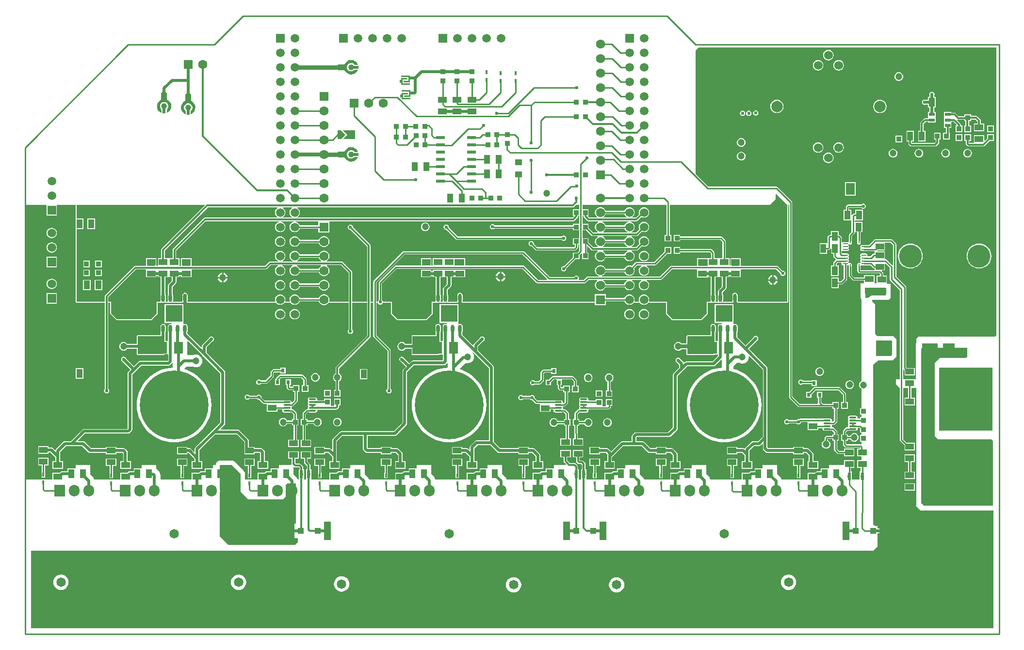
<source format=gbl>
G04*
G04 #@! TF.GenerationSoftware,Altium Limited,Altium Designer,20.1.14 (287)*
G04*
G04 Layer_Physical_Order=2*
G04 Layer_Color=16711680*
%FSLAX25Y25*%
%MOIN*%
G70*
G04*
G04 #@! TF.SameCoordinates,F236638D-4B1B-45E3-9A0F-FA1DF93A8DFF*
G04*
G04*
G04 #@! TF.FilePolarity,Positive*
G04*
G01*
G75*
%ADD12C,0.01000*%
%ADD15C,0.01200*%
%ADD22R,0.08000X0.06000*%
%ADD23R,0.06000X0.08000*%
%ADD24R,0.01181X0.02559*%
%ADD55R,0.03347X0.03347*%
%ADD56C,0.04724*%
%ADD57R,0.03347X0.03347*%
%ADD59R,0.06000X0.04000*%
%ADD60R,0.04000X0.06000*%
%ADD63R,0.04724X0.04331*%
%ADD64R,0.02362X0.02362*%
%ADD70R,0.36600X0.43600*%
%ADD73C,0.02000*%
%ADD74C,0.00039*%
%ADD75C,0.02500*%
%ADD76C,0.06299*%
%ADD77R,0.06299X0.06299*%
%ADD78R,0.06299X0.06299*%
%ADD79C,0.05906*%
%ADD80R,0.05906X0.05906*%
%ADD81R,0.05906X0.05906*%
%ADD82C,0.07874*%
%ADD83C,0.06000*%
%ADD84C,0.15748*%
%ADD85C,0.47244*%
%ADD86R,0.07500X0.07874*%
G04:AMPARAMS|DCode=87|XSize=75mil|YSize=78.74mil|CornerRadius=37.5mil|HoleSize=0mil|Usage=FLASHONLY|Rotation=0.000|XOffset=0mil|YOffset=0mil|HoleType=Round|Shape=RoundedRectangle|*
%AMROUNDEDRECTD87*
21,1,0.07500,0.00374,0,0,0.0*
21,1,0.00000,0.07874,0,0,0.0*
1,1,0.07500,0.00000,-0.00187*
1,1,0.07500,0.00000,-0.00187*
1,1,0.07500,0.00000,0.00187*
1,1,0.07500,0.00000,0.00187*
%
%ADD87ROUNDEDRECTD87*%
%ADD88C,0.06496*%
%ADD89C,0.02362*%
%ADD90R,0.03937X0.03937*%
%ADD91R,0.04900X0.12500*%
%ADD92R,0.01968X0.01968*%
G04:AMPARAMS|DCode=93|XSize=59.06mil|YSize=39.37mil|CornerRadius=9.84mil|HoleSize=0mil|Usage=FLASHONLY|Rotation=0.000|XOffset=0mil|YOffset=0mil|HoleType=Round|Shape=RoundedRectangle|*
%AMROUNDEDRECTD93*
21,1,0.05906,0.01968,0,0,0.0*
21,1,0.03937,0.03937,0,0,0.0*
1,1,0.01968,0.01968,-0.00984*
1,1,0.01968,-0.01968,-0.00984*
1,1,0.01968,-0.01968,0.00984*
1,1,0.01968,0.01968,0.00984*
%
%ADD93ROUNDEDRECTD93*%
%ADD94C,0.03937*%
%ADD95R,0.06102X0.02362*%
%ADD96R,0.02362X0.02756*%
%ADD97O,0.03740X0.00984*%
%ADD98O,0.00984X0.03740*%
%ADD99R,0.06693X0.10630*%
%ADD100O,0.05315X0.01181*%
%ADD101R,0.03937X0.02362*%
%ADD102R,0.10630X0.06299*%
%ADD103O,0.02362X0.05709*%
%ADD104R,0.11811X0.11811*%
G04:AMPARAMS|DCode=105|XSize=59.06mil|YSize=39.37mil|CornerRadius=9.84mil|HoleSize=0mil|Usage=FLASHONLY|Rotation=270.000|XOffset=0mil|YOffset=0mil|HoleType=Round|Shape=RoundedRectangle|*
%AMROUNDEDRECTD105*
21,1,0.05906,0.01968,0,0,270.0*
21,1,0.03937,0.03937,0,0,270.0*
1,1,0.01968,-0.00984,-0.01968*
1,1,0.01968,-0.00984,0.01968*
1,1,0.01968,0.00984,0.01968*
1,1,0.01968,0.00984,-0.01968*
%
%ADD105ROUNDEDRECTD105*%
%ADD106R,0.01968X0.03937*%
%ADD107C,0.03000*%
G36*
X225291Y394785D02*
X226573Y394271D01*
X227664Y393424D01*
X228480Y392309D01*
X228718Y391661D01*
X226519Y391654D01*
X226519D01*
X226222Y392014D01*
X225478Y392572D01*
X224597Y392871D01*
X223667Y392881D01*
X222780Y392601D01*
X222024Y392060D01*
X221474Y391310D01*
X221184Y390426D01*
Y389495D01*
X221474Y388611D01*
X222024Y387861D01*
X222780Y387319D01*
X223667Y387040D01*
X224597Y387050D01*
X225478Y387349D01*
X226222Y387907D01*
X226519Y388267D01*
X228716Y388256D01*
Y388256D01*
X228477Y387608D01*
X227661Y386494D01*
X226569Y385648D01*
X225287Y385135D01*
X223913Y384995D01*
X222553Y385238D01*
X221313Y385846D01*
X220288Y386772D01*
X219558Y387944D01*
X219178Y389272D01*
X219179Y390653D01*
X219560Y391981D01*
X220291Y393153D01*
X221317Y394078D01*
X222558Y394685D01*
X223918Y394927D01*
X225291Y394785D01*
D02*
G37*
G36*
X229100Y388961D02*
X224100D01*
Y390961D01*
X229100D01*
Y388961D01*
D02*
G37*
G36*
X264248Y379653D02*
X259948D01*
Y380653D01*
X263248D01*
Y383153D01*
X258248D01*
Y384153D01*
X264248D01*
Y379653D01*
D02*
G37*
G36*
X262548Y381353D02*
X259248D01*
Y378953D01*
X264248D01*
Y377953D01*
X258248D01*
Y382453D01*
X262548D01*
Y381353D01*
D02*
G37*
G36*
X264819Y369529D02*
X260519D01*
Y370529D01*
X263819D01*
Y373029D01*
X258819D01*
Y374029D01*
X264819D01*
Y369529D01*
D02*
G37*
G36*
X263119Y371229D02*
X259819D01*
Y368829D01*
X264819D01*
Y367829D01*
X258819D01*
Y372329D01*
X263119D01*
Y371229D01*
D02*
G37*
G36*
X96243Y368002D02*
X97570Y367621D01*
X98742Y366890D01*
X99667Y365864D01*
X100274Y364624D01*
X100516Y363264D01*
X100374Y361890D01*
X99860Y360608D01*
X99013Y359517D01*
X97898Y358702D01*
X97250Y358463D01*
X97243Y360663D01*
X97603Y360960D01*
X98161Y361704D01*
X98460Y362585D01*
X98470Y363515D01*
X98191Y364402D01*
X97649Y365158D01*
X96899Y365708D01*
X96015Y365997D01*
X95085D01*
X94200Y365708D01*
X93450Y365158D01*
X92909Y364402D01*
X92629Y363515D01*
X92639Y362585D01*
X92938Y361704D01*
X93496Y360960D01*
X93856Y360663D01*
X93845Y358465D01*
X93845Y358465D01*
X93197Y358704D01*
X92083Y359521D01*
X91237Y360613D01*
X90724Y361895D01*
X90584Y363269D01*
X90827Y364628D01*
X91435Y365868D01*
X92361Y366893D01*
X93534Y367624D01*
X94862Y368003D01*
X96243Y368002D01*
D02*
G37*
G36*
X96550Y358081D02*
X94550D01*
Y363081D01*
X96550D01*
Y358081D01*
D02*
G37*
G36*
X112740Y367126D02*
X114068Y366745D01*
X115240Y366013D01*
X116165Y364988D01*
X116771Y363747D01*
X117013Y362387D01*
X116872Y361013D01*
X116358Y359731D01*
X115510Y358641D01*
X114396Y357825D01*
X113748Y357587D01*
X113741Y359786D01*
X114101Y360083D01*
X114659Y360827D01*
X114958Y361708D01*
X114968Y362638D01*
X114688Y363525D01*
X114147Y364281D01*
X113396Y364831D01*
X112512Y365121D01*
X111582D01*
X110698Y364831D01*
X109948Y364281D01*
X109406Y363525D01*
X109126Y362638D01*
X109137Y361708D01*
X109436Y360827D01*
X109994Y360083D01*
X110354Y359786D01*
X110342Y357588D01*
X110342Y357588D01*
X109695Y357827D01*
X108581Y358644D01*
X107735Y359736D01*
X107222Y361018D01*
X107081Y362392D01*
X107325Y363752D01*
X107933Y364992D01*
X108859Y366017D01*
X110031Y366747D01*
X111359Y367126D01*
X112740Y367126D01*
D02*
G37*
G36*
X113047Y357205D02*
X111047D01*
Y362205D01*
X113047D01*
Y357205D01*
D02*
G37*
G36*
X220228Y343540D02*
X217228Y340540D01*
X214828D01*
Y346540D01*
X217228D01*
X220228Y343540D01*
D02*
G37*
G36*
X226628Y340540D02*
X218428Y340540D01*
X221428Y343540D01*
X218428Y346540D01*
X226628Y346540D01*
Y340540D01*
D02*
G37*
G36*
X225291Y334785D02*
X226573Y334271D01*
X227664Y333424D01*
X228480Y332309D01*
X228718Y331661D01*
X226519Y331654D01*
X226519D01*
X226222Y332014D01*
X225478Y332572D01*
X224597Y332871D01*
X223667Y332881D01*
X222780Y332602D01*
X222024Y332060D01*
X221474Y331310D01*
X221184Y330426D01*
Y329495D01*
X221474Y328611D01*
X222024Y327861D01*
X222780Y327319D01*
X223667Y327040D01*
X224597Y327050D01*
X225478Y327349D01*
X226222Y327907D01*
X226519Y328267D01*
X228716Y328256D01*
Y328256D01*
X228477Y327608D01*
X227661Y326494D01*
X226569Y325648D01*
X225287Y325135D01*
X223913Y324994D01*
X222553Y325238D01*
X221313Y325846D01*
X220288Y326772D01*
X219558Y327944D01*
X219178Y329272D01*
X219179Y330654D01*
X219560Y331981D01*
X220291Y333153D01*
X221317Y334078D01*
X222558Y334685D01*
X223918Y334927D01*
X225291Y334785D01*
D02*
G37*
G36*
X229100Y328960D02*
X224100D01*
Y330960D01*
X229100D01*
Y328960D01*
D02*
G37*
G36*
X667323Y205478D02*
X666338Y204494D01*
X613862D01*
X612320Y202952D01*
Y200086D01*
X612205Y199971D01*
X612205Y175197D01*
X603309D01*
Y181649D01*
X603809Y181856D01*
X604274Y181392D01*
Y177778D01*
X611474D01*
Y182978D01*
X605860D01*
X605396Y183442D01*
Y238632D01*
X605396Y238632D01*
X605310Y239062D01*
X605067Y239425D01*
X598609Y245884D01*
Y268088D01*
X598523Y268517D01*
X598280Y268881D01*
X598280Y268881D01*
X596015Y271146D01*
X595651Y271389D01*
X595222Y271474D01*
X595222Y271474D01*
X584141D01*
X584141Y271474D01*
X583712Y271389D01*
X583348Y271146D01*
X579838Y267635D01*
X576398D01*
X576357Y267627D01*
X575020D01*
X574803Y267584D01*
X574593Y267543D01*
X574232Y267301D01*
X573991Y266940D01*
X573906Y266514D01*
X573991Y266088D01*
X574136Y265870D01*
X574197Y265530D01*
X574136Y265189D01*
X573991Y264971D01*
X573906Y264545D01*
X573991Y264119D01*
X574232Y263758D01*
X574593Y263516D01*
X574803Y263475D01*
X575020Y263432D01*
X576357D01*
X576398Y263424D01*
X583272D01*
X583688Y263222D01*
Y262077D01*
X583355Y261744D01*
X582926Y261659D01*
X582562Y261415D01*
X582562Y261415D01*
X580908Y259761D01*
X579125D01*
X578946Y259997D01*
X578820Y260261D01*
X578889Y260608D01*
X578804Y261034D01*
X578563Y261396D01*
X578202Y261637D01*
X577776Y261722D01*
X575020D01*
X574803Y261679D01*
X574715Y261661D01*
X574593Y261637D01*
X574232Y261396D01*
X573991Y261034D01*
X573906Y260608D01*
X573991Y260182D01*
X574136Y259964D01*
X574197Y259624D01*
X574136Y259284D01*
X573991Y259066D01*
X573906Y258640D01*
X573991Y258214D01*
X574136Y257996D01*
X574152Y257910D01*
X574197Y257656D01*
X574136Y257315D01*
X573991Y257097D01*
X573906Y256671D01*
X573991Y256245D01*
X574136Y256028D01*
X574197Y255687D01*
X574136Y255347D01*
X574110Y255307D01*
X573905Y255135D01*
X573489Y255166D01*
X573379Y255239D01*
X572953Y255324D01*
X572527Y255239D01*
X572165Y254998D01*
X571924Y254637D01*
X571839Y254211D01*
Y252873D01*
X571831Y252833D01*
Y249726D01*
X571831Y249726D01*
X571917Y249297D01*
X572160Y248933D01*
X572746Y248347D01*
X572746Y248347D01*
X573109Y248104D01*
X573539Y248019D01*
X586907D01*
X587461Y247465D01*
Y246561D01*
X584983D01*
Y241704D01*
X584975Y241652D01*
X584885Y241317D01*
X584561Y241170D01*
X584557Y241170D01*
X584460D01*
X584368Y241158D01*
X584040D01*
X583889Y241177D01*
X583701Y241424D01*
X583614Y241572D01*
X583600Y241647D01*
Y246758D01*
X576400D01*
Y245279D01*
X569856D01*
X568169Y246966D01*
Y252833D01*
X568161Y252873D01*
Y254211D01*
X568076Y254637D01*
X567835Y254998D01*
X567473Y255239D01*
X567047Y255324D01*
X566621Y255239D01*
X566511Y255166D01*
X566095Y255135D01*
D01*
X565890Y255307D01*
X565864Y255347D01*
X565803Y255687D01*
X565864Y256028D01*
X566009Y256245D01*
X566094Y256671D01*
X566009Y257097D01*
X565768Y257459D01*
Y257853D01*
X565864Y257996D01*
X566009Y258214D01*
X566094Y258640D01*
X566009Y259066D01*
X565864Y259284D01*
X565803Y259624D01*
D01*
X565864Y259964D01*
X566009Y260182D01*
X566094Y260608D01*
X566009Y261034D01*
X565768Y261396D01*
X565407Y261637D01*
X564980Y261722D01*
X563643D01*
X563602Y261730D01*
X561449D01*
X561122Y262057D01*
Y263399D01*
X561622Y263635D01*
X561798Y263516D01*
X562224Y263432D01*
X564980D01*
X565407Y263516D01*
X565768Y263758D01*
X566009Y264119D01*
X566094Y264545D01*
X566009Y264971D01*
X565864Y265189D01*
X565768Y265333D01*
Y265726D01*
X565864Y265870D01*
X566009Y266088D01*
X566094Y266514D01*
X566009Y266940D01*
X565864Y267158D01*
X565803Y267498D01*
X565864Y267839D01*
X565890Y267878D01*
X566095Y268050D01*
X566511Y268019D01*
X566621Y267946D01*
X567047Y267861D01*
X567473Y267946D01*
X567835Y268187D01*
X568076Y268548D01*
X568161Y268974D01*
Y270312D01*
X568169Y270353D01*
Y273719D01*
X569809Y275360D01*
X570052Y275723D01*
X570137Y276152D01*
X570528Y276400D01*
X571831D01*
Y270353D01*
X571839Y270312D01*
Y268974D01*
X571924Y268548D01*
X572165Y268187D01*
X572527Y267946D01*
X572953Y267861D01*
X573379Y267946D01*
X573740Y268187D01*
X573982Y268548D01*
X574066Y268974D01*
Y270312D01*
X574074Y270353D01*
Y276400D01*
X575385D01*
Y283600D01*
X570185Y283600D01*
X570137Y284080D01*
Y284170D01*
X570489Y284524D01*
X575689D01*
Y291724D01*
X570489D01*
Y289246D01*
X569602D01*
X569172Y289160D01*
X568809Y288917D01*
X568809Y288917D01*
X568223Y288331D01*
X568188Y288280D01*
X567689Y288432D01*
Y291724D01*
X566210D01*
Y293179D01*
X574547D01*
X574655Y293017D01*
X575245Y292623D01*
X575939Y292485D01*
X576634Y292623D01*
X577223Y293017D01*
X577617Y293606D01*
X577755Y294301D01*
X577617Y294996D01*
X577223Y295585D01*
X576634Y295978D01*
X575939Y296117D01*
X575245Y295978D01*
X574655Y295585D01*
X574547Y295422D01*
X565674D01*
X565245Y295337D01*
X564881Y295094D01*
X564881Y295094D01*
X564295Y294508D01*
X564052Y294144D01*
X563967Y293715D01*
X563967Y293715D01*
Y291724D01*
X562489D01*
Y284524D01*
X567689D01*
X567894Y284109D01*
D01*
D01*
Y276617D01*
X566254Y274977D01*
X566011Y274613D01*
X565926Y274184D01*
X565926Y274184D01*
Y270353D01*
X565934Y270312D01*
Y269760D01*
X565434Y269493D01*
X565407Y269511D01*
X564980Y269596D01*
X562224D01*
X561798Y269511D01*
X561622Y269393D01*
X561122Y269629D01*
Y272569D01*
X561036Y272998D01*
X560793Y273362D01*
X560793Y273362D01*
X559848Y274307D01*
X559484Y274550D01*
X559084Y274630D01*
Y277114D01*
X553884D01*
Y274635D01*
X553156D01*
X552727Y274550D01*
X552363Y274307D01*
X552363Y274307D01*
X551777Y273721D01*
X551534Y273357D01*
X551448Y272928D01*
X551448Y272928D01*
Y269172D01*
X551147Y268797D01*
X545947D01*
Y261597D01*
X551147D01*
Y264075D01*
X551984D01*
X551984Y264075D01*
X552413Y264161D01*
X552777Y264404D01*
X553363Y264990D01*
X553363Y264990D01*
X553447Y265115D01*
X553947Y264964D01*
Y261597D01*
X555425D01*
Y260000D01*
X555425Y260000D01*
X555511Y259571D01*
X555754Y259207D01*
X556983Y257978D01*
X557065Y257656D01*
X556983Y257333D01*
X555706Y256056D01*
X555463Y255692D01*
X555377Y255263D01*
X555377Y255263D01*
Y253417D01*
X553899D01*
Y246217D01*
X559099D01*
Y253417D01*
X557620D01*
Y254799D01*
X558372Y255550D01*
X560876D01*
X561054Y255315D01*
X561180Y255050D01*
X561136Y254827D01*
X561111Y254703D01*
X561196Y254277D01*
X561437Y253916D01*
X561798Y253674D01*
X562224Y253589D01*
X562481D01*
Y244554D01*
X560520Y242593D01*
X559147D01*
Y245072D01*
X553947D01*
Y237872D01*
X559147D01*
Y240350D01*
X560984D01*
X560984Y240350D01*
X561414Y240436D01*
X561777Y240679D01*
X564396Y243297D01*
X564396Y243297D01*
X564639Y243661D01*
X564724Y244090D01*
Y253589D01*
X564980D01*
X565407Y253674D01*
X565434Y253692D01*
X565934Y253425D01*
Y252873D01*
X565926Y252833D01*
Y246501D01*
X565926Y246501D01*
X566011Y246072D01*
X566254Y245708D01*
X568598Y243365D01*
X568598Y243365D01*
X568962Y243121D01*
X569391Y243036D01*
X569391Y243036D01*
X576400D01*
Y241658D01*
X576400Y241558D01*
X576159Y241158D01*
X574000D01*
Y232412D01*
Y231158D01*
X574377D01*
X574475Y230418D01*
X574777Y229688D01*
X574803Y229654D01*
Y173978D01*
X574606Y173896D01*
X573987Y173421D01*
X573512Y172802D01*
X573214Y172082D01*
X573112Y171309D01*
X573214Y170535D01*
X573512Y169815D01*
X573987Y169196D01*
X574606Y168721D01*
X574803Y168640D01*
Y155287D01*
X573885D01*
Y150741D01*
X574803D01*
Y149185D01*
X573885D01*
Y148025D01*
X572248D01*
X571972Y148525D01*
X572041Y148872D01*
X571948Y149337D01*
X571685Y149731D01*
X571291Y149994D01*
X570827Y150086D01*
X566693D01*
X566228Y149994D01*
X565835Y149731D01*
X565571Y149337D01*
X565479Y148872D01*
X565571Y148408D01*
X565835Y148014D01*
Y147762D01*
X565571Y147368D01*
X565479Y146904D01*
X565571Y146439D01*
X565835Y146045D01*
Y145793D01*
X565571Y145400D01*
X565479Y144935D01*
X565571Y144471D01*
X565835Y144077D01*
Y143825D01*
X565571Y143431D01*
X565479Y142966D01*
X565548Y142620D01*
X565271Y142120D01*
X564601D01*
X564601Y142120D01*
X564171Y142034D01*
X563807Y141791D01*
X563807Y141791D01*
X562258Y140242D01*
X562015Y139878D01*
X561930Y139449D01*
X561930Y139449D01*
Y137308D01*
X560778D01*
Y132762D01*
X561930D01*
Y130402D01*
X561930Y130402D01*
X562015Y129973D01*
X562258Y129609D01*
X563429Y128438D01*
X563429Y128438D01*
X563793Y128195D01*
X564222Y128110D01*
X564222Y128110D01*
X573625D01*
Y127426D01*
X571655D01*
Y122226D01*
X574803D01*
Y119426D01*
X571655D01*
Y114226D01*
X574133D01*
Y111749D01*
X573474D01*
Y109299D01*
X573424Y109180D01*
Y107605D01*
X573474Y107486D01*
Y106299D01*
X568027D01*
Y107486D01*
X568077Y107605D01*
Y109180D01*
X568027Y109299D01*
Y111749D01*
X567368D01*
Y114226D01*
X569846D01*
Y119426D01*
X562646D01*
Y116473D01*
X562319Y116108D01*
X552319D01*
Y113950D01*
X551919Y113708D01*
X546719D01*
Y111740D01*
X544210D01*
X543586Y111616D01*
X543057Y111262D01*
X542631Y110837D01*
X537739D01*
Y106299D01*
X519874D01*
X519557Y107064D01*
X518916Y107900D01*
X516874Y109942D01*
Y116236D01*
X506874D01*
Y114078D01*
X506474Y113836D01*
X501274D01*
Y111867D01*
X499062D01*
X498438Y111743D01*
X497909Y111390D01*
X497356Y110837D01*
X492463D01*
Y106299D01*
X470795D01*
X470747Y106662D01*
X470344Y107635D01*
X469703Y108471D01*
X469703Y108471D01*
X468201Y109973D01*
Y116236D01*
X458201D01*
Y114078D01*
X457801Y113836D01*
X452601D01*
Y111867D01*
X449850D01*
X449226Y111743D01*
X448696Y111390D01*
X448143Y110837D01*
X443250D01*
Y106299D01*
X425386D01*
X425069Y107064D01*
X424428Y107900D01*
X422386Y109942D01*
Y116236D01*
X412386D01*
Y114078D01*
X411986Y113836D01*
X406786D01*
Y111868D01*
X404574D01*
X403950Y111743D01*
X403421Y111390D01*
X402868Y110837D01*
X397975D01*
Y106299D01*
X386062D01*
X385639Y106487D01*
Y108936D01*
X385689Y109055D01*
Y110630D01*
X385639Y110749D01*
Y113198D01*
X385082D01*
Y116836D01*
X384989Y117304D01*
X384723Y117701D01*
X383542Y118882D01*
X383145Y119148D01*
X382677Y119241D01*
X381145D01*
Y121353D01*
X383521D01*
Y126553D01*
X376321D01*
Y121353D01*
X378698D01*
Y118720D01*
X378791Y118252D01*
X379056Y117855D01*
X379759Y117152D01*
X380156Y116887D01*
X380624Y116794D01*
X382170D01*
X382635Y116329D01*
Y113198D01*
X382077D01*
Y110750D01*
X382028Y110630D01*
Y109055D01*
X382077Y108936D01*
Y106487D01*
X381655Y106299D01*
X380837D01*
X380415Y106487D01*
Y108936D01*
X380464Y109055D01*
Y110630D01*
X380415Y110749D01*
Y113198D01*
X379857D01*
Y115056D01*
X379764Y115524D01*
X379499Y115921D01*
X378318Y117102D01*
X377921Y117367D01*
X377453Y117460D01*
X374276D01*
X372532Y119205D01*
Y121353D01*
X374908D01*
Y126553D01*
X367708D01*
Y121353D01*
X370085D01*
Y118698D01*
X370178Y118230D01*
X370443Y117833D01*
X371578Y116698D01*
X371387Y116236D01*
X363445D01*
Y114078D01*
X363045Y113836D01*
X357845D01*
Y111868D01*
X355362D01*
X354737Y111743D01*
X354208Y111390D01*
X353655Y110837D01*
X348762D01*
Y106299D01*
X330898D01*
X330580Y107066D01*
X329939Y107901D01*
X327898Y109943D01*
Y116236D01*
X317898D01*
Y114078D01*
X317498Y113836D01*
X312298D01*
Y111868D01*
X310086D01*
X309462Y111743D01*
X308932Y111390D01*
X308380Y110837D01*
X303486D01*
Y106299D01*
X281811D01*
X281771Y106607D01*
X281368Y107580D01*
X280727Y108416D01*
X279201Y109942D01*
Y116236D01*
X269201D01*
Y114078D01*
X268801Y113836D01*
X263601D01*
Y111867D01*
X260873D01*
X260249Y111743D01*
X259720Y111390D01*
X259167Y110837D01*
X254274D01*
Y106299D01*
X236409D01*
X236092Y107065D01*
X235451Y107900D01*
X235451Y107900D01*
X233410Y109942D01*
Y116236D01*
X223410D01*
Y114078D01*
X223009Y113836D01*
X217810D01*
Y111867D01*
X215598D01*
X214973Y111743D01*
X214444Y111390D01*
X213891Y110837D01*
X208998D01*
Y106299D01*
X197098D01*
X196663Y106456D01*
Y108905D01*
X196712Y109024D01*
Y110599D01*
X196663Y110718D01*
Y113167D01*
X196105D01*
Y116079D01*
X196012Y116547D01*
X195747Y116944D01*
X194137Y118554D01*
Y120447D01*
X196513D01*
Y125647D01*
X189313D01*
Y120447D01*
X191690D01*
Y118047D01*
X191783Y117579D01*
X192048Y117182D01*
X193658Y115572D01*
Y113167D01*
X193101D01*
Y110719D01*
X193051Y110599D01*
Y109024D01*
X193101Y108905D01*
Y106456D01*
X192666Y106299D01*
X192078D01*
X191643Y106456D01*
Y108905D01*
X191693Y109024D01*
Y110599D01*
X191643Y110718D01*
Y113167D01*
X191086D01*
Y114622D01*
X190992Y115091D01*
X190727Y115488D01*
X189546Y116669D01*
X189149Y116934D01*
X188681Y117027D01*
X186088D01*
X185601Y117514D01*
Y120447D01*
X187978D01*
Y125647D01*
X180778D01*
Y120447D01*
X183154D01*
Y117007D01*
X183208Y116736D01*
X182894Y116236D01*
X174315D01*
Y114078D01*
X173915Y113836D01*
X168715D01*
Y111867D01*
X166385D01*
X165761Y111743D01*
X165232Y111390D01*
X164679Y110837D01*
X159786D01*
Y106299D01*
X151049D01*
Y110016D01*
X151049Y110016D01*
X150946Y110800D01*
X150644Y111529D01*
X150163Y112156D01*
X143943Y118376D01*
X143316Y118857D01*
X142586Y119159D01*
X141803Y119263D01*
X134020D01*
X133769Y119230D01*
X133517Y119221D01*
X133379Y119178D01*
X133237Y119159D01*
X133003Y119063D01*
X132762Y118989D01*
X132640Y118912D01*
X132507Y118857D01*
X132306Y118703D01*
X132092Y118570D01*
X131994Y118464D01*
X131880Y118376D01*
X131726Y118176D01*
X131554Y117991D01*
X131487Y117864D01*
X131399Y117750D01*
X131302Y117516D01*
X131184Y117293D01*
X131023Y116860D01*
X130991Y116720D01*
X130936Y116587D01*
X130903Y116336D01*
X130879Y116236D01*
X128921D01*
Y114078D01*
X128521Y113836D01*
X123321D01*
Y111867D01*
X121109D01*
X120485Y111743D01*
X119956Y111390D01*
X119403Y110837D01*
X114510D01*
Y106299D01*
X92932D01*
Y109186D01*
X92795Y110230D01*
X92392Y111203D01*
X91750Y112039D01*
X91047Y112742D01*
X90212Y113383D01*
X90201Y113388D01*
Y116236D01*
X80201D01*
Y114078D01*
X79801Y113836D01*
X74601D01*
Y111867D01*
X71995D01*
X71371Y111743D01*
X70842Y111390D01*
X70289Y110837D01*
X65396D01*
Y106299D01*
X47524D01*
X47519Y106336D01*
X47116Y107309D01*
X46475Y108144D01*
X46475Y108145D01*
X44678Y109942D01*
Y116236D01*
X34678D01*
Y114078D01*
X34278Y113836D01*
X29078D01*
Y111868D01*
X25421D01*
X24796Y111743D01*
X24267Y111390D01*
X23714Y110837D01*
X18821D01*
Y106299D01*
X0D01*
Y295276D01*
X14398D01*
X14707Y294904D01*
X14707Y294776D01*
Y287798D01*
X21813D01*
Y294776D01*
X21813Y294904D01*
X22122Y295276D01*
X34784D01*
Y285726D01*
X34861Y285541D01*
Y278712D01*
X34784Y278526D01*
X34784Y228346D01*
X34974Y227887D01*
X35433Y227697D01*
X54777Y227697D01*
Y168647D01*
X54716Y168607D01*
X54322Y168018D01*
X54184Y167323D01*
X54322Y166628D01*
X54716Y166039D01*
X55305Y165645D01*
X56000Y165507D01*
X56695Y165645D01*
X57284Y166039D01*
X57678Y166628D01*
X57816Y167323D01*
X57678Y168018D01*
X57284Y168607D01*
X57223Y168647D01*
Y227697D01*
X58406D01*
Y220472D01*
X58596Y220013D01*
X62533Y216076D01*
X62992Y215886D01*
X86614D01*
X87073Y216076D01*
X91010Y220013D01*
X91201Y220472D01*
Y227697D01*
X92913D01*
X92970Y227721D01*
X93030Y227708D01*
X93193Y227813D01*
X93372Y227887D01*
X93857Y228057D01*
X94167Y227850D01*
X94862Y227712D01*
X95557Y227850D01*
X95867Y228057D01*
X96352Y227887D01*
X96532Y227813D01*
X96694Y227708D01*
X96755Y227721D01*
X96812Y227697D01*
X97913D01*
X97970Y227721D01*
X98030Y227708D01*
X98193Y227813D01*
X98372Y227887D01*
X98857Y228057D01*
X99167Y227850D01*
X99862Y227712D01*
X100557Y227850D01*
X100867Y228057D01*
X101352Y227887D01*
X101532Y227813D01*
X101695Y227708D01*
X101755Y227721D01*
X101812Y227697D01*
X108023D01*
X108163Y227755D01*
X108314Y227766D01*
X108384Y227847D01*
X108482Y227887D01*
X108540Y228027D01*
X108639Y228142D01*
X108801Y228628D01*
X108789Y228795D01*
X108821Y228959D01*
X108696Y229591D01*
Y232810D01*
X108796Y233315D01*
X109046Y233690D01*
X109421Y233940D01*
X109862Y234028D01*
X110304Y233940D01*
X110678Y233690D01*
X110928Y233315D01*
X111029Y232810D01*
Y229591D01*
X110903Y228959D01*
X110936Y228795D01*
X110924Y228628D01*
X111085Y228142D01*
X111184Y228027D01*
X111242Y227887D01*
X111341Y227847D01*
X111410Y227766D01*
X111562Y227755D01*
X111701Y227697D01*
X113813D01*
X114272Y227887D01*
X114287Y227924D01*
X120538D01*
X120553Y227887D01*
X121013Y227697D01*
X122384D01*
X122844Y227887D01*
X122858Y227923D01*
X129110D01*
X129125Y227887D01*
X129584Y227697D01*
X171649D01*
X171710Y227723D01*
X171775Y227710D01*
X171933Y227815D01*
X172108Y227887D01*
X172550Y227676D01*
X172742Y227427D01*
X173484Y226857D01*
X174348Y226499D01*
X175276Y226377D01*
X176203Y226499D01*
X177067Y226857D01*
X177809Y227427D01*
X178001Y227676D01*
X178443Y227887D01*
X178618Y227815D01*
X178776Y227710D01*
X178841Y227723D01*
X178902Y227697D01*
X181649D01*
X181710Y227723D01*
X181775Y227710D01*
X181933Y227815D01*
X182108Y227887D01*
X182550Y227676D01*
X182742Y227427D01*
X183484Y226857D01*
X184348Y226499D01*
X185275Y226377D01*
X186203Y226499D01*
X187067Y226857D01*
X187809Y227427D01*
X188379Y228169D01*
X188656Y228839D01*
X201682D01*
X202000Y228070D01*
X202601Y227286D01*
X203385Y226685D01*
X204297Y226308D01*
X205276Y226179D01*
X206254Y226308D01*
X207167Y226685D01*
X207950Y227286D01*
X208234Y227656D01*
X208656Y227887D01*
X208831Y227815D01*
X208989Y227710D01*
X209054Y227723D01*
X209116Y227697D01*
X222341D01*
Y209553D01*
X222281Y209512D01*
X221887Y208923D01*
X221749Y208228D01*
X221887Y207533D01*
X222281Y206944D01*
X222870Y206550D01*
X223565Y206412D01*
X224260Y206550D01*
X224849Y206944D01*
X225242Y207533D01*
X225381Y208228D01*
X225242Y208923D01*
X224849Y209512D01*
X224788Y209553D01*
Y227697D01*
X234997D01*
Y205231D01*
X213702Y183936D01*
X213437Y183539D01*
X213343Y183071D01*
Y179176D01*
X213073Y179064D01*
X212454Y178589D01*
X211979Y177970D01*
X211681Y177250D01*
X211579Y176476D01*
X211681Y175703D01*
X211979Y174982D01*
X212454Y174364D01*
X213073Y173889D01*
X213343Y173777D01*
Y167824D01*
X212294D01*
Y163278D01*
X216840D01*
Y167824D01*
X215790D01*
Y173777D01*
X216061Y173889D01*
X216680Y174364D01*
X217154Y174982D01*
X217453Y175703D01*
X217555Y176476D01*
X217453Y177250D01*
X217154Y177970D01*
X216680Y178589D01*
X216061Y179064D01*
X215790Y179176D01*
Y182564D01*
X237086Y203859D01*
X237351Y204256D01*
X237444Y204724D01*
Y227697D01*
X239235D01*
Y204904D01*
X239235Y204904D01*
X239320Y204474D01*
X239564Y204110D01*
X248919Y194755D01*
Y168743D01*
X248716Y168607D01*
X248322Y168018D01*
X248184Y167323D01*
X248322Y166628D01*
X248716Y166039D01*
X249305Y165645D01*
X250000Y165507D01*
X250695Y165645D01*
X251284Y166039D01*
X251678Y166628D01*
X251816Y167323D01*
X251678Y168018D01*
X251284Y168607D01*
X251163Y168688D01*
Y195219D01*
X251163Y195219D01*
X251077Y195648D01*
X250834Y196012D01*
X250834Y196012D01*
X241478Y205368D01*
Y227697D01*
X242279D01*
X242308Y227709D01*
X242417Y227652D01*
X242810Y227062D01*
X243400Y226669D01*
X244094Y226531D01*
X244789Y226669D01*
X245379Y227062D01*
X245772Y227652D01*
X245881Y227709D01*
X245911Y227697D01*
X251319D01*
Y220472D01*
X251509Y220013D01*
X255446Y216076D01*
X255906Y215886D01*
X275590D01*
X276050Y216076D01*
X279987Y220013D01*
X280177Y220472D01*
Y227697D01*
X281889D01*
X281946Y227721D01*
X282006Y227708D01*
X282169Y227813D01*
X282348Y227887D01*
X282834Y228057D01*
X283144Y227850D01*
X283839Y227712D01*
X284534Y227850D01*
X284843Y228057D01*
X285329Y227887D01*
X285508Y227813D01*
X285671Y227708D01*
X285731Y227721D01*
X285788Y227697D01*
X286889D01*
X286946Y227721D01*
X287006Y227708D01*
X287169Y227813D01*
X287348Y227887D01*
X287834Y228057D01*
X288144Y227850D01*
X288839Y227712D01*
X289533Y227850D01*
X289843Y228057D01*
X290329Y227887D01*
X290508Y227813D01*
X290671Y227708D01*
X290731Y227721D01*
X290788Y227697D01*
X296999D01*
X297139Y227755D01*
X297290Y227766D01*
X297360Y227847D01*
X297459Y227887D01*
X297516Y228027D01*
X297616Y228142D01*
X297777Y228628D01*
X297765Y228795D01*
X297798Y228959D01*
X297672Y229591D01*
Y232810D01*
X297773Y233315D01*
X298023Y233690D01*
X298397Y233940D01*
X298838Y234028D01*
X299280Y233940D01*
X299654Y233690D01*
X299905Y233315D01*
X300005Y232810D01*
Y229591D01*
X299879Y228959D01*
X299912Y228795D01*
X299900Y228628D01*
X300061Y228142D01*
X300161Y228027D01*
X300219Y227887D01*
X300317Y227847D01*
X300387Y227766D01*
X300538Y227755D01*
X300678Y227697D01*
X302439D01*
X302899Y227887D01*
X302908Y227911D01*
X309170D01*
X309180Y227887D01*
X309639Y227697D01*
X312161D01*
X312620Y227887D01*
X312630Y227911D01*
X318892D01*
X318902Y227887D01*
X319361Y227697D01*
X391526D01*
Y226211D01*
X399025D01*
Y228839D01*
X411895D01*
X412172Y228169D01*
X412742Y227427D01*
X413484Y226857D01*
X414348Y226499D01*
X415276Y226377D01*
X416203Y226499D01*
X417067Y226857D01*
X417809Y227427D01*
X418001Y227676D01*
X418443Y227887D01*
X418618Y227815D01*
X418776Y227710D01*
X418841Y227723D01*
X418902Y227697D01*
X421649D01*
X421710Y227723D01*
X421775Y227710D01*
X421933Y227815D01*
X422108Y227887D01*
X422550Y227676D01*
X422742Y227427D01*
X423484Y226857D01*
X424348Y226499D01*
X425276Y226377D01*
X426203Y226499D01*
X427067Y226857D01*
X427809Y227427D01*
X428001Y227676D01*
X428443Y227887D01*
X428618Y227815D01*
X428776Y227710D01*
X428841Y227723D01*
X428902Y227697D01*
X440295D01*
Y220472D01*
X440486Y220013D01*
X444423Y216076D01*
X444882Y215886D01*
X464567D01*
X465026Y216076D01*
X468963Y220013D01*
X469153Y220472D01*
Y227697D01*
X470865D01*
X470922Y227721D01*
X470983Y227708D01*
X471145Y227813D01*
X471325Y227887D01*
X471810Y228057D01*
X472120Y227850D01*
X472815Y227712D01*
X473510Y227850D01*
X473820Y228057D01*
X474305Y227887D01*
X474484Y227813D01*
X474647Y227708D01*
X474708Y227721D01*
X474764Y227697D01*
X475866D01*
X475922Y227721D01*
X475983Y227708D01*
X476146Y227813D01*
X476325Y227887D01*
X476810Y228057D01*
X477120Y227850D01*
X477815Y227712D01*
X478510Y227850D01*
X478820Y228057D01*
X479305Y227887D01*
X479484Y227813D01*
X479647Y227708D01*
X479707Y227721D01*
X479764Y227697D01*
X485976D01*
X486116Y227755D01*
X486267Y227766D01*
X486337Y227847D01*
X486435Y227887D01*
X486493Y228027D01*
X486592Y228142D01*
X486754Y228628D01*
X486741Y228795D01*
X486774Y228959D01*
X486648Y229591D01*
Y232810D01*
X486749Y233315D01*
X486999Y233690D01*
X487373Y233940D01*
X487815Y234028D01*
X488257Y233940D01*
X488631Y233690D01*
X488881Y233315D01*
X488981Y232810D01*
Y229591D01*
X488872Y229043D01*
X488885Y228977D01*
X488860Y228916D01*
X488932Y228741D01*
X488969Y228555D01*
X489025Y228518D01*
X489050Y228457D01*
X489619Y227887D01*
X490079Y227697D01*
X491114D01*
X491573Y227887D01*
X491583Y227911D01*
X498314D01*
X498314Y227911D01*
X498369D01*
X498369Y227911D01*
X505099D01*
X505109Y227887D01*
X505569Y227697D01*
X515748D01*
X523622Y227697D01*
X524081Y227887D01*
X524271Y228346D01*
Y295276D01*
X524929D01*
Y162918D01*
X524929Y162918D01*
X525014Y162489D01*
X525257Y162125D01*
X530998Y156385D01*
X530998Y156385D01*
X531362Y156141D01*
X531791Y156056D01*
X531791Y156056D01*
X547680D01*
X547680Y156056D01*
X547680Y156056D01*
X554675D01*
Y154904D01*
X555827D01*
Y146795D01*
X555183Y146151D01*
X554763Y146190D01*
X554466Y146628D01*
X554521Y146904D01*
X554429Y147368D01*
X554166Y147762D01*
X553772Y148025D01*
X553307Y148117D01*
X549173D01*
X548709Y148025D01*
X532582D01*
X532582Y148025D01*
X532153Y147940D01*
X531789Y147697D01*
X531780Y147688D01*
X531496Y147744D01*
X530801Y147606D01*
X530212Y147212D01*
X530103Y147050D01*
X524798D01*
X524690Y147212D01*
X524100Y147606D01*
X523406Y147744D01*
X522711Y147606D01*
X522121Y147212D01*
X521728Y146623D01*
X521590Y145928D01*
X521728Y145233D01*
X522121Y144644D01*
X522711Y144250D01*
X523406Y144112D01*
X524100Y144250D01*
X524690Y144644D01*
X524798Y144807D01*
X530103D01*
X530212Y144644D01*
X530801Y144250D01*
X531496Y144112D01*
X532191Y144250D01*
X532780Y144644D01*
X533174Y145233D01*
X533283Y145782D01*
X537515D01*
X537739Y145375D01*
Y140175D01*
X544939D01*
Y141653D01*
X547623D01*
X547990Y141153D01*
X547959Y140998D01*
X548052Y140534D01*
X548315Y140140D01*
X548709Y139877D01*
X549173Y139784D01*
X553307D01*
X553771Y139877D01*
X554533D01*
X555827Y138583D01*
Y137308D01*
X554675D01*
Y136278D01*
X551014D01*
X550585Y136192D01*
X550221Y135949D01*
X550221Y135949D01*
X549635Y135363D01*
X549392Y134999D01*
X549307Y134570D01*
X549307Y134570D01*
Y133143D01*
X548934Y132989D01*
X548315Y132515D01*
X547841Y131896D01*
X547542Y131175D01*
X547440Y130402D01*
X547542Y129629D01*
X547841Y128908D01*
X548315Y128289D01*
X548934Y127814D01*
X549655Y127516D01*
X550428Y127414D01*
X551201Y127516D01*
X551922Y127814D01*
X552541Y128289D01*
X553016Y128908D01*
X553314Y129629D01*
X553416Y130402D01*
X553314Y131175D01*
X553016Y131896D01*
X552541Y132515D01*
X551922Y132989D01*
X551550Y133143D01*
Y134035D01*
X554675D01*
Y132762D01*
X555827D01*
Y126574D01*
X555827Y126574D01*
X555913Y126144D01*
X556156Y125781D01*
X557914Y124022D01*
X557914Y124022D01*
X558278Y123779D01*
X558707Y123694D01*
X558707Y123694D01*
X562646D01*
Y122226D01*
X569846D01*
Y127426D01*
X562646D01*
Y125937D01*
X559171D01*
X558070Y127038D01*
Y132762D01*
X559222D01*
Y137308D01*
X558070D01*
Y139047D01*
X558070Y139047D01*
X557985Y139476D01*
X557742Y139840D01*
X557742Y139840D01*
X555791Y141791D01*
X555427Y142034D01*
X554998Y142120D01*
X554998Y142120D01*
X554729D01*
X554452Y142620D01*
X554521Y142966D01*
X554452Y143314D01*
X554729Y143814D01*
X555554D01*
X555554Y143814D01*
X555983Y143899D01*
X556347Y144142D01*
X557742Y145537D01*
X557742Y145537D01*
X557985Y145901D01*
X558070Y146330D01*
Y154904D01*
X559222D01*
Y159451D01*
X554675D01*
Y158299D01*
X548145D01*
X547069Y159375D01*
Y162566D01*
X547728D01*
Y166522D01*
X544166D01*
Y162566D01*
X544825D01*
Y158911D01*
X544825Y158911D01*
X544848Y158799D01*
X544477Y158299D01*
X532256D01*
X527172Y163383D01*
Y295276D01*
X527559D01*
X527172Y295663D01*
Y296784D01*
X527172Y296784D01*
X527086Y297214D01*
X526843Y297578D01*
X526843Y297578D01*
X517035Y307386D01*
X516671Y307629D01*
X516242Y307714D01*
X516242Y307714D01*
X469462D01*
X460630Y316547D01*
Y401575D01*
X462598Y403543D01*
X667323Y403543D01*
Y205478D01*
D02*
G37*
G36*
X412172Y288169D02*
X412742Y287427D01*
X413398Y286923D01*
X413343Y286578D01*
X413264Y286423D01*
X397647D01*
X397477Y286923D01*
X397950Y287286D01*
X398551Y288070D01*
X398869Y288839D01*
X411895D01*
X412172Y288169D01*
D02*
G37*
G36*
X380768Y292234D02*
X376565D01*
Y287687D01*
X376740D01*
X376932Y287225D01*
X376130Y286423D01*
X187287D01*
X187208Y286578D01*
X187153Y286923D01*
X187809Y287427D01*
X188379Y288169D01*
X188737Y289033D01*
X188859Y289961D01*
X188737Y290888D01*
X188379Y291752D01*
X187809Y292494D01*
X187120Y293023D01*
X187126Y293204D01*
X187261Y293523D01*
X376338D01*
X376806Y293616D01*
X377203Y293882D01*
X378644Y295323D01*
X380768D01*
Y292234D01*
D02*
G37*
G36*
X183425Y293204D02*
X183431Y293023D01*
X182742Y292494D01*
X182172Y291752D01*
X181814Y290888D01*
X181692Y289961D01*
X181814Y289033D01*
X182172Y288169D01*
X182742Y287427D01*
X183398Y286923D01*
X183343Y286578D01*
X183264Y286423D01*
X177287D01*
X177208Y286578D01*
X177154Y286923D01*
X177809Y287427D01*
X178379Y288169D01*
X178737Y289033D01*
X178859Y289961D01*
X178737Y290888D01*
X178379Y291752D01*
X177809Y292494D01*
X177120Y293023D01*
X177126Y293204D01*
X177261Y293523D01*
X183290D01*
X183425Y293204D01*
D02*
G37*
G36*
X414762Y283476D02*
X414348Y283422D01*
X413484Y283064D01*
X412742Y282494D01*
X412172Y281752D01*
X411895Y281082D01*
X398869D01*
X398551Y281852D01*
X397950Y282635D01*
X397166Y283236D01*
X396586Y283476D01*
X396685Y283976D01*
X414729D01*
X414762Y283476D01*
D02*
G37*
G36*
X201526Y283710D02*
X201526Y283476D01*
Y281082D01*
X188656D01*
X188379Y281752D01*
X187809Y282494D01*
X187067Y283064D01*
X186203Y283422D01*
X185789Y283476D01*
X185822Y283976D01*
X201136D01*
X201526Y283710D01*
D02*
G37*
G36*
X412172Y278169D02*
X412742Y277427D01*
X413484Y276857D01*
X413923Y276676D01*
X413823Y276175D01*
X397242D01*
X397143Y276676D01*
X397166Y276685D01*
X397950Y277286D01*
X398551Y278070D01*
X398869Y278839D01*
X411895D01*
X412172Y278169D01*
D02*
G37*
G36*
X383717Y287402D02*
X383810Y286934D01*
X384076Y286537D01*
X386278Y284335D01*
X386675Y284069D01*
X387143Y283976D01*
X393866D01*
X393965Y283476D01*
X393385Y283236D01*
X392601Y282635D01*
X392000Y281852D01*
X391622Y280939D01*
X391494Y279961D01*
X391622Y278982D01*
X392000Y278070D01*
X392601Y277286D01*
X393385Y276685D01*
X393408Y276676D01*
X393309Y276175D01*
X390456D01*
X387214Y279418D01*
Y282234D01*
X383011D01*
Y287687D01*
X383717D01*
Y287402D01*
D02*
G37*
G36*
X413881Y273229D02*
X413484Y273064D01*
X412742Y272494D01*
X412172Y271752D01*
X411895Y271082D01*
X398869D01*
X398551Y271851D01*
X397950Y272635D01*
X397176Y273229D01*
X397172Y273259D01*
X397284Y273728D01*
X413782D01*
X413881Y273229D01*
D02*
G37*
G36*
X523622Y295276D02*
Y228346D01*
X515748Y228346D01*
X505569D01*
Y228561D01*
X498369D01*
Y228561D01*
X498314D01*
Y228561D01*
X491114D01*
Y228346D01*
X490079D01*
X489509Y228916D01*
X489631Y229527D01*
Y232874D01*
X489493Y233569D01*
X489099Y234158D01*
X488510Y234552D01*
X487815Y234690D01*
X487120Y234552D01*
X486531Y234158D01*
X486137Y233569D01*
X485999Y232874D01*
Y229527D01*
X486137Y228833D01*
X485976Y228346D01*
X479764D01*
X479481Y228757D01*
X479495Y228847D01*
X479631Y229527D01*
Y232874D01*
X479493Y233569D01*
X479446Y233638D01*
Y235013D01*
X481468Y237035D01*
X481822Y237565D01*
X481946Y238189D01*
Y245369D01*
X483915D01*
Y246298D01*
X484589D01*
Y245369D01*
X491789D01*
Y250569D01*
X491789D01*
X491968Y250995D01*
X516043D01*
X518814Y248223D01*
X518776Y248031D01*
X518914Y247337D01*
X519308Y246747D01*
X519897Y246354D01*
X520592Y246216D01*
X521287Y246354D01*
X521876Y246747D01*
X522269Y247337D01*
X522408Y248031D01*
X522269Y248727D01*
X521876Y249316D01*
X521287Y249709D01*
X520592Y249848D01*
X520400Y249809D01*
X517300Y252909D01*
X516936Y253152D01*
X516507Y253238D01*
X516507Y253238D01*
X492235D01*
X491789Y253369D01*
X491789Y253738D01*
Y258569D01*
X484589D01*
X484589Y253713D01*
X484252Y253517D01*
X483915Y253713D01*
Y258569D01*
X481436D01*
Y270155D01*
X481436Y270155D01*
X481351Y270585D01*
X481108Y270948D01*
X481108Y270948D01*
X478973Y273084D01*
X478609Y273327D01*
X478180Y273412D01*
X478180Y273412D01*
X450206D01*
Y274564D01*
X445660D01*
Y270018D01*
X450206D01*
Y271169D01*
X477715D01*
X479193Y269691D01*
Y258569D01*
X476915D01*
X476415Y258569D01*
X476215Y258569D01*
X473578D01*
Y262225D01*
X473493Y262654D01*
X473250Y263018D01*
X473250Y263018D01*
X471695Y264573D01*
X471331Y264816D01*
X470902Y264901D01*
X470902Y264901D01*
X450206D01*
Y266053D01*
X445660D01*
Y261506D01*
X450206D01*
Y262658D01*
X470438D01*
X471335Y261760D01*
Y258569D01*
X469425D01*
X469215Y258569D01*
X468731Y258529D01*
X461741D01*
X461741Y253329D01*
X461279Y253238D01*
X443986D01*
X443986Y253238D01*
X443557Y253152D01*
X443193Y252909D01*
X443193Y252909D01*
X436139Y245855D01*
X396469D01*
X396370Y246355D01*
X397166Y246685D01*
X397950Y247286D01*
X398551Y248070D01*
X398869Y248839D01*
X411895D01*
X412172Y248169D01*
X412742Y247427D01*
X413484Y246857D01*
X414348Y246499D01*
X415276Y246377D01*
X416203Y246499D01*
X417067Y246857D01*
X417809Y247427D01*
X418379Y248169D01*
X418737Y249033D01*
X418859Y249961D01*
X418737Y250888D01*
X418459Y251558D01*
X420550Y253649D01*
X423591D01*
X423690Y253149D01*
X423484Y253064D01*
X422742Y252494D01*
X422172Y251752D01*
X421814Y250888D01*
X421692Y249961D01*
X421814Y249033D01*
X422172Y248169D01*
X422742Y247427D01*
X423484Y246857D01*
X424348Y246499D01*
X425276Y246377D01*
X426203Y246499D01*
X427067Y246857D01*
X427809Y247427D01*
X428379Y248169D01*
X428737Y249033D01*
X428859Y249961D01*
X428737Y250888D01*
X428379Y251752D01*
X427809Y252494D01*
X427067Y253064D01*
X426861Y253149D01*
X426960Y253649D01*
X432822D01*
X432822Y253649D01*
X433251Y253735D01*
X433615Y253978D01*
X441144Y261506D01*
X444104D01*
Y266053D01*
X439557D01*
Y263092D01*
X432357Y255892D01*
X425425D01*
X425392Y256392D01*
X425636Y256425D01*
X426203Y256499D01*
X427067Y256857D01*
X427809Y257427D01*
X428379Y258169D01*
X428737Y259033D01*
X428859Y259961D01*
X428737Y260888D01*
X428379Y261752D01*
X427809Y262494D01*
X427067Y263064D01*
X426203Y263422D01*
X425276Y263544D01*
X424348Y263422D01*
X423484Y263064D01*
X422742Y262494D01*
X422172Y261752D01*
X421814Y260888D01*
X421692Y259961D01*
X421814Y259033D01*
X422172Y258169D01*
X422742Y257427D01*
X423484Y256857D01*
X424348Y256499D01*
X424915Y256425D01*
X425159Y256392D01*
X425126Y255892D01*
X420086D01*
X420086Y255892D01*
X419657Y255807D01*
X419293Y255564D01*
X419293Y255564D01*
X416873Y253144D01*
X416203Y253422D01*
X415276Y253544D01*
X414348Y253422D01*
X413484Y253064D01*
X412742Y252494D01*
X412172Y251752D01*
X411895Y251082D01*
X398869D01*
X398551Y251852D01*
X397950Y252635D01*
X397166Y253236D01*
X396254Y253614D01*
X395276Y253743D01*
X394297Y253614D01*
X393385Y253236D01*
X392601Y252635D01*
X392000Y251852D01*
X391622Y250939D01*
X391494Y249961D01*
X391622Y248982D01*
X392000Y248070D01*
X392601Y247286D01*
X393385Y246685D01*
X394181Y246355D01*
X394082Y245855D01*
X386683D01*
X386683Y245855D01*
X386254Y245770D01*
X385890Y245527D01*
X383916Y243553D01*
X380736D01*
X380529Y243940D01*
X380523Y244053D01*
X380655Y244712D01*
X380516Y245407D01*
X380123Y245996D01*
X379533Y246390D01*
X378838Y246528D01*
X378144Y246390D01*
X377554Y245996D01*
X377203Y245470D01*
X360518D01*
X342976Y263011D01*
X342612Y263255D01*
X342183Y263340D01*
X342183Y263340D01*
X260357D01*
X260357Y263340D01*
X259928Y263255D01*
X259564Y263011D01*
X259564Y263011D01*
X250934Y254381D01*
X250934Y254381D01*
X239564Y243011D01*
X239320Y242647D01*
X239235Y242218D01*
X239235Y242218D01*
Y228346D01*
X237444D01*
Y267138D01*
X237351Y267606D01*
X237086Y268003D01*
X225366Y279722D01*
X225381Y279794D01*
X225242Y280489D01*
X224849Y281078D01*
X224260Y281471D01*
X223565Y281610D01*
X222870Y281471D01*
X222281Y281078D01*
X221887Y280489D01*
X221749Y279794D01*
X221887Y279099D01*
X222281Y278509D01*
X222870Y278116D01*
X223565Y277978D01*
X223636Y277992D01*
X234997Y266631D01*
Y228346D01*
X224788D01*
Y248876D01*
X224695Y249345D01*
X224430Y249742D01*
X218370Y255801D01*
X217973Y256067D01*
X217505Y256160D01*
X207204D01*
X207105Y256660D01*
X207167Y256685D01*
X207950Y257286D01*
X208551Y258070D01*
X208929Y258982D01*
X209057Y259961D01*
X208929Y260939D01*
X208551Y261852D01*
X207950Y262635D01*
X207167Y263236D01*
X206254Y263614D01*
X205276Y263742D01*
X204297Y263614D01*
X203385Y263236D01*
X202601Y262635D01*
X202000Y261852D01*
X201682Y261082D01*
X188656D01*
X188379Y261752D01*
X187809Y262494D01*
X187067Y263064D01*
X186203Y263422D01*
X185275Y263544D01*
X184348Y263422D01*
X183484Y263064D01*
X182742Y262494D01*
X182172Y261752D01*
X181814Y260888D01*
X181692Y259961D01*
X181814Y259033D01*
X182172Y258169D01*
X182742Y257427D01*
X183484Y256857D01*
X183960Y256660D01*
X183861Y256160D01*
X176690D01*
X176591Y256660D01*
X177067Y256857D01*
X177809Y257427D01*
X178379Y258169D01*
X178737Y259033D01*
X178859Y259961D01*
X178737Y260888D01*
X178379Y261752D01*
X177809Y262494D01*
X177067Y263064D01*
X176203Y263422D01*
X175276Y263544D01*
X174348Y263422D01*
X173484Y263064D01*
X172742Y262494D01*
X172172Y261752D01*
X171814Y260888D01*
X171692Y259961D01*
X171814Y259033D01*
X172172Y258169D01*
X172742Y257427D01*
X173484Y256857D01*
X173960Y256660D01*
X173861Y256160D01*
X168322D01*
X167854Y256067D01*
X167457Y255801D01*
X164848Y253192D01*
X114739D01*
X114312Y253368D01*
X114312Y253692D01*
Y258568D01*
X107112D01*
Y253692D01*
X107112Y253368D01*
X106685Y253192D01*
X106389D01*
X105962Y253369D01*
Y258569D01*
X103854D01*
Y263748D01*
X124082Y283976D01*
X174729D01*
X174762Y283476D01*
X174348Y283422D01*
X173484Y283064D01*
X172742Y282494D01*
X172172Y281752D01*
X171814Y280888D01*
X171692Y279961D01*
X171814Y279033D01*
X172172Y278169D01*
X172742Y277427D01*
X173484Y276857D01*
X174348Y276499D01*
X175276Y276377D01*
X176203Y276499D01*
X177067Y276857D01*
X177809Y277427D01*
X178379Y278169D01*
X178737Y279033D01*
X178859Y279961D01*
X178737Y280888D01*
X178379Y281752D01*
X177809Y282494D01*
X177067Y283064D01*
X176203Y283422D01*
X175789Y283476D01*
X175822Y283976D01*
X184729D01*
X184762Y283476D01*
X184348Y283422D01*
X183484Y283064D01*
X182742Y282494D01*
X182172Y281752D01*
X181814Y280888D01*
X181692Y279961D01*
X181814Y279033D01*
X182172Y278169D01*
X182742Y277427D01*
X183484Y276857D01*
X184348Y276499D01*
X185275Y276377D01*
X186203Y276499D01*
X187067Y276857D01*
X187809Y277427D01*
X188379Y278169D01*
X188656Y278839D01*
X201526D01*
Y276211D01*
X209025D01*
Y283476D01*
X209025Y283710D01*
X209415Y283976D01*
X376636D01*
X377105Y284069D01*
X377502Y284335D01*
X379704Y286537D01*
X379969Y286934D01*
X380062Y287402D01*
Y287687D01*
X380768D01*
Y282234D01*
X376565D01*
Y281082D01*
X322810D01*
X322516Y281521D01*
X321927Y281915D01*
X321232Y282053D01*
X320537Y281915D01*
X319948Y281521D01*
X319554Y280932D01*
X319416Y280237D01*
X319554Y279542D01*
X319948Y278953D01*
X320537Y278560D01*
X321232Y278421D01*
X321927Y278560D01*
X322345Y278839D01*
X376565D01*
Y277687D01*
X380768D01*
Y272291D01*
X376565D01*
Y267745D01*
X377717D01*
Y266496D01*
X377303Y266082D01*
X351846D01*
X349601Y268327D01*
X349639Y268518D01*
X349501Y269213D01*
X349107Y269802D01*
X348518Y270196D01*
X347823Y270334D01*
X347128Y270196D01*
X346539Y269802D01*
X346145Y269213D01*
X346007Y268518D01*
X346145Y267823D01*
X346539Y267234D01*
X347128Y266841D01*
X347823Y266702D01*
X348015Y266740D01*
X350588Y264167D01*
X350588Y264167D01*
X350952Y263924D01*
X351381Y263839D01*
X377768D01*
X377768Y263839D01*
X378197Y263924D01*
X378561Y264167D01*
X379631Y265238D01*
X379632Y265238D01*
X379875Y265602D01*
X379960Y266031D01*
X379960Y266031D01*
Y267745D01*
X380768D01*
Y263528D01*
X379526Y262285D01*
X376565D01*
Y259325D01*
X370253Y253013D01*
X370079Y253047D01*
X369384Y252909D01*
X368795Y252515D01*
X368401Y251926D01*
X368263Y251231D01*
X368401Y250536D01*
X368795Y249947D01*
X369384Y249554D01*
X370079Y249415D01*
X370774Y249554D01*
X371363Y249947D01*
X371757Y250536D01*
X371895Y251231D01*
X371853Y251441D01*
X378151Y257739D01*
X381112D01*
Y260699D01*
X382206Y261793D01*
X382668Y261602D01*
Y257739D01*
X387214D01*
Y262285D01*
X386063D01*
Y266513D01*
X386525Y266704D01*
X389124Y264104D01*
X389521Y263839D01*
X389990Y263746D01*
X393309D01*
X393408Y263246D01*
X393385Y263236D01*
X392601Y262635D01*
X392000Y261852D01*
X391622Y260939D01*
X391494Y259961D01*
X391622Y258982D01*
X392000Y258070D01*
X392601Y257286D01*
X393385Y256685D01*
X394297Y256308D01*
X395276Y256179D01*
X396254Y256308D01*
X397166Y256685D01*
X397950Y257286D01*
X398551Y258070D01*
X398869Y258839D01*
X411895D01*
X412172Y258169D01*
X412742Y257427D01*
X413484Y256857D01*
X414348Y256499D01*
X415276Y256377D01*
X416203Y256499D01*
X417067Y256857D01*
X417809Y257427D01*
X418379Y258169D01*
X418737Y259033D01*
X418859Y259961D01*
X418737Y260888D01*
X418379Y261752D01*
X417809Y262494D01*
X417067Y263064D01*
X416629Y263246D01*
X416728Y263746D01*
X420284D01*
X420752Y263839D01*
X421149Y264104D01*
X423780Y266735D01*
X424348Y266499D01*
X425276Y266377D01*
X426203Y266499D01*
X427067Y266857D01*
X427809Y267427D01*
X428379Y268169D01*
X428737Y269033D01*
X428859Y269961D01*
X428737Y270888D01*
X428379Y271752D01*
X427809Y272494D01*
X427067Y273064D01*
X426203Y273422D01*
X425276Y273544D01*
X424348Y273422D01*
X423484Y273064D01*
X422742Y272494D01*
X422172Y271752D01*
X421814Y270888D01*
X421692Y269961D01*
X421814Y269033D01*
X422050Y268465D01*
X419777Y266193D01*
X416769D01*
X416670Y266693D01*
X417067Y266857D01*
X417809Y267427D01*
X418379Y268169D01*
X418737Y269033D01*
X418859Y269961D01*
X418737Y270888D01*
X418379Y271752D01*
X417809Y272494D01*
X417067Y273064D01*
X416670Y273229D01*
X416769Y273728D01*
X420267D01*
X420735Y273822D01*
X421132Y274087D01*
X423780Y276735D01*
X424348Y276499D01*
X425276Y276377D01*
X426203Y276499D01*
X427067Y276857D01*
X427809Y277427D01*
X428379Y278169D01*
X428737Y279033D01*
X428859Y279961D01*
X428737Y280888D01*
X428379Y281752D01*
X427809Y282494D01*
X427067Y283064D01*
X426203Y283422D01*
X425276Y283544D01*
X424348Y283422D01*
X423484Y283064D01*
X422742Y282494D01*
X422172Y281752D01*
X421814Y280888D01*
X421692Y279961D01*
X421814Y279033D01*
X422050Y278465D01*
X419760Y276175D01*
X416728D01*
X416629Y276676D01*
X417067Y276857D01*
X417809Y277427D01*
X418379Y278169D01*
X418737Y279033D01*
X418859Y279961D01*
X418737Y280888D01*
X418379Y281752D01*
X417809Y282494D01*
X417067Y283064D01*
X416203Y283422D01*
X415789Y283476D01*
X415822Y283976D01*
X420086D01*
X420554Y284069D01*
X420951Y284335D01*
X423478Y286862D01*
X423484Y286857D01*
X424348Y286499D01*
X425276Y286377D01*
X426203Y286499D01*
X427067Y286857D01*
X427809Y287427D01*
X428379Y288169D01*
X428737Y289033D01*
X428859Y289961D01*
X428737Y290888D01*
X428379Y291752D01*
X427809Y292494D01*
X427067Y293064D01*
X426203Y293422D01*
X425276Y293544D01*
X424348Y293422D01*
X423484Y293064D01*
X422742Y292494D01*
X422172Y291752D01*
X421814Y290888D01*
X421692Y289961D01*
X421814Y289033D01*
X421924Y288768D01*
X419579Y286423D01*
X417287D01*
X417208Y286578D01*
X417154Y286923D01*
X417809Y287427D01*
X418379Y288169D01*
X418737Y289033D01*
X418859Y289961D01*
X418737Y290888D01*
X418379Y291752D01*
X417809Y292494D01*
X417067Y293064D01*
X416203Y293422D01*
X415276Y293544D01*
X414348Y293422D01*
X413484Y293064D01*
X412742Y292494D01*
X412172Y291752D01*
X411895Y291082D01*
X398869D01*
X398551Y291851D01*
X397950Y292635D01*
X397166Y293236D01*
X396254Y293614D01*
X395276Y293742D01*
X394297Y293614D01*
X393385Y293236D01*
X392601Y292635D01*
X392000Y291851D01*
X391622Y290939D01*
X391494Y289961D01*
X391622Y288982D01*
X392000Y288070D01*
X392601Y287286D01*
X393074Y286923D01*
X392904Y286423D01*
X387650D01*
X386848Y287225D01*
X387039Y287687D01*
X387214D01*
Y292234D01*
X383011D01*
Y295323D01*
X440709D01*
Y274564D01*
X439558D01*
Y270018D01*
X444104D01*
Y274564D01*
X442952D01*
Y295323D01*
X511811Y295323D01*
X515700Y299213D01*
X515748D01*
Y302496D01*
X516210Y302688D01*
X523622Y295276D01*
D02*
G37*
G36*
X412172Y268169D02*
X412742Y267427D01*
X413484Y266857D01*
X413881Y266693D01*
X413782Y266193D01*
X397284D01*
X397172Y266662D01*
X397176Y266693D01*
X397950Y267286D01*
X398551Y268070D01*
X398869Y268839D01*
X411895D01*
X412172Y268169D01*
D02*
G37*
G36*
X389084Y274087D02*
X389481Y273822D01*
X389949Y273728D01*
X393267D01*
X393379Y273259D01*
X393375Y273229D01*
X392601Y272635D01*
X392000Y271851D01*
X391622Y270939D01*
X391494Y269961D01*
X391622Y268982D01*
X392000Y268070D01*
X392601Y267286D01*
X393375Y266693D01*
X393379Y266662D01*
X393267Y266193D01*
X390496D01*
X387214Y269475D01*
Y272291D01*
X383011D01*
Y277687D01*
X385484D01*
X389084Y274087D01*
D02*
G37*
G36*
X413923Y263246D02*
X413484Y263064D01*
X412742Y262494D01*
X412172Y261752D01*
X411895Y261082D01*
X398869D01*
X398551Y261852D01*
X397950Y262635D01*
X397166Y263236D01*
X397143Y263246D01*
X397242Y263746D01*
X413823D01*
X413923Y263246D01*
D02*
G37*
G36*
X173425Y293204D02*
X173431Y293023D01*
X172742Y292494D01*
X172172Y291752D01*
X171814Y290888D01*
X171692Y289961D01*
X171814Y289033D01*
X172172Y288169D01*
X172742Y287427D01*
X173398Y286923D01*
X173343Y286578D01*
X173264Y286423D01*
X123575D01*
X123107Y286330D01*
X122710Y286065D01*
X101766Y265120D01*
X101500Y264723D01*
X101407Y264255D01*
Y258569D01*
X98762D01*
Y258569D01*
X98462D01*
Y258569D01*
X95950D01*
Y263748D01*
X125724Y293523D01*
X173290D01*
X173425Y293204D01*
D02*
G37*
G36*
X202000Y258070D02*
X202601Y257286D01*
X203385Y256685D01*
X203446Y256660D01*
X203347Y256160D01*
X186690D01*
X186591Y256660D01*
X187067Y256857D01*
X187809Y257427D01*
X188379Y258169D01*
X188656Y258839D01*
X201682D01*
X202000Y258070D01*
D02*
G37*
G36*
X596366Y267623D02*
Y253729D01*
X595866Y253522D01*
X591924Y257464D01*
X591560Y257708D01*
X591281Y257763D01*
X591058Y257910D01*
X590889Y258187D01*
Y263222D01*
X585591D01*
X585353Y263722D01*
X585509Y263914D01*
X590889D01*
Y269114D01*
X591340Y269231D01*
X594758D01*
X596366Y267623D01*
D02*
G37*
G36*
X301789Y253460D02*
X294938D01*
Y257457D01*
X294939Y257566D01*
X295239Y257919D01*
X301789D01*
Y253460D01*
D02*
G37*
G36*
X278541D02*
X272640D01*
Y257919D01*
X278541D01*
Y253460D01*
D02*
G37*
G36*
X491140Y253738D02*
X490694Y253238D01*
X485610D01*
X485377Y253420D01*
X485242Y253705D01*
X485238Y253738D01*
X485238Y257919D01*
X491140D01*
Y253738D01*
D02*
G37*
G36*
X468731Y257880D02*
X468943Y257799D01*
X469215Y257548D01*
Y253369D01*
X468769Y253238D01*
X462853D01*
X462390Y253738D01*
X462391Y257880D01*
X468731D01*
D02*
G37*
G36*
X113662Y253692D02*
X113252Y253212D01*
X113200Y253192D01*
X108223D01*
X108171Y253212D01*
X107761Y253692D01*
Y257919D01*
X113662D01*
Y253692D01*
D02*
G37*
G36*
X123602Y294861D02*
X93861Y265120D01*
X93596Y264723D01*
X93502Y264255D01*
Y258569D01*
X91262D01*
Y253369D01*
X90835Y253192D01*
X90641D01*
X90214Y253369D01*
X90214Y253692D01*
Y258569D01*
X83014D01*
Y253692D01*
X83014Y253369D01*
X82587Y253192D01*
X75736D01*
X75268Y253099D01*
X74871Y252834D01*
X55135Y233097D01*
X54870Y232700D01*
X54777Y232232D01*
Y228346D01*
X35433Y228346D01*
X35433Y278526D01*
X40061D01*
Y285726D01*
X35433D01*
Y295323D01*
X123410Y295323D01*
X123602Y294861D01*
D02*
G37*
G36*
X89565Y253692D02*
X89155Y253212D01*
X89103Y253192D01*
X84126D01*
X84073Y253212D01*
X83663Y253692D01*
Y257919D01*
X89565D01*
Y253692D01*
D02*
G37*
G36*
X203357Y253266D02*
X203355Y253213D01*
X202601Y252635D01*
X202000Y251852D01*
X201682Y251082D01*
X188656D01*
X188379Y251752D01*
X187809Y252494D01*
X187067Y253064D01*
X186708Y253213D01*
X186807Y253713D01*
X203106D01*
X203357Y253266D01*
D02*
G37*
G36*
X574593Y253674D02*
X575020Y253589D01*
X576357D01*
X576398Y253581D01*
X580857D01*
X582609Y251829D01*
X582609Y251829D01*
X582973Y251586D01*
X583402Y251501D01*
X583688D01*
Y250262D01*
X574074D01*
Y252833D01*
X574066Y252873D01*
Y253425D01*
X574566Y253692D01*
X574593Y253674D01*
D02*
G37*
G36*
X222341Y248370D02*
Y228346D01*
X209116D01*
X208838Y228762D01*
X208929Y228982D01*
X209057Y229961D01*
X208929Y230939D01*
X208551Y231852D01*
X207950Y232635D01*
X207167Y233236D01*
X206254Y233614D01*
X205276Y233742D01*
X204297Y233614D01*
X203385Y233236D01*
X202601Y232635D01*
X202000Y231852D01*
X201682Y231082D01*
X188656D01*
X188379Y231752D01*
X187809Y232494D01*
X187067Y233064D01*
X186203Y233422D01*
X185275Y233544D01*
X184348Y233422D01*
X183484Y233064D01*
X182742Y232494D01*
X182172Y231752D01*
X181814Y230888D01*
X181692Y229961D01*
X181814Y229033D01*
X181926Y228762D01*
X181649Y228346D01*
X178902D01*
X178625Y228762D01*
X178737Y229033D01*
X178859Y229961D01*
X178737Y230888D01*
X178379Y231752D01*
X177809Y232494D01*
X177067Y233064D01*
X176203Y233422D01*
X175276Y233544D01*
X174348Y233422D01*
X173484Y233064D01*
X172742Y232494D01*
X172172Y231752D01*
X171814Y230888D01*
X171692Y229961D01*
X171814Y229033D01*
X171926Y228762D01*
X171649Y228346D01*
X129584D01*
Y228572D01*
X122384D01*
Y228346D01*
X121013D01*
Y228573D01*
X113813D01*
Y228346D01*
X111701D01*
X111540Y228833D01*
X111678Y229527D01*
Y232874D01*
X111540Y233569D01*
X111146Y234158D01*
X110557Y234552D01*
X109862Y234690D01*
X109167Y234552D01*
X108578Y234158D01*
X108184Y233569D01*
X108046Y232874D01*
Y229527D01*
X108184Y228833D01*
X108023Y228346D01*
X101812D01*
X101529Y228757D01*
X101543Y228847D01*
X101678Y229527D01*
Y232874D01*
X101540Y233569D01*
X101494Y233638D01*
Y238950D01*
X103516Y240972D01*
X103869Y241502D01*
X103994Y242126D01*
X103994Y242126D01*
Y245369D01*
X105962D01*
Y246337D01*
X107112D01*
Y245368D01*
X114312D01*
Y250568D01*
X114739Y250745D01*
X165354D01*
X165823Y250838D01*
X166219Y251103D01*
X168829Y253713D01*
X173744D01*
X173843Y253213D01*
X173484Y253064D01*
X172742Y252494D01*
X172172Y251752D01*
X171814Y250888D01*
X171692Y249961D01*
X171814Y249033D01*
X172172Y248169D01*
X172742Y247427D01*
X173484Y246857D01*
X174348Y246499D01*
X175276Y246377D01*
X176203Y246499D01*
X177067Y246857D01*
X177809Y247427D01*
X178379Y248169D01*
X178737Y249033D01*
X178859Y249961D01*
X178737Y250888D01*
X178379Y251752D01*
X177809Y252494D01*
X177067Y253064D01*
X176708Y253213D01*
X176807Y253713D01*
X183744D01*
X183843Y253213D01*
X183484Y253064D01*
X182742Y252494D01*
X182172Y251752D01*
X181814Y250888D01*
X181692Y249961D01*
X181814Y249033D01*
X182172Y248169D01*
X182742Y247427D01*
X183484Y246857D01*
X184348Y246499D01*
X185275Y246377D01*
X186203Y246499D01*
X187067Y246857D01*
X187809Y247427D01*
X188379Y248169D01*
X188656Y248839D01*
X201682D01*
X202000Y248070D01*
X202601Y247286D01*
X203385Y246685D01*
X204297Y246307D01*
X205276Y246179D01*
X206254Y246307D01*
X207167Y246685D01*
X207950Y247286D01*
X208551Y248070D01*
X208929Y248982D01*
X209057Y249961D01*
X208929Y250939D01*
X208551Y251852D01*
X207950Y252635D01*
X207197Y253213D01*
X207194Y253266D01*
X207445Y253713D01*
X216998D01*
X222341Y248370D01*
D02*
G37*
G36*
X478684Y238865D02*
X476661Y236842D01*
X476308Y236313D01*
X476184Y235689D01*
Y233638D01*
X476137Y233569D01*
X475999Y232874D01*
Y229527D01*
X476134Y228847D01*
X476149Y228757D01*
X475866Y228346D01*
X474764D01*
X474481Y228757D01*
X474496Y228847D01*
X474631Y229527D01*
Y232874D01*
X474493Y233569D01*
X474446Y233638D01*
Y245369D01*
X476415D01*
Y245369D01*
X476715D01*
Y245369D01*
X478684D01*
Y238865D01*
D02*
G37*
G36*
X100731Y242802D02*
X98709Y240779D01*
X98355Y240250D01*
X98231Y239626D01*
Y233638D01*
X98184Y233569D01*
X98046Y232874D01*
Y229527D01*
X98182Y228847D01*
X98196Y228757D01*
X97913Y228346D01*
X96812D01*
X96529Y228757D01*
X96543Y228847D01*
X96678Y229527D01*
Y232874D01*
X96540Y233569D01*
X96494Y233638D01*
Y245369D01*
X98462D01*
Y245369D01*
X98762D01*
Y245369D01*
X100731D01*
Y242802D01*
D02*
G37*
G36*
X289707Y240636D02*
X287685Y238614D01*
X287331Y238085D01*
X287207Y237461D01*
Y233638D01*
X287161Y233569D01*
X287023Y232874D01*
Y229527D01*
X287158Y228847D01*
X287172Y228757D01*
X286889Y228346D01*
X285788D01*
X285505Y228757D01*
X285519Y228847D01*
X285654Y229527D01*
Y232874D01*
X285516Y233569D01*
X285470Y233638D01*
Y245369D01*
X287439D01*
Y245369D01*
X287739D01*
Y245369D01*
X289707D01*
Y240636D01*
D02*
G37*
G36*
X351264Y241638D02*
X351264Y241638D01*
X351628Y241395D01*
X352057Y241310D01*
X352057Y241310D01*
X384380D01*
X384380Y241310D01*
X384810Y241395D01*
X385173Y241638D01*
X387148Y243612D01*
X393054D01*
X393224Y243112D01*
X392601Y242635D01*
X392000Y241851D01*
X391622Y240939D01*
X391494Y239961D01*
X391622Y238982D01*
X392000Y238070D01*
X392601Y237286D01*
X393385Y236685D01*
X394297Y236308D01*
X395276Y236179D01*
X396254Y236308D01*
X397166Y236685D01*
X397950Y237286D01*
X398551Y238070D01*
X398692Y238411D01*
X412072D01*
X412172Y238169D01*
X412742Y237427D01*
X413484Y236857D01*
X414348Y236499D01*
X415276Y236377D01*
X416203Y236499D01*
X417067Y236857D01*
X417809Y237427D01*
X418379Y238169D01*
X418737Y239033D01*
X418859Y239961D01*
X418737Y240888D01*
X418379Y241752D01*
X417809Y242494D01*
X417067Y243064D01*
X416951Y243112D01*
X417050Y243612D01*
X423501D01*
X423601Y243112D01*
X423484Y243064D01*
X422742Y242494D01*
X422172Y241752D01*
X421814Y240888D01*
X421692Y239961D01*
X421814Y239033D01*
X422172Y238169D01*
X422742Y237427D01*
X423484Y236857D01*
X424348Y236499D01*
X425276Y236377D01*
X426203Y236499D01*
X427067Y236857D01*
X427809Y237427D01*
X428379Y238169D01*
X428737Y239033D01*
X428859Y239961D01*
X428737Y240888D01*
X428379Y241752D01*
X427809Y242494D01*
X427067Y243064D01*
X426951Y243112D01*
X427050Y243612D01*
X436604D01*
X436604Y243612D01*
X437033Y243698D01*
X437397Y243941D01*
X444451Y250995D01*
X461658D01*
X461741Y250529D01*
X461741D01*
Y245329D01*
X468731D01*
X468941Y245329D01*
Y245329D01*
X469215Y245369D01*
Y245369D01*
X471184D01*
Y233638D01*
X471137Y233569D01*
X470999Y232874D01*
Y229527D01*
X471134Y228847D01*
X471149Y228757D01*
X470865Y228346D01*
X468504D01*
Y220472D01*
X464567Y216535D01*
X444882D01*
X440945Y220472D01*
Y228346D01*
X428902D01*
X428625Y228762D01*
X428737Y229033D01*
X428859Y229961D01*
X428737Y230888D01*
X428379Y231752D01*
X427809Y232494D01*
X427067Y233064D01*
X426203Y233422D01*
X425276Y233544D01*
X424348Y233422D01*
X423484Y233064D01*
X422742Y232494D01*
X422172Y231752D01*
X421814Y230888D01*
X421692Y229961D01*
X421814Y229033D01*
X421926Y228762D01*
X421649Y228346D01*
X418902D01*
X418625Y228762D01*
X418737Y229033D01*
X418859Y229961D01*
X418737Y230888D01*
X418379Y231752D01*
X417809Y232494D01*
X417067Y233064D01*
X416203Y233422D01*
X415276Y233544D01*
X414348Y233422D01*
X413484Y233064D01*
X412742Y232494D01*
X412172Y231752D01*
X411895Y231082D01*
X399025D01*
Y233710D01*
X391526D01*
Y228346D01*
X319361D01*
Y228561D01*
X312161D01*
Y228346D01*
X309639D01*
Y228561D01*
X302439D01*
Y228346D01*
X300678D01*
X300516Y228833D01*
X300655Y229527D01*
Y232874D01*
X300516Y233569D01*
X300123Y234158D01*
X299534Y234552D01*
X298838Y234690D01*
X298144Y234552D01*
X297554Y234158D01*
X297161Y233569D01*
X297023Y232874D01*
Y229527D01*
X297161Y228833D01*
X296999Y228346D01*
X290788D01*
X290505Y228757D01*
X290519Y228847D01*
X290654Y229527D01*
Y232874D01*
X290516Y233569D01*
X290470Y233638D01*
Y236785D01*
X292492Y238807D01*
X292846Y239336D01*
X292970Y239961D01*
Y245369D01*
X294938D01*
Y245369D01*
X295239Y245369D01*
Y245369D01*
X302439D01*
Y250569D01*
X295239D01*
Y250569D01*
X294938Y250569D01*
Y250569D01*
X287739D01*
Y250569D01*
X287439D01*
Y250569D01*
X280239D01*
Y249600D01*
X279190D01*
Y250569D01*
X271990D01*
Y245369D01*
X279190D01*
Y246337D01*
X280239D01*
Y245369D01*
X282207D01*
Y233638D01*
X282161Y233569D01*
X282023Y232874D01*
Y229527D01*
X282158Y228847D01*
X282172Y228757D01*
X281889Y228346D01*
X279528D01*
Y220472D01*
X275590Y216535D01*
X255906D01*
X251969Y220472D01*
Y228346D01*
X245911D01*
X245772Y229041D01*
X245379Y229631D01*
X245216Y229739D01*
Y241083D01*
X255350Y251217D01*
X341685D01*
X351264Y241638D01*
D02*
G37*
G36*
X358763Y244053D02*
X358556Y243553D01*
X352522D01*
X342943Y253132D01*
X342579Y253375D01*
X342150Y253460D01*
X342150Y253460D01*
X302439D01*
Y258569D01*
X295239D01*
Y258569D01*
X294938Y258569D01*
Y258569D01*
X287739D01*
Y258569D01*
X287439D01*
Y258569D01*
X280239D01*
Y253460D01*
X279190D01*
Y258569D01*
X271990D01*
Y253460D01*
X254886D01*
X254886Y253460D01*
X254456Y253375D01*
X254093Y253132D01*
X254093Y253132D01*
X243301Y242340D01*
X243058Y241976D01*
X242973Y241547D01*
X242973Y241547D01*
Y229739D01*
X242810Y229631D01*
X242417Y229041D01*
X242279Y228346D01*
X241478D01*
Y241753D01*
X252520Y252795D01*
X252520Y252795D01*
X252520Y252795D01*
X260822Y261097D01*
X341719D01*
X358763Y244053D01*
D02*
G37*
G36*
X413601Y243112D02*
X413484Y243064D01*
X412742Y242494D01*
X412172Y241752D01*
X411814Y240888D01*
X411783Y240654D01*
X398966D01*
X398929Y240939D01*
X398551Y241851D01*
X397950Y242635D01*
X397328Y243112D01*
X397497Y243612D01*
X413501D01*
X413601Y243112D01*
D02*
G37*
G36*
X591303Y238178D02*
X591334Y238165D01*
X591523Y238114D01*
X591557Y238101D01*
Y232735D01*
X582097D01*
X581818Y232698D01*
X581537Y232683D01*
X581428Y232647D01*
X581314Y232632D01*
X581054Y232524D01*
X580787Y232436D01*
X580691Y232374D01*
X580584Y232330D01*
X580361Y232158D01*
X580126Y232004D01*
X580049Y231919D01*
X579958Y231849D01*
X579786Y231626D01*
X579599Y231416D01*
X579561Y231361D01*
X579518Y231276D01*
X579477Y231222D01*
X579471Y231209D01*
X579465Y231201D01*
X577398D01*
Y238189D01*
X583445D01*
X583482Y238179D01*
X583488Y238179D01*
X583494Y238177D01*
X583645Y238158D01*
X583843D01*
X584040Y238132D01*
X584368D01*
X584460Y238144D01*
X584460D01*
X584562D01*
X584666Y238158D01*
X584763D01*
X584855Y238170D01*
X584907Y238183D01*
X585013Y238189D01*
X591284D01*
X591303Y238178D01*
D02*
G37*
G36*
X594164Y252052D02*
Y243970D01*
X594164Y243970D01*
X594249Y243541D01*
X594492Y243177D01*
X601066Y236603D01*
Y175197D01*
X598509D01*
Y171849D01*
X601066Y169291D01*
Y133489D01*
X601066Y133489D01*
X601152Y133060D01*
X601395Y132696D01*
X604274Y129817D01*
Y126203D01*
X611474D01*
Y131403D01*
X605860D01*
X603309Y133954D01*
Y169291D01*
X606752D01*
Y162506D01*
X604274D01*
Y157306D01*
X611474D01*
Y162506D01*
X608996D01*
Y169291D01*
X612205D01*
X612320Y169176D01*
Y88133D01*
X612205Y88018D01*
X615387Y84836D01*
X665354D01*
Y4331D01*
X664961Y3937D01*
X3937D01*
Y57087D01*
X582772D01*
X585889Y60204D01*
Y69217D01*
X588272D01*
X588731Y69407D01*
X588921Y69866D01*
Y71866D01*
X588731Y72325D01*
X588272Y72515D01*
X585889D01*
Y74210D01*
X584147D01*
X582772Y75585D01*
Y185039D01*
X582844D01*
X584813Y187008D01*
X585960Y188155D01*
X586189Y188185D01*
X594655D01*
X594656Y188185D01*
X594656Y188185D01*
X595909D01*
X598609Y190885D01*
Y202852D01*
X596540Y204920D01*
X585906D01*
X585678Y204950D01*
X584141Y206487D01*
Y227007D01*
X582161Y228986D01*
X581943Y229272D01*
X582212Y229698D01*
X582213D01*
X582296Y229709D01*
X593331D01*
X594583Y230961D01*
Y240961D01*
X592493D01*
X592490Y240961D01*
X592461Y240973D01*
X592459Y240974D01*
X592458Y240974D01*
X592183Y241361D01*
Y246561D01*
X589704D01*
Y247929D01*
X589704Y247929D01*
X589619Y248358D01*
X589376Y248722D01*
X589376Y248722D01*
X588576Y249522D01*
X588783Y250022D01*
X590889D01*
Y254620D01*
X591389Y254827D01*
X594164Y252052D01*
D02*
G37*
G36*
X83014Y250569D02*
Y245369D01*
X90214D01*
Y246337D01*
X91262D01*
Y245369D01*
X93231D01*
Y233639D01*
X93184Y233569D01*
X93046Y232874D01*
Y229527D01*
X93182Y228847D01*
X93196Y228757D01*
X92913Y228346D01*
X90551D01*
Y220472D01*
X86614Y216535D01*
X62992D01*
X59055Y220472D01*
Y228346D01*
X57223D01*
Y231725D01*
X76243Y250745D01*
X82587D01*
X83014Y250569D01*
D02*
G37*
G36*
X585283Y201950D02*
X585511Y201920D01*
X585710D01*
X585906Y201894D01*
X595220D01*
X595583Y201598D01*
Y192139D01*
X594656Y191211D01*
X594655Y191211D01*
X586189D01*
X585992Y191185D01*
X585794D01*
X585565Y191155D01*
X585374Y191104D01*
X585177Y191078D01*
X585144Y191065D01*
X584798Y191232D01*
X584644Y191412D01*
Y201590D01*
X584696Y201681D01*
X585041Y201961D01*
X585144Y201987D01*
X585283Y201950D01*
D02*
G37*
G36*
X573827Y141331D02*
Y138371D01*
X574803D01*
Y136814D01*
X573827D01*
Y132268D01*
X574803D01*
Y130681D01*
X574303Y130325D01*
X574161Y130353D01*
X574161Y130353D01*
X564686D01*
X564173Y130866D01*
Y132762D01*
X565324D01*
Y133913D01*
X567095D01*
X567199Y133662D01*
X567674Y133043D01*
X568293Y132569D01*
X569013Y132270D01*
X569786Y132168D01*
X570560Y132270D01*
X571280Y132569D01*
X571899Y133043D01*
X572374Y133662D01*
X572672Y134383D01*
X572774Y135156D01*
X572672Y135929D01*
X572374Y136650D01*
X571899Y137269D01*
X571280Y137743D01*
X570560Y138042D01*
X569786Y138144D01*
X569013Y138042D01*
X568293Y137743D01*
X567674Y137269D01*
X567199Y136650D01*
X566995Y136156D01*
X565324D01*
Y137308D01*
X564173D01*
Y138984D01*
X565065Y139877D01*
X566229D01*
X566693Y139784D01*
X570827D01*
X571291Y139877D01*
X571685Y140140D01*
X571948Y140534D01*
X572041Y140998D01*
X571972Y141345D01*
X572248Y141845D01*
X573313D01*
X573827Y141331D01*
D02*
G37*
G36*
X385039Y109055D02*
X382677D01*
Y110630D01*
X385039D01*
Y109055D01*
D02*
G37*
G36*
X379815D02*
X377453D01*
Y110630D01*
X379815D01*
Y109055D01*
D02*
G37*
G36*
X196063Y109024D02*
X193701D01*
Y110599D01*
X196063D01*
Y109024D01*
D02*
G37*
G36*
X191043D02*
X188681D01*
Y110599D01*
X191043D01*
Y109024D01*
D02*
G37*
G36*
X576436Y107605D02*
X574074D01*
Y109180D01*
X576436D01*
Y107605D01*
D02*
G37*
G36*
X567427D02*
X565065D01*
Y109180D01*
X567427D01*
Y107605D01*
D02*
G37*
G36*
X185113Y114673D02*
X185582Y114580D01*
X188174D01*
X188639Y114116D01*
Y113167D01*
X188081D01*
Y110719D01*
X188032Y110599D01*
Y109024D01*
X188081Y108905D01*
Y106526D01*
X187644Y106304D01*
X187161Y106504D01*
X186880Y107183D01*
X186239Y108018D01*
X184315Y109942D01*
Y114708D01*
X184815Y114873D01*
X185113Y114673D01*
D02*
G37*
G36*
X647551Y190858D02*
X646457Y189764D01*
X628362D01*
X625206Y186607D01*
Y186217D01*
Y136617D01*
Y136212D01*
X627559Y133858D01*
X663779D01*
X664961Y132677D01*
Y88189D01*
X617717D01*
X615748Y90158D01*
X615748Y196063D01*
Y196257D01*
X616336Y196850D01*
X647539D01*
X647551Y190858D01*
D02*
G37*
G36*
X206752Y69866D02*
X201252D01*
Y71866D01*
X206752D01*
Y69866D01*
D02*
G37*
G36*
X189252D02*
X183752D01*
Y71866D01*
X189252D01*
Y69866D01*
D02*
G37*
G36*
X588272Y69866D02*
X582772D01*
Y71866D01*
X588272D01*
Y69866D01*
D02*
G37*
G36*
X570772D02*
X565272D01*
Y71866D01*
X570772D01*
Y69866D01*
D02*
G37*
G36*
X396039D02*
X390539D01*
Y71866D01*
X396039D01*
Y69866D01*
D02*
G37*
G36*
X378539D02*
X373039D01*
Y71866D01*
X378539D01*
Y69866D01*
D02*
G37*
G36*
X148024Y110016D02*
Y97709D01*
X153213Y92520D01*
X157636D01*
Y92488D01*
X169136D01*
Y92520D01*
X172769D01*
X173386Y92439D01*
X174002Y92520D01*
X177165D01*
X179134Y94488D01*
Y97847D01*
X179185Y98238D01*
Y98612D01*
X179134Y99003D01*
Y102362D01*
X180315Y103543D01*
Y103642D01*
X186231D01*
Y75835D01*
X184378D01*
Y74892D01*
X183752D01*
X182969Y74789D01*
X182239Y74487D01*
X181612Y74006D01*
X181131Y73379D01*
X180829Y72649D01*
X180726Y71866D01*
Y69866D01*
X180829Y69083D01*
X181131Y68353D01*
X181612Y67726D01*
X182239Y67246D01*
X182969Y66943D01*
X183752Y66840D01*
X184378D01*
Y65898D01*
X187442D01*
Y62992D01*
X185474Y61024D01*
X139827D01*
X133858Y66992D01*
Y97847D01*
X133910Y98238D01*
Y98612D01*
X133858Y99003D01*
Y115804D01*
X134020Y116237D01*
X141803D01*
X148024Y110016D01*
D02*
G37*
%LPC*%
G36*
X551984Y401916D02*
X551044Y401793D01*
X550169Y401430D01*
X549417Y400853D01*
X548840Y400101D01*
X548477Y399225D01*
X548353Y398285D01*
X548477Y397345D01*
X548840Y396470D01*
X549417Y395718D01*
X550169Y395141D01*
X551044Y394778D01*
X551984Y394654D01*
X552924Y394778D01*
X553800Y395141D01*
X554552Y395718D01*
X555129Y396470D01*
X555491Y397345D01*
X555615Y398285D01*
X555491Y399225D01*
X555129Y400101D01*
X554552Y400853D01*
X553800Y401430D01*
X552924Y401793D01*
X551984Y401916D01*
D02*
G37*
G36*
X559055Y394845D02*
X558115Y394722D01*
X557240Y394359D01*
X556488Y393782D01*
X555910Y393030D01*
X555548Y392154D01*
X555424Y391214D01*
X555548Y390275D01*
X555910Y389399D01*
X556488Y388647D01*
X557240Y388070D01*
X558115Y387707D01*
X559055Y387583D01*
X559995Y387707D01*
X560871Y388070D01*
X561623Y388647D01*
X562200Y389399D01*
X562562Y390275D01*
X562686Y391214D01*
X562562Y392154D01*
X562200Y393030D01*
X561623Y393782D01*
X560871Y394359D01*
X559995Y394722D01*
X559055Y394845D01*
D02*
G37*
G36*
X544913D02*
X543973Y394722D01*
X543097Y394359D01*
X542345Y393782D01*
X541768Y393030D01*
X541406Y392154D01*
X541282Y391214D01*
X541406Y390275D01*
X541768Y389399D01*
X542345Y388647D01*
X543097Y388070D01*
X543973Y387707D01*
X544913Y387583D01*
X545853Y387707D01*
X546728Y388070D01*
X547480Y388647D01*
X548058Y389399D01*
X548420Y390275D01*
X548544Y391214D01*
X548420Y392154D01*
X548058Y393030D01*
X547480Y393782D01*
X546728Y394359D01*
X545853Y394722D01*
X544913Y394845D01*
D02*
G37*
G36*
X600394Y386483D02*
X599620Y386381D01*
X598900Y386083D01*
X598281Y385608D01*
X597806Y384989D01*
X597508Y384268D01*
X597406Y383495D01*
X597508Y382722D01*
X597806Y382001D01*
X598281Y381382D01*
X598900Y380908D01*
X599620Y380609D01*
X600394Y380507D01*
X601167Y380609D01*
X601888Y380908D01*
X602506Y381382D01*
X602981Y382001D01*
X603280Y382722D01*
X603381Y383495D01*
X603280Y384268D01*
X602981Y384989D01*
X602506Y385608D01*
X601888Y386083D01*
X601167Y386381D01*
X600394Y386483D01*
D02*
G37*
G36*
X623133Y372981D02*
X622438Y372842D01*
X621849Y372449D01*
X621455Y371860D01*
X621317Y371165D01*
X621455Y370470D01*
X621502Y370400D01*
Y369379D01*
X620533D01*
Y367410D01*
X618875D01*
X618805Y367456D01*
X618110Y367595D01*
X617415Y367456D01*
X616826Y367063D01*
X616433Y366474D01*
X616294Y365779D01*
X616433Y365084D01*
X616826Y364495D01*
X617415Y364101D01*
X618110Y363963D01*
X618805Y364101D01*
X618875Y364147D01*
X620533D01*
Y362179D01*
X621502D01*
Y359162D01*
X620512D01*
Y355922D01*
X620512Y355600D01*
X620512Y355218D01*
X620159Y354864D01*
X618503D01*
X618034Y354771D01*
X617637Y354506D01*
X615340Y352208D01*
X615074Y351811D01*
X614981Y351343D01*
Y346120D01*
X613605D01*
Y338920D01*
X618805D01*
Y346120D01*
X617428D01*
Y350836D01*
X619009Y352417D01*
X620512D01*
Y351859D01*
X625649D01*
Y355100D01*
X625649Y355422D01*
X625649Y355922D01*
Y359162D01*
X624764D01*
Y362179D01*
X625733D01*
Y369379D01*
X624764D01*
Y370400D01*
X624811Y370470D01*
X624949Y371165D01*
X624811Y371860D01*
X624417Y372449D01*
X623828Y372842D01*
X623133Y372981D01*
D02*
G37*
G36*
X587339Y367506D02*
X586155Y367350D01*
X585051Y366893D01*
X584103Y366166D01*
X583376Y365218D01*
X582919Y364114D01*
X582763Y362930D01*
X582919Y361746D01*
X583376Y360642D01*
X584103Y359694D01*
X585051Y358967D01*
X586155Y358510D01*
X587339Y358354D01*
X588524Y358510D01*
X589627Y358967D01*
X590575Y359694D01*
X591302Y360642D01*
X591760Y361746D01*
X591916Y362930D01*
X591760Y364114D01*
X591302Y365218D01*
X590575Y366166D01*
X589627Y366893D01*
X588524Y367350D01*
X587339Y367506D01*
D02*
G37*
G36*
X516629D02*
X515444Y367350D01*
X514341Y366893D01*
X513393Y366166D01*
X512666Y365218D01*
X512209Y364114D01*
X512053Y362930D01*
X512209Y361746D01*
X512666Y360642D01*
X513393Y359694D01*
X514341Y358967D01*
X515444Y358510D01*
X516629Y358354D01*
X517813Y358510D01*
X518917Y358967D01*
X519865Y359694D01*
X520592Y360642D01*
X521049Y361746D01*
X521205Y362930D01*
X521049Y364114D01*
X520592Y365218D01*
X519865Y366166D01*
X518917Y366893D01*
X517813Y367350D01*
X516629Y367506D01*
D02*
G37*
G36*
X501968Y360170D02*
X501273Y360032D01*
X500684Y359638D01*
X500291Y359049D01*
X500152Y358354D01*
X500291Y357659D01*
X500684Y357070D01*
X501273Y356676D01*
X501968Y356538D01*
X502664Y356676D01*
X503253Y357070D01*
X503646Y357659D01*
X503785Y358354D01*
X503646Y359049D01*
X503253Y359638D01*
X502664Y360032D01*
X501968Y360170D01*
D02*
G37*
G36*
X497244Y360084D02*
X496549Y359946D01*
X495960Y359552D01*
X495566Y358963D01*
X495428Y358268D01*
X495566Y357573D01*
X495960Y356984D01*
X496549Y356590D01*
X497244Y356452D01*
X497939Y356590D01*
X498528Y356984D01*
X498922Y357573D01*
X499060Y358268D01*
X498922Y358963D01*
X498528Y359552D01*
X497939Y359946D01*
X497244Y360084D01*
D02*
G37*
G36*
X493004D02*
X492309Y359946D01*
X491720Y359552D01*
X491326Y358963D01*
X491188Y358268D01*
X491326Y357573D01*
X491720Y356984D01*
X492309Y356590D01*
X493004Y356452D01*
X493699Y356590D01*
X494288Y356984D01*
X494682Y357573D01*
X494820Y358268D01*
X494682Y358963D01*
X494288Y359552D01*
X493699Y359946D01*
X493004Y360084D01*
D02*
G37*
G36*
X636476Y359162D02*
X631339D01*
Y355922D01*
X631339Y355600D01*
X631339Y355100D01*
Y352182D01*
X631339Y351859D01*
X631339Y351359D01*
Y348119D01*
X632684D01*
Y344793D01*
X630699D01*
Y340246D01*
X635246D01*
Y344793D01*
X635131D01*
Y348119D01*
X636476D01*
Y351359D01*
X636476Y351682D01*
X636476Y352063D01*
X636829Y352417D01*
X637979D01*
X640083Y350313D01*
X639876Y349813D01*
X639459D01*
Y345266D01*
X644006D01*
Y349813D01*
X642956D01*
Y350394D01*
X642863Y350862D01*
X642597Y351259D01*
X640548Y353309D01*
X640794Y353769D01*
X641060Y353717D01*
X645365D01*
Y352943D01*
X646229D01*
Y349813D01*
X645365D01*
Y345266D01*
X649911D01*
Y349813D01*
X648675D01*
Y352943D01*
X649911D01*
Y353902D01*
X653036D01*
X654288Y352651D01*
Y351088D01*
X651912D01*
Y345888D01*
X659112D01*
Y351088D01*
X656735D01*
Y353157D01*
X656642Y353626D01*
X656377Y354023D01*
X654408Y355991D01*
X654011Y356256D01*
X653543Y356349D01*
X649911D01*
Y357490D01*
X645365D01*
Y356164D01*
X641567D01*
X639484Y358246D01*
X639087Y358511D01*
X638619Y358604D01*
X636476D01*
Y359162D01*
D02*
G37*
G36*
X665659Y349813D02*
X661112D01*
Y345266D01*
X665659D01*
Y349813D01*
D02*
G37*
G36*
X644006Y343710D02*
X639459D01*
Y339164D01*
X644006D01*
Y343710D01*
D02*
G37*
G36*
X602667Y342761D02*
X598120D01*
Y338215D01*
X602667D01*
Y342761D01*
D02*
G37*
G36*
X649911Y343710D02*
X645365D01*
Y339164D01*
X646414D01*
Y337317D01*
X646507Y336849D01*
X646773Y336452D01*
X647476Y335749D01*
X647872Y335484D01*
X648341Y335391D01*
X658563D01*
X659031Y335484D01*
X659428Y335749D01*
X662843Y339164D01*
X665659D01*
Y343710D01*
X661112D01*
Y340894D01*
X659574Y339355D01*
X659112Y339547D01*
Y343088D01*
X651912D01*
Y337888D01*
X651433Y337838D01*
X648861D01*
Y339164D01*
X649911D01*
Y343710D01*
D02*
G37*
G36*
X610805Y346120D02*
X605605D01*
Y338920D01*
X606981D01*
Y337317D01*
X607074Y336849D01*
X607340Y336452D01*
X608042Y335749D01*
X608439Y335484D01*
X608908Y335391D01*
X625464D01*
X625932Y335484D01*
X626329Y335749D01*
X627735Y337155D01*
X628000Y337552D01*
X628093Y338020D01*
Y340246D01*
X629143D01*
Y344793D01*
X624597D01*
Y340246D01*
X625646D01*
Y338527D01*
X624957Y337838D01*
X609428D01*
Y338920D01*
X610805D01*
Y346120D01*
D02*
G37*
G36*
X492126Y341127D02*
X491353Y341026D01*
X490632Y340727D01*
X490013Y340252D01*
X489538Y339634D01*
X489240Y338913D01*
X489138Y338140D01*
X489240Y337366D01*
X489538Y336646D01*
X490013Y336027D01*
X490632Y335552D01*
X491353Y335254D01*
X492126Y335152D01*
X492899Y335254D01*
X493620Y335552D01*
X494239Y336027D01*
X494713Y336646D01*
X495012Y337366D01*
X495114Y338140D01*
X495012Y338913D01*
X494713Y339634D01*
X494239Y340252D01*
X493620Y340727D01*
X492899Y341026D01*
X492126Y341127D01*
D02*
G37*
G36*
X559055Y338277D02*
X558115Y338153D01*
X557240Y337790D01*
X556488Y337213D01*
X555910Y336461D01*
X555548Y335585D01*
X555424Y334646D01*
X555548Y333706D01*
X555910Y332830D01*
X556488Y332078D01*
X557240Y331501D01*
X558115Y331138D01*
X559055Y331015D01*
X559995Y331138D01*
X560871Y331501D01*
X561623Y332078D01*
X562200Y332830D01*
X562562Y333706D01*
X562686Y334646D01*
X562562Y335585D01*
X562200Y336461D01*
X561623Y337213D01*
X560871Y337790D01*
X559995Y338153D01*
X559055Y338277D01*
D02*
G37*
G36*
X544913D02*
X543973Y338153D01*
X543097Y337790D01*
X542345Y337213D01*
X541768Y336461D01*
X541406Y335585D01*
X541282Y334646D01*
X541406Y333706D01*
X541768Y332830D01*
X542345Y332078D01*
X543097Y331501D01*
X543973Y331138D01*
X544913Y331015D01*
X545853Y331138D01*
X546728Y331501D01*
X547480Y332078D01*
X548058Y332830D01*
X548420Y333706D01*
X548544Y334646D01*
X548420Y335585D01*
X548058Y336461D01*
X547480Y337213D01*
X546728Y337790D01*
X545853Y338153D01*
X544913Y338277D01*
D02*
G37*
G36*
X596457Y333697D02*
X595683Y333595D01*
X594963Y333296D01*
X594344Y332821D01*
X593869Y332203D01*
X593571Y331482D01*
X593469Y330709D01*
X593571Y329935D01*
X593869Y329215D01*
X594344Y328596D01*
X594963Y328121D01*
X595683Y327823D01*
X596457Y327721D01*
X597230Y327823D01*
X597951Y328121D01*
X598569Y328596D01*
X599044Y329215D01*
X599343Y329935D01*
X599444Y330709D01*
X599343Y331482D01*
X599044Y332203D01*
X598569Y332821D01*
X597951Y333296D01*
X597230Y333595D01*
X596457Y333697D01*
D02*
G37*
G36*
X647638Y333697D02*
X646865Y333595D01*
X646144Y333296D01*
X645525Y332821D01*
X645050Y332203D01*
X644752Y331482D01*
X644650Y330709D01*
X644752Y329935D01*
X645050Y329215D01*
X645525Y328596D01*
X646144Y328121D01*
X646865Y327823D01*
X647638Y327721D01*
X648411Y327823D01*
X649132Y328121D01*
X649751Y328596D01*
X650225Y329215D01*
X650524Y329935D01*
X650626Y330709D01*
X650524Y331482D01*
X650225Y332203D01*
X649751Y332821D01*
X649132Y333296D01*
X648411Y333595D01*
X647638Y333697D01*
D02*
G37*
G36*
X632494D02*
X631721Y333595D01*
X631000Y333296D01*
X630381Y332821D01*
X629907Y332203D01*
X629608Y331482D01*
X629506Y330709D01*
X629608Y329935D01*
X629907Y329215D01*
X630381Y328596D01*
X631000Y328121D01*
X631721Y327823D01*
X632494Y327721D01*
X633267Y327823D01*
X633988Y328121D01*
X634607Y328596D01*
X635081Y329215D01*
X635380Y329935D01*
X635482Y330709D01*
X635380Y331482D01*
X635081Y332203D01*
X634607Y332821D01*
X633988Y333296D01*
X633267Y333595D01*
X632494Y333697D01*
D02*
G37*
G36*
X614173Y333696D02*
X613400Y333595D01*
X612679Y333296D01*
X612061Y332821D01*
X611586Y332203D01*
X611287Y331482D01*
X611186Y330709D01*
X611287Y329935D01*
X611586Y329215D01*
X612061Y328596D01*
X612679Y328121D01*
X613400Y327823D01*
X614173Y327721D01*
X614947Y327823D01*
X615667Y328121D01*
X616286Y328596D01*
X616761Y329215D01*
X617059Y329935D01*
X617161Y330709D01*
X617059Y331482D01*
X616761Y332203D01*
X616286Y332821D01*
X615667Y333296D01*
X614947Y333595D01*
X614173Y333696D01*
D02*
G37*
G36*
X492126Y331728D02*
X491353Y331626D01*
X490632Y331328D01*
X490013Y330853D01*
X489538Y330234D01*
X489240Y329514D01*
X489138Y328740D01*
X489240Y327967D01*
X489538Y327246D01*
X490013Y326627D01*
X490632Y326153D01*
X491353Y325854D01*
X492126Y325752D01*
X492899Y325854D01*
X493620Y326153D01*
X494239Y326627D01*
X494713Y327246D01*
X495012Y327967D01*
X495114Y328740D01*
X495012Y329514D01*
X494713Y330234D01*
X494239Y330853D01*
X493620Y331328D01*
X492899Y331626D01*
X492126Y331728D01*
D02*
G37*
G36*
X551984Y331206D02*
X551044Y331082D01*
X550169Y330719D01*
X549417Y330142D01*
X548840Y329390D01*
X548477Y328515D01*
X548353Y327575D01*
X548477Y326635D01*
X548840Y325759D01*
X549417Y325007D01*
X550169Y324430D01*
X551044Y324067D01*
X551984Y323944D01*
X552924Y324067D01*
X553800Y324430D01*
X554552Y325007D01*
X555129Y325759D01*
X555491Y326635D01*
X555615Y327575D01*
X555491Y328515D01*
X555129Y329390D01*
X554552Y330142D01*
X553800Y330719D01*
X552924Y331082D01*
X551984Y331206D01*
D02*
G37*
G36*
X570752Y310826D02*
X563552D01*
Y301626D01*
X570752D01*
Y310826D01*
D02*
G37*
G36*
X18260Y279456D02*
X17333Y279334D01*
X16469Y278976D01*
X15726Y278407D01*
X15157Y277664D01*
X14799Y276800D01*
X14677Y275873D01*
X14799Y274945D01*
X15157Y274081D01*
X15726Y273339D01*
X16469Y272769D01*
X17333Y272411D01*
X18260Y272289D01*
X19188Y272411D01*
X20052Y272769D01*
X20794Y273339D01*
X21364Y274081D01*
X21722Y274945D01*
X21844Y275873D01*
X21722Y276800D01*
X21364Y277664D01*
X20794Y278407D01*
X20052Y278976D01*
X19188Y279334D01*
X18260Y279456D01*
D02*
G37*
G36*
Y269456D02*
X17333Y269334D01*
X16469Y268976D01*
X15726Y268407D01*
X15157Y267664D01*
X14799Y266800D01*
X14677Y265873D01*
X14799Y264945D01*
X15157Y264081D01*
X15726Y263339D01*
X16469Y262769D01*
X17333Y262411D01*
X18260Y262289D01*
X19188Y262411D01*
X20052Y262769D01*
X20794Y263339D01*
X21364Y264081D01*
X21722Y264945D01*
X21844Y265873D01*
X21722Y266800D01*
X21364Y267664D01*
X20794Y268407D01*
X20052Y268976D01*
X19188Y269334D01*
X18260Y269456D01*
D02*
G37*
G36*
X21813Y259425D02*
X14708D01*
Y252320D01*
X21813D01*
Y259425D01*
D02*
G37*
G36*
X655512Y268515D02*
X653851Y268351D01*
X652253Y267867D01*
X650781Y267080D01*
X649491Y266021D01*
X648432Y264731D01*
X647645Y263259D01*
X647160Y261661D01*
X646997Y260000D01*
X647160Y258339D01*
X647645Y256741D01*
X648432Y255269D01*
X649491Y253979D01*
X650781Y252920D01*
X652253Y252133D01*
X653851Y251649D01*
X655512Y251485D01*
X657173Y251649D01*
X658770Y252133D01*
X660243Y252920D01*
X661533Y253979D01*
X662592Y255269D01*
X663379Y256741D01*
X663863Y258339D01*
X664027Y260000D01*
X663863Y261661D01*
X663379Y263259D01*
X662592Y264731D01*
X661533Y266021D01*
X660243Y267080D01*
X658770Y267867D01*
X657173Y268351D01*
X655512Y268515D01*
D02*
G37*
G36*
X608268D02*
X606606Y268351D01*
X605009Y267867D01*
X603537Y267080D01*
X602247Y266021D01*
X601188Y264731D01*
X600401Y263259D01*
X599916Y261661D01*
X599753Y260000D01*
X599916Y258339D01*
X600401Y256741D01*
X601188Y255269D01*
X602247Y253979D01*
X603537Y252920D01*
X605009Y252133D01*
X606606Y251649D01*
X608268Y251485D01*
X609929Y251649D01*
X611526Y252133D01*
X612998Y252920D01*
X614289Y253979D01*
X615348Y255269D01*
X616135Y256741D01*
X616619Y258339D01*
X616783Y260000D01*
X616619Y261661D01*
X616135Y263259D01*
X615348Y264731D01*
X614289Y266021D01*
X612998Y267080D01*
X611526Y267867D01*
X609929Y268351D01*
X608268Y268515D01*
D02*
G37*
G36*
X18260Y244415D02*
X17333Y244293D01*
X16468Y243935D01*
X15726Y243366D01*
X15157Y242623D01*
X14799Y241759D01*
X14677Y240832D01*
X14799Y239904D01*
X15157Y239040D01*
X15726Y238298D01*
X16468Y237728D01*
X17333Y237370D01*
X18260Y237248D01*
X19188Y237370D01*
X20052Y237728D01*
X20794Y238298D01*
X21363Y239040D01*
X21722Y239904D01*
X21844Y240832D01*
X21722Y241759D01*
X21363Y242623D01*
X20794Y243366D01*
X20052Y243935D01*
X19188Y244293D01*
X18260Y244415D01*
D02*
G37*
G36*
X21813Y234384D02*
X14707D01*
Y227279D01*
X21813D01*
Y234384D01*
D02*
G37*
G36*
X425276Y223544D02*
X424348Y223422D01*
X423484Y223064D01*
X422742Y222494D01*
X422172Y221752D01*
X421814Y220888D01*
X421692Y219961D01*
X421814Y219033D01*
X422172Y218169D01*
X422742Y217427D01*
X423484Y216857D01*
X424348Y216499D01*
X425276Y216377D01*
X426203Y216499D01*
X427067Y216857D01*
X427809Y217427D01*
X428379Y218169D01*
X428737Y219033D01*
X428859Y219961D01*
X428737Y220888D01*
X428379Y221752D01*
X427809Y222494D01*
X427067Y223064D01*
X426203Y223422D01*
X425276Y223544D01*
D02*
G37*
G36*
X415276D02*
X414348Y223422D01*
X413484Y223064D01*
X412742Y222494D01*
X412172Y221752D01*
X411814Y220888D01*
X411692Y219961D01*
X411814Y219033D01*
X412172Y218169D01*
X412742Y217427D01*
X413484Y216857D01*
X414348Y216499D01*
X415276Y216377D01*
X416203Y216499D01*
X417067Y216857D01*
X417809Y217427D01*
X418379Y218169D01*
X418737Y219033D01*
X418859Y219961D01*
X418737Y220888D01*
X418379Y221752D01*
X417809Y222494D01*
X417067Y223064D01*
X416203Y223422D01*
X415276Y223544D01*
D02*
G37*
G36*
X185275D02*
X184348Y223422D01*
X183484Y223064D01*
X182742Y222494D01*
X182172Y221752D01*
X181814Y220888D01*
X181692Y219961D01*
X181814Y219033D01*
X182172Y218169D01*
X182742Y217427D01*
X183484Y216857D01*
X184348Y216499D01*
X185275Y216377D01*
X186203Y216499D01*
X187067Y216857D01*
X187809Y217427D01*
X188379Y218169D01*
X188737Y219033D01*
X188859Y219961D01*
X188737Y220888D01*
X188379Y221752D01*
X187809Y222494D01*
X187067Y223064D01*
X186203Y223422D01*
X185275Y223544D01*
D02*
G37*
G36*
X175276D02*
X174348Y223422D01*
X173484Y223064D01*
X172742Y222494D01*
X172172Y221752D01*
X171814Y220888D01*
X171692Y219961D01*
X171814Y219033D01*
X172172Y218169D01*
X172742Y217427D01*
X173484Y216857D01*
X174348Y216499D01*
X175276Y216377D01*
X176203Y216499D01*
X177067Y216857D01*
X177809Y217427D01*
X178379Y218169D01*
X178737Y219033D01*
X178859Y219961D01*
X178737Y220888D01*
X178379Y221752D01*
X177809Y222494D01*
X177067Y223064D01*
X176203Y223422D01*
X175276Y223544D01*
D02*
G37*
G36*
X486821Y226978D02*
X473809D01*
Y213967D01*
X478698D01*
X478967Y213476D01*
X478912Y213361D01*
X478510Y213095D01*
X477815Y213233D01*
X477120Y213095D01*
X476531Y212702D01*
X476137Y212112D01*
X475999Y211417D01*
Y208071D01*
X476137Y207376D01*
X476184Y207307D01*
Y201909D01*
X476084Y201450D01*
X475684Y201450D01*
X474446D01*
Y207307D01*
X474493Y207376D01*
X474631Y208071D01*
Y211417D01*
X474493Y212112D01*
X474099Y212702D01*
X473510Y213095D01*
X472815Y213233D01*
X472120Y213095D01*
X471531Y212702D01*
X471137Y212112D01*
X470999Y211417D01*
Y208071D01*
X471137Y207376D01*
X471184Y207307D01*
Y205437D01*
X455201D01*
X454741Y205246D01*
X454551Y204787D01*
Y199721D01*
X451105D01*
X450932Y199947D01*
X450313Y200422D01*
X449592Y200721D01*
X448819Y200822D01*
X448046Y200721D01*
X447325Y200422D01*
X446706Y199947D01*
X446232Y199329D01*
X445933Y198608D01*
X445831Y197835D01*
X445933Y197061D01*
X446232Y196341D01*
X446706Y195722D01*
X447325Y195247D01*
X448046Y194949D01*
X448819Y194847D01*
X449592Y194949D01*
X450313Y195247D01*
X450932Y195722D01*
X451105Y195949D01*
X454551D01*
Y192429D01*
X454741Y191970D01*
X455201Y191779D01*
X473004D01*
X473463Y191970D01*
X473580Y192250D01*
X476084Y192250D01*
X476184Y191792D01*
Y191208D01*
X472329Y187353D01*
X454243D01*
X453618Y187229D01*
X453089Y186875D01*
X453055Y186841D01*
X452411Y186904D01*
X452315Y187048D01*
X450513Y188850D01*
X450497Y188932D01*
X450103Y189522D01*
X449514Y189915D01*
X448819Y190053D01*
X448124Y189915D01*
X447535Y189522D01*
X447141Y188932D01*
X447003Y188237D01*
X447141Y187542D01*
X447535Y186953D01*
X448124Y186560D01*
X448206Y186543D01*
X449530Y185219D01*
Y183316D01*
X445697Y179483D01*
X445343Y178954D01*
X445219Y178329D01*
Y142014D01*
X441854Y138649D01*
X419613D01*
X418989Y138525D01*
X418460Y138171D01*
X417288Y136999D01*
X416934Y136470D01*
X416810Y135846D01*
Y132378D01*
X410274D01*
X409650Y132254D01*
X409120Y131900D01*
X402725Y125504D01*
X401029Y127201D01*
X400499Y127554D01*
X399875Y127679D01*
X395017D01*
Y128647D01*
X387817D01*
Y123447D01*
X395017D01*
Y124416D01*
X399199D01*
X399943Y123672D01*
Y118837D01*
X397975D01*
Y113637D01*
X405175D01*
Y118837D01*
X403206D01*
Y121371D01*
X410950Y129115D01*
X423696D01*
X427917Y124894D01*
X428447Y124540D01*
X429071Y124416D01*
X433408D01*
Y123447D01*
X440608D01*
Y124416D01*
X443569D01*
X445219Y122765D01*
Y118837D01*
X443250D01*
Y113637D01*
X450450D01*
Y118837D01*
X448482D01*
Y123441D01*
X448357Y124065D01*
X448004Y124594D01*
X445398Y127201D01*
X444869Y127554D01*
X444244Y127679D01*
X440608D01*
Y128647D01*
X433408D01*
Y127679D01*
X429747D01*
X425525Y131900D01*
X424996Y132254D01*
X424372Y132378D01*
X420073D01*
Y135170D01*
X420289Y135386D01*
X442529D01*
X443154Y135510D01*
X443683Y135864D01*
X448004Y140185D01*
X448358Y140714D01*
X448482Y141339D01*
Y177654D01*
X452315Y181487D01*
X454918Y184090D01*
X473004D01*
X473629Y184214D01*
X474158Y184568D01*
X478319Y188728D01*
X478780Y188537D01*
Y185895D01*
X478780Y185895D01*
X478780Y185895D01*
Y183057D01*
X477442Y182981D01*
X474605Y182499D01*
X471839Y181703D01*
X469180Y180601D01*
X466662Y179209D01*
X464315Y177544D01*
X462169Y175626D01*
X460251Y173481D01*
X458586Y171134D01*
X457194Y168615D01*
X456093Y165956D01*
X455296Y163191D01*
X454814Y160354D01*
X454653Y157480D01*
X454814Y154607D01*
X455296Y151770D01*
X456093Y149005D01*
X457194Y146346D01*
X458586Y143827D01*
X460251Y141480D01*
X462169Y139334D01*
X464315Y137417D01*
X466662Y135751D01*
X469180Y134359D01*
X471839Y133258D01*
X474605Y132461D01*
X477442Y131979D01*
X480315Y131818D01*
X483188Y131979D01*
X486025Y132461D01*
X488791Y133258D01*
X491449Y134359D01*
X493968Y135751D01*
X496315Y137417D01*
X498461Y139334D01*
X500379Y141480D01*
X502044Y143827D01*
X503436Y146346D01*
X504537Y149005D01*
X505334Y151770D01*
X505816Y154607D01*
X505977Y157480D01*
X505816Y160354D01*
X505334Y163191D01*
X504537Y165956D01*
X503436Y168615D01*
X502044Y171134D01*
X500379Y173481D01*
X498461Y175626D01*
X496315Y177544D01*
X493968Y179209D01*
X491449Y180601D01*
X488791Y181703D01*
X486849Y182262D01*
Y184224D01*
X488994Y186369D01*
X491241D01*
X491760Y186153D01*
X492899Y186003D01*
X494038Y186153D01*
X495099Y186593D01*
X496010Y187292D01*
X496710Y188203D01*
X497149Y189264D01*
X497299Y190403D01*
X497228Y190947D01*
X497701Y191180D01*
X506917Y181965D01*
Y135711D01*
X503799Y132594D01*
X500254D01*
X499629Y132469D01*
X499100Y132116D01*
X494909Y127925D01*
X494556Y127396D01*
X494359Y127314D01*
X493999Y127554D01*
X493375Y127679D01*
X489506D01*
Y128647D01*
X482306D01*
Y123447D01*
X489506D01*
Y124416D01*
X492699D01*
X494432Y122684D01*
Y118837D01*
X492463D01*
Y113637D01*
X499663D01*
Y118837D01*
X497694D01*
Y123359D01*
Y126096D01*
X500929Y129331D01*
X504475D01*
X505099Y129455D01*
X505629Y129809D01*
X506455Y130635D01*
X506917Y130443D01*
Y127515D01*
X507041Y126891D01*
X507394Y126362D01*
X508862Y124894D01*
X509391Y124540D01*
X510016Y124416D01*
X527896D01*
Y123447D01*
X535096D01*
Y124416D01*
X536746D01*
X538478Y122684D01*
Y118837D01*
X537739D01*
Y113637D01*
X544939D01*
Y118837D01*
X541741D01*
Y123359D01*
X541616Y123984D01*
X541263Y124513D01*
X538575Y127201D01*
X538046Y127554D01*
X537421Y127679D01*
X535096D01*
Y128647D01*
X527896D01*
Y127679D01*
X510691D01*
X510179Y128191D01*
Y135035D01*
Y182640D01*
X510055Y183265D01*
X509701Y183794D01*
X497291Y196204D01*
X502660Y201573D01*
X502742Y201589D01*
X503331Y201983D01*
X503725Y202572D01*
X503863Y203267D01*
X503725Y203962D01*
X503331Y204551D01*
X502742Y204945D01*
X502047Y205083D01*
X501352Y204945D01*
X500763Y204551D01*
X500370Y203962D01*
X500353Y203880D01*
X494984Y198511D01*
X489446Y204049D01*
Y207307D01*
X489493Y207376D01*
X489631Y208071D01*
Y211417D01*
X489493Y212112D01*
X489099Y212702D01*
X488510Y213095D01*
X487815Y213233D01*
X487120Y213095D01*
X486718Y213361D01*
X486662Y213476D01*
X486821Y213967D01*
X486821D01*
Y226978D01*
D02*
G37*
G36*
X297844D02*
X284833D01*
Y213967D01*
X289721D01*
X289991Y213476D01*
X289936Y213361D01*
X289533Y213095D01*
X288839Y213233D01*
X288144Y213095D01*
X287554Y212702D01*
X287161Y212112D01*
X287023Y211417D01*
Y208071D01*
X287161Y207376D01*
X287207Y207307D01*
Y201839D01*
X286939Y201450D01*
X286707Y201450D01*
X285470D01*
Y207307D01*
X285516Y207376D01*
X285654Y208071D01*
Y211417D01*
X285516Y212112D01*
X285123Y212702D01*
X284534Y213095D01*
X283839Y213233D01*
X283144Y213095D01*
X282554Y212702D01*
X282161Y212112D01*
X282023Y211417D01*
Y208071D01*
X282161Y207376D01*
X282207Y207307D01*
Y205634D01*
X266224D01*
X265765Y205443D01*
X265575Y204984D01*
Y199466D01*
X261356D01*
X260987Y199947D01*
X260368Y200422D01*
X259647Y200721D01*
X258874Y200822D01*
X258101Y200721D01*
X257380Y200422D01*
X256761Y199947D01*
X256287Y199328D01*
X255988Y198608D01*
X255886Y197835D01*
X255988Y197061D01*
X256287Y196341D01*
X256761Y195722D01*
X257380Y195247D01*
X258101Y194949D01*
X258874Y194847D01*
X259647Y194949D01*
X260368Y195247D01*
X260987Y195722D01*
X261356Y196203D01*
X265575D01*
Y192626D01*
X265765Y192166D01*
X266224Y191976D01*
X284028D01*
X284487Y192166D01*
X284522Y192250D01*
X286939Y192250D01*
X287207Y191862D01*
Y188269D01*
X286991Y188053D01*
X266545D01*
X265921Y187929D01*
X265391Y187576D01*
X263987Y186171D01*
X260568Y189589D01*
X260552Y189671D01*
X260158Y190261D01*
X259569Y190654D01*
X258874Y190792D01*
X258179Y190654D01*
X257590Y190261D01*
X257196Y189671D01*
X257058Y188976D01*
X257196Y188281D01*
X257590Y187692D01*
X258179Y187299D01*
X258261Y187282D01*
X261680Y183864D01*
X259720Y181904D01*
X259366Y181375D01*
X259242Y180751D01*
Y145407D01*
X253261Y139427D01*
X217257D01*
X216633Y139302D01*
X216104Y138949D01*
X211445Y134290D01*
X211091Y133761D01*
X210967Y133137D01*
Y127033D01*
X210505Y126841D01*
X210146Y127201D01*
X209617Y127554D01*
X208992Y127679D01*
X206016D01*
Y128647D01*
X198816D01*
Y123447D01*
X206016D01*
Y124416D01*
X208316D01*
X210967Y121765D01*
Y118837D01*
X208998D01*
Y113637D01*
X216198D01*
Y118837D01*
X214230D01*
Y122441D01*
Y132461D01*
X217933Y136164D01*
X232139D01*
Y127219D01*
X232263Y126594D01*
X232616Y126065D01*
X233788Y124894D01*
X234317Y124540D01*
X234942Y124416D01*
X244432D01*
Y123447D01*
X251632D01*
Y124416D01*
X254836D01*
X256243Y123009D01*
Y118837D01*
X254274D01*
Y113637D01*
X261474D01*
Y118837D01*
X259505D01*
Y123685D01*
X259381Y124309D01*
X259028Y124839D01*
X256665Y127201D01*
X256136Y127554D01*
X255512Y127679D01*
X251632D01*
Y128647D01*
X244432D01*
Y127679D01*
X235617D01*
X235401Y127894D01*
Y136164D01*
X253937D01*
X254561Y136288D01*
X255091Y136642D01*
X262027Y143578D01*
X262381Y144107D01*
X262505Y144732D01*
Y180075D01*
X264640Y182210D01*
X267221Y184791D01*
X287667D01*
X288291Y184915D01*
X288821Y185268D01*
X289804Y186252D01*
X290304Y186045D01*
Y183563D01*
X290304Y183563D01*
X290304Y183563D01*
Y183085D01*
X288465Y182981D01*
X285628Y182499D01*
X282863Y181703D01*
X280204Y180601D01*
X277685Y179209D01*
X275338Y177544D01*
X273193Y175626D01*
X271275Y173481D01*
X269610Y171134D01*
X268217Y168615D01*
X267116Y165956D01*
X266319Y163191D01*
X265838Y160354D01*
X265676Y157480D01*
X265838Y154607D01*
X266319Y151770D01*
X267116Y149005D01*
X268217Y146346D01*
X269610Y143827D01*
X271275Y141480D01*
X273193Y139334D01*
X275338Y137417D01*
X277685Y135751D01*
X280204Y134359D01*
X282863Y133258D01*
X285628Y132461D01*
X288465Y131979D01*
X291338Y131818D01*
X294212Y131979D01*
X297049Y132461D01*
X299814Y133258D01*
X302473Y134359D01*
X304992Y135751D01*
X307339Y137417D01*
X309485Y139334D01*
X311402Y141480D01*
X313068Y143827D01*
X314460Y146346D01*
X315561Y149005D01*
X316357Y151770D01*
X316840Y154607D01*
X317001Y157480D01*
X316840Y160354D01*
X316357Y163191D01*
X315561Y165956D01*
X314460Y168615D01*
X313068Y171134D01*
X311402Y173481D01*
X309485Y175626D01*
X307339Y177544D01*
X304992Y179209D01*
X302473Y180601D01*
X299814Y181703D01*
X299022Y181931D01*
X298897Y182415D01*
X302649Y186168D01*
X303767D01*
X303767Y186168D01*
X304087Y186210D01*
X304164Y186200D01*
X305303Y186350D01*
X306364Y186789D01*
X307275Y187489D01*
X307974Y188400D01*
X308414Y189461D01*
X308564Y190600D01*
X308414Y191739D01*
X307974Y192800D01*
X307484Y193439D01*
X307861Y193769D01*
X308453Y193177D01*
X318743Y182887D01*
Y133127D01*
X310236D01*
X309612Y133003D01*
X309083Y132650D01*
X305933Y129500D01*
X305579Y128971D01*
X305455Y128346D01*
Y127033D01*
X304993Y126841D01*
X304634Y127201D01*
X304105Y127554D01*
X303481Y127679D01*
X300499D01*
Y128647D01*
X293299D01*
Y123447D01*
X300499D01*
Y124416D01*
X302805D01*
X305455Y121765D01*
Y118837D01*
X303486D01*
Y113637D01*
X310686D01*
Y118837D01*
X308718D01*
Y122441D01*
Y127671D01*
X310912Y129865D01*
X319698D01*
X324669Y124894D01*
X325199Y124540D01*
X325823Y124416D01*
X338920D01*
Y123447D01*
X346120D01*
Y124416D01*
X348557D01*
X350731Y122242D01*
Y118837D01*
X348762D01*
Y113637D01*
X355962D01*
Y118837D01*
X353994D01*
Y122917D01*
X353869Y123542D01*
X353516Y124071D01*
X350386Y127201D01*
X349857Y127554D01*
X349232Y127679D01*
X346120D01*
Y128647D01*
X338920D01*
Y127679D01*
X326499D01*
X322005Y132172D01*
Y183563D01*
X321881Y184187D01*
X321528Y184717D01*
X311238Y195007D01*
Y197710D01*
X314589Y201062D01*
X314671Y201078D01*
X315261Y201472D01*
X315654Y202061D01*
X315792Y202756D01*
X315654Y203451D01*
X315261Y204040D01*
X314671Y204434D01*
X313976Y204572D01*
X313281Y204434D01*
X312692Y204040D01*
X312299Y203451D01*
X312282Y203369D01*
X308453Y199539D01*
X308099Y199010D01*
X308073Y198878D01*
X307530Y198714D01*
X300470Y205774D01*
Y207307D01*
X300516Y207376D01*
X300655Y208071D01*
Y211417D01*
X300516Y212112D01*
X300123Y212702D01*
X299534Y213095D01*
X298838Y213233D01*
X298144Y213095D01*
X297741Y213361D01*
X297686Y213476D01*
X297844Y213967D01*
X297844D01*
Y226978D01*
D02*
G37*
G36*
X108868D02*
X95857D01*
Y213967D01*
X100745D01*
X101015Y213476D01*
X100960Y213361D01*
X100557Y213095D01*
X99862Y213233D01*
X99167Y213095D01*
X98578Y212702D01*
X98184Y212112D01*
X98046Y211417D01*
Y208071D01*
X98184Y207376D01*
X98231Y207307D01*
Y202005D01*
X98088Y201564D01*
X97731Y201564D01*
X96494D01*
Y207307D01*
X96540Y207376D01*
X96678Y208071D01*
Y211417D01*
X96540Y212112D01*
X96146Y212702D01*
X95557Y213095D01*
X94862Y213233D01*
X94167Y213095D01*
X93578Y212702D01*
X93184Y212112D01*
X93046Y211417D01*
Y208071D01*
X93184Y207376D01*
X93231Y207307D01*
Y205634D01*
X77374D01*
X76915Y205443D01*
X76724Y204984D01*
Y199466D01*
X70208D01*
X69839Y199947D01*
X69220Y200422D01*
X68499Y200721D01*
X67726Y200822D01*
X66953Y200721D01*
X66232Y200422D01*
X65613Y199947D01*
X65139Y199328D01*
X64840Y198608D01*
X64738Y197835D01*
X64840Y197061D01*
X65139Y196341D01*
X65613Y195722D01*
X66232Y195247D01*
X66953Y194949D01*
X67726Y194847D01*
X68499Y194949D01*
X69220Y195247D01*
X69839Y195722D01*
X70208Y196203D01*
X76724D01*
Y192626D01*
X76915Y192166D01*
X77374Y191976D01*
X95178D01*
X95637Y192166D01*
X95718Y192364D01*
X98088Y192364D01*
X98268Y191938D01*
Y188058D01*
X98052Y187842D01*
X79110D01*
X78486Y187718D01*
X77956Y187364D01*
X74801Y184209D01*
X69420Y189589D01*
X69404Y189671D01*
X69010Y190260D01*
X68421Y190654D01*
X67726Y190792D01*
X67031Y190654D01*
X66442Y190260D01*
X66048Y189671D01*
X65910Y188976D01*
X66048Y188281D01*
X66442Y187692D01*
X67031Y187298D01*
X67113Y187282D01*
X72494Y181902D01*
X70842Y180250D01*
X70488Y179721D01*
X70364Y179096D01*
Y141217D01*
X70148Y141001D01*
X40551D01*
X39927Y140877D01*
X39398Y140524D01*
X31411Y132537D01*
X27365D01*
X26741Y132413D01*
X26212Y132059D01*
X21268Y127115D01*
X20914Y126586D01*
X20911Y126572D01*
X20369Y126407D01*
X19114Y127662D01*
X18585Y128015D01*
X17960Y128140D01*
X16165D01*
Y129108D01*
X8965D01*
Y123908D01*
X16165D01*
Y124877D01*
X17285D01*
X20790Y121372D01*
Y118837D01*
X18821D01*
Y113637D01*
X26021D01*
Y118837D01*
X24053D01*
Y122047D01*
Y125286D01*
X28041Y129274D01*
X39088D01*
X42472Y125890D01*
X42472Y125890D01*
X43469Y124894D01*
X43998Y124540D01*
X44622Y124416D01*
X55553D01*
Y123447D01*
X62753D01*
Y124416D01*
X67050D01*
X67266Y124200D01*
Y118837D01*
X65396D01*
Y113637D01*
X72596D01*
Y118837D01*
X70529D01*
Y124876D01*
X70405Y125500D01*
X70051Y126029D01*
X68880Y127201D01*
X68350Y127554D01*
X67726Y127679D01*
X62753D01*
Y128647D01*
X55553D01*
Y127679D01*
X45298D01*
X44779Y128198D01*
X44779Y128198D01*
X40917Y132059D01*
X40388Y132413D01*
X39764Y132537D01*
X36678D01*
X36487Y132999D01*
X41227Y137739D01*
X70824D01*
X71448Y137863D01*
X71977Y138216D01*
X73149Y139388D01*
X73502Y139917D01*
X73627Y140542D01*
Y178421D01*
X75954Y180748D01*
X79786Y184580D01*
X98728D01*
X99352Y184704D01*
X99881Y185057D01*
X100954Y186130D01*
X101343Y186021D01*
X101454Y185941D01*
Y184252D01*
X101454Y184252D01*
X101454Y184252D01*
Y183092D01*
X99489Y182981D01*
X96652Y182499D01*
X93886Y181703D01*
X91228Y180601D01*
X88709Y179209D01*
X86362Y177544D01*
X84216Y175626D01*
X82298Y173481D01*
X80633Y171134D01*
X79241Y168615D01*
X78140Y165956D01*
X77343Y163191D01*
X76861Y160354D01*
X76700Y157480D01*
X76861Y154607D01*
X77343Y151770D01*
X78140Y149005D01*
X79241Y146346D01*
X80633Y143827D01*
X82298Y141480D01*
X84216Y139334D01*
X86362Y137417D01*
X88709Y135751D01*
X91228Y134359D01*
X93886Y133258D01*
X96652Y132461D01*
X99489Y131979D01*
X102362Y131818D01*
X105235Y131979D01*
X108073Y132461D01*
X110838Y133258D01*
X113497Y134359D01*
X116015Y135751D01*
X118362Y137417D01*
X120508Y139334D01*
X122426Y141480D01*
X124091Y143827D01*
X125483Y146346D01*
X126584Y149005D01*
X127381Y151770D01*
X127863Y154607D01*
X128025Y157480D01*
X127863Y160354D01*
X127381Y163191D01*
X126584Y165956D01*
X125483Y168615D01*
X124091Y171134D01*
X122426Y173481D01*
X120508Y175626D01*
X118362Y177544D01*
X116015Y179209D01*
X113497Y180601D01*
X110838Y181703D01*
X109523Y182082D01*
Y182581D01*
X110670Y183728D01*
X115734D01*
X116254Y183513D01*
X117393Y183363D01*
X118532Y183513D01*
X119593Y183952D01*
X120504Y184652D01*
X121203Y185563D01*
X121643Y186624D01*
X121793Y187763D01*
X121643Y188902D01*
X121203Y189963D01*
X120504Y190874D01*
X119593Y191573D01*
X118532Y192013D01*
X117393Y192163D01*
X116254Y192013D01*
X115734Y191797D01*
X111488D01*
Y201300D01*
X111950Y201491D01*
X121878Y191563D01*
X134195Y179245D01*
Y145548D01*
X128768Y140120D01*
X116957Y128309D01*
X116603Y127780D01*
X116479Y127156D01*
Y125513D01*
X116017Y125321D01*
X114138Y127201D01*
X113608Y127554D01*
X112984Y127679D01*
X111553D01*
Y128647D01*
X104353D01*
Y123447D01*
X111553D01*
Y124416D01*
X112308D01*
X116479Y120245D01*
Y118837D01*
X114510D01*
Y113637D01*
X121710D01*
Y118837D01*
X119741D01*
Y120921D01*
Y126480D01*
X130597Y137336D01*
X145291D01*
X150582Y132044D01*
Y127047D01*
X150613Y126890D01*
Y123447D01*
X157813D01*
Y124416D01*
X161309D01*
X161525Y124200D01*
Y118837D01*
X159786D01*
Y113637D01*
X166986D01*
Y118837D01*
X164788D01*
Y124876D01*
X164664Y125500D01*
X164310Y126029D01*
X163138Y127201D01*
X162609Y127554D01*
X161985Y127679D01*
X157813D01*
Y128647D01*
X153844D01*
Y132720D01*
X153844Y132720D01*
X153720Y133344D01*
X153366Y133874D01*
X147120Y140120D01*
X146590Y140474D01*
X145966Y140598D01*
X134513D01*
X134322Y141060D01*
X136980Y143719D01*
X137334Y144248D01*
X137458Y144872D01*
Y179921D01*
X137334Y180546D01*
X136980Y181075D01*
X124663Y193392D01*
Y197159D01*
X128566Y201062D01*
X128648Y201078D01*
X129237Y201472D01*
X129630Y202061D01*
X129769Y202756D01*
X129630Y203451D01*
X129237Y204040D01*
X128648Y204434D01*
X127953Y204572D01*
X127258Y204434D01*
X126669Y204040D01*
X126275Y203451D01*
X126259Y203369D01*
X121878Y198988D01*
X121524Y198459D01*
X121400Y197835D01*
Y197308D01*
X120938Y197117D01*
X111494Y206562D01*
Y207307D01*
X111540Y207376D01*
X111678Y208071D01*
Y211417D01*
X111540Y212112D01*
X111146Y212702D01*
X110557Y213095D01*
X109862Y213233D01*
X109167Y213095D01*
X108765Y213361D01*
X108710Y213476D01*
X108868Y213967D01*
X108868D01*
Y226978D01*
D02*
G37*
G36*
X178946Y183080D02*
X175384D01*
Y182224D01*
X170899D01*
X170899Y182224D01*
X170470Y182139D01*
X170106Y181895D01*
X170106Y181895D01*
X168925Y180714D01*
X168682Y180350D01*
X168596Y179921D01*
X168596Y179921D01*
Y177754D01*
X165192Y174350D01*
X161974D01*
X161865Y174513D01*
X161276Y174906D01*
X160581Y175044D01*
X159886Y174906D01*
X159297Y174513D01*
X158903Y173923D01*
X158765Y173228D01*
X158903Y172533D01*
X159297Y171944D01*
X159886Y171551D01*
X160581Y171412D01*
X161276Y171551D01*
X161865Y171944D01*
X161974Y172107D01*
X165657D01*
X165657Y172107D01*
X166086Y172192D01*
X166450Y172435D01*
X170511Y176497D01*
X170511Y176497D01*
X170754Y176860D01*
X170840Y177290D01*
Y179457D01*
X171364Y179981D01*
X175384D01*
Y179124D01*
X178946D01*
Y183080D01*
D02*
G37*
G36*
X365070Y182853D02*
X361508D01*
Y181996D01*
X356533D01*
X356104Y181911D01*
X355740Y181668D01*
X355740Y181668D01*
X354569Y180496D01*
X354325Y180132D01*
X354240Y179703D01*
X354240Y179703D01*
Y175208D01*
X352898Y173865D01*
X350250D01*
X350142Y174028D01*
X349553Y174422D01*
X348858Y174560D01*
X348163Y174422D01*
X347574Y174028D01*
X347180Y173439D01*
X347042Y172744D01*
X347180Y172049D01*
X347574Y171460D01*
X348163Y171066D01*
X348858Y170928D01*
X349553Y171066D01*
X350142Y171460D01*
X350250Y171622D01*
X353362D01*
X353362Y171622D01*
X353791Y171708D01*
X354155Y171951D01*
X356155Y173950D01*
X356155Y173950D01*
X356398Y174314D01*
X356483Y174743D01*
X356483Y174743D01*
Y179239D01*
X356998Y179753D01*
X361508D01*
Y178897D01*
X365070D01*
Y182853D01*
D02*
G37*
G36*
X190210Y178411D02*
X190210Y178411D01*
X175276D01*
X175276Y178411D01*
X174846Y178326D01*
X174483Y178083D01*
X174483Y178083D01*
X172632Y176232D01*
X172389Y175868D01*
X172304Y175439D01*
X171904Y175206D01*
X171644D01*
Y171250D01*
X175206D01*
Y175206D01*
X175206D01*
X175081Y175509D01*
X175740Y176168D01*
X189746D01*
X191182Y174732D01*
Y171171D01*
X190030D01*
Y166624D01*
X194576D01*
Y171171D01*
X193425D01*
Y175197D01*
X193425Y175197D01*
X193339Y175626D01*
X193096Y175990D01*
X191003Y178083D01*
X190639Y178326D01*
X190210Y178411D01*
D02*
G37*
G36*
X545947Y183366D02*
X545174Y183264D01*
X544453Y182965D01*
X543834Y182491D01*
X543360Y181872D01*
X543061Y181151D01*
X542959Y180378D01*
X543061Y179605D01*
X543360Y178884D01*
X543834Y178265D01*
X544453Y177790D01*
X545174Y177492D01*
X545947Y177390D01*
X546720Y177492D01*
X547441Y177790D01*
X548060Y178265D01*
X548534Y178884D01*
X548833Y179605D01*
X548935Y180378D01*
X548833Y181151D01*
X548534Y181872D01*
X548060Y182491D01*
X547441Y182965D01*
X546720Y183264D01*
X545947Y183366D01*
D02*
G37*
G36*
X40002Y182814D02*
X34802D01*
Y175614D01*
X40002D01*
Y182814D01*
D02*
G37*
G36*
X235198Y182309D02*
X229998D01*
Y175110D01*
X235198D01*
Y182309D01*
D02*
G37*
G36*
X199409Y179464D02*
X198636Y179362D01*
X197915Y179064D01*
X197297Y178589D01*
X196822Y177970D01*
X196523Y177250D01*
X196422Y176476D01*
X196523Y175703D01*
X196822Y174982D01*
X197297Y174364D01*
X197915Y173889D01*
X198636Y173590D01*
X199409Y173488D01*
X200183Y173590D01*
X200903Y173889D01*
X201522Y174364D01*
X201997Y174982D01*
X202295Y175703D01*
X202397Y176476D01*
X202295Y177250D01*
X201997Y177970D01*
X201522Y178589D01*
X200903Y179064D01*
X200183Y179362D01*
X199409Y179464D01*
D02*
G37*
G36*
X386911Y179236D02*
X386138Y179135D01*
X385417Y178836D01*
X384798Y178361D01*
X384324Y177743D01*
X384025Y177022D01*
X383923Y176249D01*
X384025Y175475D01*
X384324Y174755D01*
X384798Y174136D01*
X385417Y173661D01*
X386138Y173363D01*
X386911Y173261D01*
X387684Y173363D01*
X388405Y173661D01*
X389024Y174136D01*
X389498Y174755D01*
X389797Y175475D01*
X389899Y176249D01*
X389797Y177022D01*
X389498Y177743D01*
X389024Y178361D01*
X388405Y178836D01*
X387684Y179135D01*
X386911Y179236D01*
D02*
G37*
G36*
X533124Y174915D02*
X532429Y174777D01*
X531840Y174383D01*
X531446Y173794D01*
X531308Y173099D01*
X531446Y172404D01*
X531840Y171815D01*
X532429Y171422D01*
X533124Y171283D01*
X533819Y171422D01*
X534408Y171815D01*
X534517Y171978D01*
X540426D01*
Y170440D01*
X543988D01*
Y174396D01*
X540426D01*
Y174221D01*
X534517D01*
X534408Y174383D01*
X533819Y174777D01*
X533124Y174915D01*
D02*
G37*
G36*
X559309Y169801D02*
X559309Y169801D01*
X542603D01*
X542603Y169801D01*
X542174Y169716D01*
X541810Y169473D01*
X538859Y166522D01*
X536686D01*
Y162566D01*
X540248D01*
Y164739D01*
X543068Y167558D01*
X558844D01*
X561930Y164473D01*
Y159451D01*
X560778D01*
Y154904D01*
X565324D01*
Y159451D01*
X564173D01*
Y164937D01*
X564173Y164937D01*
X564087Y165367D01*
X563844Y165731D01*
X563844Y165731D01*
X560102Y169473D01*
X559738Y169716D01*
X559309Y169801D01*
D02*
G37*
G36*
X566578Y174405D02*
X565805Y174303D01*
X565084Y174005D01*
X564466Y173530D01*
X563991Y172911D01*
X563692Y172191D01*
X563590Y171417D01*
X563692Y170644D01*
X563991Y169923D01*
X564466Y169305D01*
X565084Y168830D01*
X565805Y168531D01*
X566578Y168430D01*
X567351Y168531D01*
X568072Y168830D01*
X568691Y169305D01*
X569166Y169923D01*
X569464Y170644D01*
X569566Y171417D01*
X569464Y172191D01*
X569166Y172911D01*
X568691Y173530D01*
X568072Y174005D01*
X567351Y174303D01*
X566578Y174405D01*
D02*
G37*
G36*
X375984Y177370D02*
X375984Y177370D01*
X362797D01*
X362368Y177285D01*
X362004Y177042D01*
X362004Y177042D01*
X359941Y174979D01*
X357768D01*
Y171023D01*
X361330D01*
Y173196D01*
X363261Y175127D01*
X364809D01*
X365248Y174979D01*
X365248Y174627D01*
Y171023D01*
X365908D01*
Y169291D01*
X365908Y169291D01*
X365993Y168862D01*
X366236Y168498D01*
X366937Y167797D01*
X366937Y167797D01*
X367301Y167554D01*
X367730Y167468D01*
X367731Y167468D01*
X369698D01*
Y166317D01*
X370850D01*
Y159614D01*
X370133Y158897D01*
X369584Y159045D01*
X369552Y159102D01*
X369621Y159449D01*
X369529Y159913D01*
X369265Y160307D01*
X368872Y160570D01*
X368407Y160663D01*
X364273D01*
X363809Y160570D01*
X351960D01*
X350126Y162404D01*
X350164Y162596D01*
X350026Y163291D01*
X349632Y163880D01*
X349043Y164274D01*
X348348Y164412D01*
X347653Y164274D01*
X347064Y163880D01*
X346955Y163718D01*
X342044D01*
X341935Y163880D01*
X341346Y164274D01*
X340651Y164412D01*
X339956Y164274D01*
X339367Y163880D01*
X338973Y163291D01*
X338835Y162596D01*
X338973Y161901D01*
X339367Y161312D01*
X339956Y160918D01*
X340651Y160780D01*
X341346Y160918D01*
X341935Y161312D01*
X342044Y161475D01*
X346955D01*
X347064Y161312D01*
X347653Y160918D01*
X348348Y160780D01*
X348540Y160818D01*
X350702Y158656D01*
X350702Y158656D01*
X351066Y158413D01*
X351495Y158327D01*
X353646D01*
X353783Y157884D01*
X353783D01*
Y152684D01*
X360983D01*
Y154390D01*
X362852D01*
X363128Y153890D01*
X363059Y153543D01*
X363152Y153079D01*
X363415Y152685D01*
X363809Y152422D01*
X364273Y152330D01*
X368407D01*
X368871Y152422D01*
X370132D01*
X371397Y151158D01*
Y147715D01*
X370245D01*
Y146563D01*
X366031D01*
X365876Y146936D01*
X365402Y147554D01*
X364783Y148029D01*
X364062Y148328D01*
X363289Y148430D01*
X362516Y148328D01*
X361795Y148029D01*
X361176Y147554D01*
X360701Y146936D01*
X360403Y146215D01*
X360301Y145442D01*
X360403Y144668D01*
X360701Y143948D01*
X361176Y143329D01*
X361795Y142854D01*
X362516Y142556D01*
X363289Y142454D01*
X364062Y142556D01*
X364783Y142854D01*
X365402Y143329D01*
X365876Y143948D01*
X366031Y144320D01*
X370245D01*
Y143168D01*
X371397D01*
Y134553D01*
X367708D01*
Y129353D01*
X374908D01*
Y134553D01*
X373640D01*
Y143168D01*
X374792D01*
Y147715D01*
X373640D01*
Y151622D01*
X373640Y151622D01*
X373554Y152051D01*
X373311Y152415D01*
X373311Y152415D01*
X371390Y154337D01*
X371026Y154580D01*
X370597Y154665D01*
X370597Y154665D01*
X369829D01*
X369552Y155165D01*
X369621Y155512D01*
X369552Y155859D01*
X369829Y156359D01*
X370302D01*
X370303Y156359D01*
X370732Y156444D01*
X371095Y156687D01*
X372764Y158356D01*
X373007Y158720D01*
X373093Y159149D01*
X373093Y159149D01*
Y166317D01*
X374244D01*
Y170863D01*
X369698D01*
Y169711D01*
X368195D01*
X368151Y169756D01*
Y171023D01*
X368810D01*
X368810Y174979D01*
X369249Y175127D01*
X375520D01*
X376952Y173695D01*
Y170863D01*
X375800D01*
Y166317D01*
X380347D01*
Y170863D01*
X379195D01*
Y174160D01*
X379195Y174160D01*
X379110Y174589D01*
X378866Y174953D01*
X376777Y177042D01*
X376413Y177285D01*
X375984Y177370D01*
D02*
G37*
G36*
X210115Y167824D02*
X205569D01*
Y163278D01*
X210115D01*
Y167824D01*
D02*
G37*
G36*
X396665Y167596D02*
X392118D01*
Y163050D01*
X396665D01*
Y167596D01*
D02*
G37*
G36*
X401327Y179197D02*
X400553Y179095D01*
X399833Y178797D01*
X399214Y178322D01*
X398739Y177703D01*
X398441Y176982D01*
X398339Y176209D01*
X398441Y175436D01*
X398739Y174715D01*
X399214Y174096D01*
X399833Y173621D01*
X400144Y173493D01*
Y167571D01*
X398992D01*
Y163025D01*
X403539D01*
Y167571D01*
X402387D01*
Y173442D01*
X402820Y173621D01*
X403439Y174096D01*
X403914Y174715D01*
X404212Y175436D01*
X404314Y176209D01*
X404212Y176982D01*
X403914Y177703D01*
X403439Y178322D01*
X402820Y178797D01*
X402100Y179095D01*
X401327Y179197D01*
D02*
G37*
G36*
X182687Y175206D02*
X179124D01*
Y171250D01*
X179784D01*
Y169483D01*
X179784Y169483D01*
X179869Y169054D01*
X180113Y168690D01*
X180698Y168105D01*
X180698Y168105D01*
X181062Y167861D01*
X181491Y167776D01*
X183928D01*
Y166624D01*
X185079D01*
Y160838D01*
X183676Y159435D01*
X183650Y159436D01*
X183166Y159632D01*
X183109Y159913D01*
X182846Y160307D01*
X182452Y160570D01*
X181988Y160663D01*
X177854D01*
X177390Y160570D01*
X164456D01*
X162395Y162632D01*
X162433Y162824D01*
X162294Y163519D01*
X161901Y164108D01*
X161312Y164502D01*
X160617Y164640D01*
X159922Y164502D01*
X159333Y164108D01*
X159248Y163981D01*
X154092D01*
X153983Y164144D01*
X153394Y164537D01*
X152699Y164675D01*
X152004Y164537D01*
X151415Y164144D01*
X151022Y163555D01*
X150883Y162859D01*
X151022Y162165D01*
X151415Y161575D01*
X152004Y161182D01*
X152699Y161044D01*
X153394Y161182D01*
X153983Y161575D01*
X154092Y161738D01*
X159200D01*
X159333Y161540D01*
X159922Y161146D01*
X160617Y161008D01*
X160809Y161046D01*
X163199Y158656D01*
X163199Y158656D01*
X163562Y158413D01*
X163992Y158327D01*
X163992Y158327D01*
X165707D01*
X166118Y158112D01*
Y152912D01*
X173318D01*
Y154390D01*
X176433D01*
X176709Y153890D01*
X176640Y153543D01*
X176733Y153079D01*
X176996Y152685D01*
X177390Y152422D01*
X177854Y152329D01*
X181988D01*
X182452Y152422D01*
X183041D01*
X184352Y151110D01*
Y147943D01*
X183356D01*
Y146791D01*
X180005D01*
X179851Y147163D01*
X179376Y147782D01*
X178758Y148257D01*
X178037Y148555D01*
X177264Y148657D01*
X176490Y148555D01*
X175770Y148257D01*
X175151Y147782D01*
X174676Y147163D01*
X174378Y146443D01*
X174276Y145669D01*
X174378Y144896D01*
X174676Y144176D01*
X175151Y143557D01*
X175770Y143082D01*
X176490Y142783D01*
X177264Y142682D01*
X178037Y142783D01*
X178758Y143082D01*
X179376Y143557D01*
X179851Y144176D01*
X180005Y144548D01*
X183356D01*
Y143396D01*
X184508D01*
Y133647D01*
X180778D01*
Y128447D01*
X187978D01*
Y133647D01*
X186751D01*
Y143396D01*
X187903D01*
Y147943D01*
X186595D01*
Y151575D01*
X186595Y151575D01*
X186510Y152004D01*
X186267Y152368D01*
X186267Y152368D01*
X184298Y154336D01*
X183934Y154579D01*
X183505Y154665D01*
X183505Y154665D01*
X183410D01*
X183133Y155165D01*
X183202Y155512D01*
X183133Y155859D01*
X183223Y156117D01*
X183438Y156385D01*
X183736Y156444D01*
X184100Y156687D01*
X186994Y159581D01*
X187237Y159945D01*
X187322Y160374D01*
X187322Y160374D01*
Y166624D01*
X188474D01*
Y171171D01*
X183928D01*
Y170019D01*
X182027D01*
Y171250D01*
X182687D01*
Y175206D01*
D02*
G37*
G36*
X199508Y162631D02*
X195374D01*
X194909Y162539D01*
X194516Y162276D01*
X194253Y161882D01*
X194160Y161417D01*
X194253Y160953D01*
X194354Y160801D01*
X194474Y160433D01*
X194354Y160065D01*
X194253Y159913D01*
X194160Y159449D01*
X194253Y158984D01*
X194516Y158590D01*
Y158339D01*
X194253Y157945D01*
X194160Y157480D01*
X194253Y157016D01*
X194354Y156864D01*
X194474Y156496D01*
X194354Y156129D01*
X194253Y155976D01*
X194160Y155512D01*
X194229Y155165D01*
X193953Y154665D01*
X193701D01*
X193701Y154665D01*
X193271Y154579D01*
X192908Y154336D01*
X192908Y154336D01*
X190939Y152368D01*
X190696Y152004D01*
X190611Y151575D01*
X190611Y151575D01*
Y147943D01*
X189459D01*
Y143396D01*
X190611D01*
Y133647D01*
X189313D01*
Y128447D01*
X196513D01*
Y133647D01*
X192854D01*
Y143396D01*
X194005D01*
Y144548D01*
X198144D01*
X198298Y144176D01*
X198773Y143557D01*
X199392Y143082D01*
X200112Y142783D01*
X200886Y142682D01*
X201659Y142783D01*
X202379Y143082D01*
X202998Y143557D01*
X203473Y144176D01*
X203772Y144896D01*
X203873Y145669D01*
X203772Y146443D01*
X203473Y147163D01*
X202998Y147782D01*
X202379Y148257D01*
X201659Y148555D01*
X200886Y148657D01*
X200112Y148555D01*
X199392Y148257D01*
X198773Y147782D01*
X198298Y147163D01*
X198144Y146791D01*
X194005D01*
Y147943D01*
X192854D01*
Y151110D01*
X194165Y152422D01*
X194910D01*
X195374Y152329D01*
X199508D01*
X199972Y152422D01*
X200366Y152685D01*
X200629Y153079D01*
X200722Y153543D01*
X200673Y153788D01*
X200997Y154288D01*
X213768D01*
X214236Y154382D01*
X214633Y154647D01*
X215432Y155446D01*
X215697Y155843D01*
X215790Y156311D01*
Y157176D01*
X216840D01*
Y161722D01*
X212294D01*
Y157176D01*
X212294D01*
X212149Y156735D01*
X210260D01*
X210115Y157176D01*
X210115D01*
Y161722D01*
X205569D01*
Y160672D01*
X200997D01*
X200673Y161172D01*
X200722Y161417D01*
X200629Y161882D01*
X200366Y162276D01*
X199972Y162539D01*
X199508Y162631D01*
D02*
G37*
G36*
X385927Y162631D02*
X381793D01*
X381328Y162539D01*
X380935Y162276D01*
X380671Y161882D01*
X380579Y161417D01*
X380671Y160953D01*
X380935Y160559D01*
Y160307D01*
X380671Y159913D01*
X380579Y159449D01*
X380671Y158984D01*
X380773Y158832D01*
X380893Y158465D01*
X380773Y158097D01*
X380671Y157945D01*
X380579Y157480D01*
X380671Y157016D01*
X380935Y156622D01*
Y156370D01*
X380671Y155976D01*
X380579Y155512D01*
X380648Y155165D01*
X380616Y155034D01*
X380487Y154808D01*
X380349Y154630D01*
X380097Y154580D01*
X379733Y154337D01*
X379733Y154337D01*
X377828Y152431D01*
X377585Y152067D01*
X377499Y151638D01*
X377499Y151638D01*
Y147715D01*
X376347D01*
Y143168D01*
X377418D01*
Y138030D01*
X377418Y138030D01*
X377503Y137601D01*
X377512Y137587D01*
Y134553D01*
X376321D01*
Y129353D01*
X383521D01*
Y134553D01*
X379755D01*
Y137935D01*
X379755Y137935D01*
X379670Y138365D01*
X379661Y138378D01*
Y143168D01*
X380894D01*
Y144320D01*
X384169D01*
X384324Y143948D01*
X384798Y143329D01*
X385417Y142854D01*
X386138Y142556D01*
X386911Y142454D01*
X387684Y142556D01*
X388405Y142854D01*
X389024Y143329D01*
X389498Y143948D01*
X389797Y144668D01*
X389899Y145442D01*
X389797Y146215D01*
X389498Y146936D01*
X389024Y147554D01*
X388405Y148029D01*
X387684Y148328D01*
X386911Y148430D01*
X386138Y148328D01*
X385417Y148029D01*
X384798Y147554D01*
X384324Y146936D01*
X384169Y146563D01*
X380894D01*
Y147715D01*
X379742D01*
Y151174D01*
X380991Y152422D01*
X381329D01*
X381793Y152330D01*
X385927D01*
X386391Y152422D01*
X386785Y152685D01*
X387048Y153079D01*
X387140Y153543D01*
X387071Y153890D01*
X387348Y154390D01*
X400679D01*
X400679Y154390D01*
X401109Y154476D01*
X401473Y154719D01*
X402058Y155305D01*
X402058Y155305D01*
X402301Y155668D01*
X402387Y156098D01*
Y156922D01*
X403539D01*
Y161469D01*
X398992D01*
Y156922D01*
X398612Y156633D01*
X397034D01*
X396665Y156948D01*
Y161494D01*
X392118D01*
Y160570D01*
X387348D01*
X387071Y161070D01*
X387140Y161417D01*
X387048Y161882D01*
X386785Y162276D01*
X386391Y162539D01*
X385927Y162631D01*
D02*
G37*
G36*
X214567Y148657D02*
X213794Y148555D01*
X213073Y148257D01*
X212454Y147782D01*
X211979Y147163D01*
X211681Y146442D01*
X211579Y145669D01*
X211681Y144896D01*
X211979Y144175D01*
X212454Y143556D01*
X213073Y143082D01*
X213794Y142783D01*
X214567Y142681D01*
X215340Y142783D01*
X216061Y143082D01*
X216680Y143556D01*
X217154Y144175D01*
X217453Y144896D01*
X217555Y145669D01*
X217453Y146442D01*
X217154Y147163D01*
X216680Y147782D01*
X216061Y148257D01*
X215340Y148555D01*
X214567Y148657D01*
D02*
G37*
G36*
X400153Y148366D02*
X399380Y148265D01*
X398659Y147966D01*
X398041Y147491D01*
X397566Y146873D01*
X397267Y146152D01*
X397165Y145379D01*
X397267Y144605D01*
X397566Y143885D01*
X398041Y143266D01*
X398659Y142791D01*
X399380Y142493D01*
X400153Y142391D01*
X400926Y142493D01*
X401647Y142791D01*
X402266Y143266D01*
X402741Y143885D01*
X403039Y144605D01*
X403141Y145379D01*
X403039Y146152D01*
X402741Y146873D01*
X402266Y147491D01*
X401647Y147966D01*
X400926Y148265D01*
X400153Y148366D01*
D02*
G37*
G36*
X16165Y121108D02*
X8965D01*
Y115908D01*
X11444D01*
Y111298D01*
X11374D01*
Y107538D01*
X13756D01*
Y111298D01*
X13687D01*
Y115908D01*
X16165D01*
Y121108D01*
D02*
G37*
G36*
X535096Y120647D02*
X527896D01*
Y115447D01*
X530375D01*
Y110836D01*
X530306D01*
Y107077D01*
X532687D01*
Y110836D01*
X532618D01*
Y115447D01*
X535096D01*
Y120647D01*
D02*
G37*
G36*
X489506D02*
X482306D01*
Y115447D01*
X484784D01*
Y110836D01*
X484715D01*
Y107077D01*
X487096D01*
Y110836D01*
X487027D01*
Y115447D01*
X489506D01*
Y120647D01*
D02*
G37*
G36*
X440608D02*
X433408D01*
Y115447D01*
X435886D01*
Y110836D01*
X435817D01*
Y107077D01*
X438199D01*
Y110836D01*
X438130D01*
Y115447D01*
X440608D01*
Y120647D01*
D02*
G37*
G36*
X395017D02*
X387817D01*
Y115447D01*
X390296D01*
Y110836D01*
X390227D01*
Y107077D01*
X392608D01*
Y110836D01*
X392539D01*
Y115447D01*
X395017D01*
Y120647D01*
D02*
G37*
G36*
X346120D02*
X338920D01*
Y115447D01*
X341398D01*
Y110836D01*
X341329D01*
Y107077D01*
X343710D01*
Y110836D01*
X343641D01*
Y115447D01*
X346120D01*
Y120647D01*
D02*
G37*
G36*
X300499D02*
X293299D01*
Y115447D01*
X295808D01*
Y110836D01*
X295739D01*
Y107077D01*
X298120D01*
Y110836D01*
X298051D01*
Y115447D01*
X300499D01*
Y120647D01*
D02*
G37*
G36*
X251632D02*
X244432D01*
Y115447D01*
X246910D01*
Y110836D01*
X246841D01*
Y107077D01*
X249222D01*
Y110836D01*
X249153D01*
Y115447D01*
X251632D01*
Y120647D01*
D02*
G37*
G36*
X206016D02*
X198816D01*
Y115447D01*
X201319D01*
Y110836D01*
X201250D01*
Y107077D01*
X203631D01*
Y110836D01*
X203562D01*
Y115447D01*
X206016D01*
Y120647D01*
D02*
G37*
G36*
X157813Y120647D02*
X150613D01*
Y115447D01*
X153091D01*
Y110836D01*
X153022D01*
Y107077D01*
X155403D01*
Y110836D01*
X155334D01*
Y115447D01*
X157813D01*
Y120647D01*
D02*
G37*
G36*
X111553Y120647D02*
X104353D01*
Y115447D01*
X106831D01*
Y110836D01*
X106762D01*
Y107077D01*
X109143D01*
Y110836D01*
X109074D01*
Y115447D01*
X111553D01*
Y120647D01*
D02*
G37*
G36*
X62753Y120647D02*
X55553D01*
Y115447D01*
X58032D01*
Y110836D01*
X57963D01*
Y107077D01*
X60344D01*
Y110836D01*
X60275D01*
Y115447D01*
X62753D01*
Y120647D01*
D02*
G37*
%LPD*%
G36*
X473004Y192429D02*
X455201D01*
Y204787D01*
X473004D01*
Y192429D01*
D02*
G37*
G36*
X284028Y192626D02*
X266224D01*
Y204984D01*
X284028D01*
Y192626D01*
D02*
G37*
G36*
X95178D02*
X77374D01*
Y204984D01*
X95178D01*
Y192626D01*
D02*
G37*
%LPC*%
G36*
X274953Y283088D02*
X274179Y282986D01*
X273459Y282687D01*
X272840Y282213D01*
X272365Y281594D01*
X272067Y280873D01*
X271965Y280100D01*
X272067Y279327D01*
X272365Y278606D01*
X272840Y277987D01*
X273459Y277513D01*
X274179Y277214D01*
X274953Y277112D01*
X275726Y277214D01*
X276447Y277513D01*
X277065Y277987D01*
X277540Y278606D01*
X277839Y279327D01*
X277941Y280100D01*
X277839Y280873D01*
X277540Y281594D01*
X277065Y282213D01*
X276447Y282687D01*
X275726Y282986D01*
X274953Y283088D01*
D02*
G37*
G36*
X205276Y273743D02*
X204297Y273614D01*
X203385Y273236D01*
X202601Y272635D01*
X202000Y271851D01*
X201682Y271082D01*
X188656D01*
X188379Y271752D01*
X187809Y272494D01*
X187067Y273064D01*
X186203Y273422D01*
X185275Y273544D01*
X184348Y273422D01*
X183484Y273064D01*
X182742Y272494D01*
X182172Y271752D01*
X181814Y270888D01*
X181692Y269961D01*
X181814Y269033D01*
X182172Y268169D01*
X182742Y267427D01*
X183484Y266857D01*
X184348Y266499D01*
X185275Y266377D01*
X186203Y266499D01*
X187067Y266857D01*
X187809Y267427D01*
X188379Y268169D01*
X188656Y268839D01*
X201682D01*
X202000Y268070D01*
X202601Y267286D01*
X203385Y266685D01*
X204297Y266307D01*
X205276Y266179D01*
X206254Y266307D01*
X207167Y266685D01*
X207950Y267286D01*
X208551Y268070D01*
X208929Y268982D01*
X209057Y269961D01*
X208929Y270939D01*
X208551Y271851D01*
X207950Y272635D01*
X207167Y273236D01*
X206254Y273614D01*
X205276Y273743D01*
D02*
G37*
G36*
X289352Y281606D02*
X288657Y281468D01*
X288068Y281074D01*
X287674Y280485D01*
X287536Y279790D01*
X287674Y279095D01*
X288068Y278506D01*
X288657Y278112D01*
X289352Y277974D01*
X289544Y278012D01*
X296058Y271498D01*
X296058Y271498D01*
X296422Y271255D01*
X296851Y271169D01*
X296851Y271169D01*
X368686D01*
X368795Y271007D01*
X369384Y270613D01*
X370079Y270475D01*
X370774Y270613D01*
X371363Y271007D01*
X371757Y271596D01*
X371895Y272291D01*
X371757Y272986D01*
X371363Y273575D01*
X370774Y273969D01*
X370079Y274107D01*
X369384Y273969D01*
X368795Y273575D01*
X368686Y273412D01*
X297316D01*
X291130Y279598D01*
X291168Y279790D01*
X291030Y280485D01*
X290636Y281074D01*
X290047Y281468D01*
X289352Y281606D01*
D02*
G37*
G36*
X175276Y273544D02*
X174348Y273422D01*
X173484Y273064D01*
X172742Y272494D01*
X172172Y271752D01*
X171814Y270888D01*
X171692Y269961D01*
X171814Y269033D01*
X172172Y268169D01*
X172742Y267427D01*
X173484Y266857D01*
X174348Y266499D01*
X175276Y266377D01*
X176203Y266499D01*
X177067Y266857D01*
X177809Y267427D01*
X178379Y268169D01*
X178737Y269033D01*
X178859Y269961D01*
X178737Y270888D01*
X178379Y271752D01*
X177809Y272494D01*
X177067Y273064D01*
X176203Y273422D01*
X175276Y273544D01*
D02*
G37*
G36*
X514358Y246772D02*
Y243947D01*
X517183D01*
X517134Y244324D01*
X516795Y245142D01*
X516256Y245845D01*
X515554Y246384D01*
X514736Y246722D01*
X514358Y246772D01*
D02*
G37*
G36*
X513358D02*
X512980Y246722D01*
X512162Y246384D01*
X511460Y245845D01*
X510921Y245142D01*
X510582Y244324D01*
X510533Y243947D01*
X513358D01*
Y246772D01*
D02*
G37*
G36*
X517183Y242947D02*
X514358D01*
Y240121D01*
X514736Y240171D01*
X515554Y240510D01*
X516256Y241049D01*
X516795Y241751D01*
X517134Y242569D01*
X517183Y242947D01*
D02*
G37*
G36*
X513358D02*
X510533D01*
X510582Y242569D01*
X510921Y241751D01*
X511460Y241049D01*
X512162Y240510D01*
X512980Y240171D01*
X513358Y240121D01*
Y242947D01*
D02*
G37*
G36*
X48061Y285726D02*
X42861D01*
Y278526D01*
X48061D01*
Y285726D01*
D02*
G37*
G36*
X52578Y256722D02*
X48031D01*
Y252176D01*
X52578D01*
Y256722D01*
D02*
G37*
G36*
X44480D02*
X39934D01*
Y252176D01*
X44480D01*
Y256722D01*
D02*
G37*
G36*
X52578Y250620D02*
X48031D01*
Y246074D01*
X52578D01*
Y250620D01*
D02*
G37*
G36*
X44480D02*
X39934D01*
Y246074D01*
X44480D01*
Y250620D01*
D02*
G37*
G36*
X52961Y243624D02*
X47761D01*
Y236424D01*
X52961D01*
Y243624D01*
D02*
G37*
G36*
X44961D02*
X39761D01*
Y236424D01*
X44961D01*
Y243624D01*
D02*
G37*
G36*
X136327Y248495D02*
Y245669D01*
X139152D01*
X139102Y246047D01*
X138764Y246865D01*
X138225Y247567D01*
X137522Y248106D01*
X136705Y248445D01*
X136327Y248495D01*
D02*
G37*
G36*
X135327D02*
X134949Y248445D01*
X134131Y248106D01*
X133429Y247567D01*
X132890Y246865D01*
X132551Y246047D01*
X132501Y245669D01*
X135327D01*
Y248495D01*
D02*
G37*
G36*
X139152Y244669D02*
X136327D01*
Y241844D01*
X136705Y241894D01*
X137522Y242232D01*
X138225Y242772D01*
X138764Y243474D01*
X139102Y244292D01*
X139152Y244669D01*
D02*
G37*
G36*
X135327D02*
X132501D01*
X132551Y244292D01*
X132890Y243474D01*
X133429Y242772D01*
X134131Y242232D01*
X134949Y241894D01*
X135327Y241844D01*
Y244669D01*
D02*
G37*
G36*
X205276Y243742D02*
X204297Y243614D01*
X203385Y243236D01*
X202601Y242635D01*
X202000Y241851D01*
X201682Y241082D01*
X188656D01*
X188379Y241752D01*
X187809Y242494D01*
X187067Y243064D01*
X186203Y243422D01*
X185275Y243544D01*
X184348Y243422D01*
X183484Y243064D01*
X182742Y242494D01*
X182172Y241752D01*
X181814Y240888D01*
X181692Y239961D01*
X181814Y239033D01*
X182172Y238169D01*
X182742Y237427D01*
X183484Y236857D01*
X184348Y236499D01*
X185275Y236377D01*
X186203Y236499D01*
X187067Y236857D01*
X187809Y237427D01*
X188379Y238169D01*
X188656Y238839D01*
X201682D01*
X202000Y238070D01*
X202601Y237286D01*
X203385Y236685D01*
X204297Y236308D01*
X205276Y236179D01*
X206254Y236308D01*
X207167Y236685D01*
X207950Y237286D01*
X208551Y238070D01*
X208929Y238982D01*
X209057Y239961D01*
X208929Y240939D01*
X208551Y241851D01*
X207950Y242635D01*
X207167Y243236D01*
X206254Y243614D01*
X205276Y243742D01*
D02*
G37*
G36*
X175276Y243544D02*
X174348Y243422D01*
X173484Y243064D01*
X172742Y242494D01*
X172172Y241752D01*
X171814Y240888D01*
X171692Y239961D01*
X171814Y239033D01*
X172172Y238169D01*
X172742Y237427D01*
X173484Y236857D01*
X174348Y236499D01*
X175276Y236377D01*
X176203Y236499D01*
X177067Y236857D01*
X177809Y237427D01*
X178379Y238169D01*
X178737Y239033D01*
X178859Y239961D01*
X178737Y240888D01*
X178379Y241752D01*
X177809Y242494D01*
X177067Y243064D01*
X176203Y243422D01*
X175276Y243544D01*
D02*
G37*
G36*
X327272Y249085D02*
Y246259D01*
X330097D01*
X330047Y246637D01*
X329709Y247455D01*
X329170Y248157D01*
X328467Y248696D01*
X327649Y249035D01*
X327272Y249085D01*
D02*
G37*
G36*
X326272D02*
X325894Y249035D01*
X325076Y248696D01*
X324374Y248157D01*
X323835Y247455D01*
X323496Y246637D01*
X323446Y246259D01*
X326272D01*
Y249085D01*
D02*
G37*
G36*
X330097Y245259D02*
X327272D01*
Y242434D01*
X327649Y242484D01*
X328467Y242822D01*
X329170Y243361D01*
X329709Y244064D01*
X330047Y244882D01*
X330097Y245259D01*
D02*
G37*
G36*
X326272D02*
X323446D01*
X323496Y244882D01*
X323835Y244064D01*
X324374Y243361D01*
X325076Y242822D01*
X325894Y242484D01*
X326272Y242434D01*
Y245259D01*
D02*
G37*
G36*
X611474Y123403D02*
X604274D01*
Y118203D01*
X606753D01*
Y111647D01*
X604274D01*
Y106447D01*
X611474D01*
Y111647D01*
X608996D01*
Y118203D01*
X611474D01*
Y123403D01*
D02*
G37*
G36*
X611474Y103647D02*
X604274D01*
Y98447D01*
X611474D01*
Y103647D01*
D02*
G37*
G36*
X524606Y40727D02*
X523236Y40546D01*
X521960Y40017D01*
X520863Y39176D01*
X520022Y38080D01*
X519493Y36803D01*
X519313Y35433D01*
X519493Y34063D01*
X520022Y32787D01*
X520863Y31690D01*
X521960Y30849D01*
X523236Y30320D01*
X524606Y30140D01*
X525976Y30320D01*
X527253Y30849D01*
X528349Y31690D01*
X529190Y32787D01*
X529719Y34063D01*
X529900Y35433D01*
X529719Y36803D01*
X529190Y38080D01*
X528349Y39176D01*
X527253Y40017D01*
X525976Y40546D01*
X524606Y40727D01*
D02*
G37*
G36*
X146653D02*
X145283Y40546D01*
X144007Y40017D01*
X142911Y39176D01*
X142069Y38080D01*
X141541Y36803D01*
X141360Y35433D01*
X141541Y34063D01*
X142069Y32787D01*
X142911Y31690D01*
X144007Y30849D01*
X145283Y30320D01*
X146653Y30140D01*
X148024Y30320D01*
X149300Y30849D01*
X150397Y31690D01*
X151238Y32787D01*
X151767Y34063D01*
X151947Y35433D01*
X151767Y36803D01*
X151238Y38080D01*
X150397Y39176D01*
X149300Y40017D01*
X148024Y40546D01*
X146653Y40727D01*
D02*
G37*
G36*
X24606D02*
X23236Y40546D01*
X21960Y40017D01*
X20863Y39176D01*
X20022Y38080D01*
X19493Y36803D01*
X19313Y35433D01*
X19493Y34063D01*
X20022Y32787D01*
X20863Y31690D01*
X21960Y30849D01*
X23236Y30320D01*
X24606Y30140D01*
X25976Y30320D01*
X27253Y30849D01*
X28349Y31690D01*
X29190Y32787D01*
X29719Y34063D01*
X29900Y35433D01*
X29719Y36803D01*
X29190Y38080D01*
X28349Y39176D01*
X27253Y40017D01*
X25976Y40546D01*
X24606Y40727D01*
D02*
G37*
G36*
X217520Y39591D02*
X216150Y39410D01*
X214873Y38881D01*
X213777Y38040D01*
X212936Y36944D01*
X212407Y35667D01*
X212226Y34297D01*
X212407Y32927D01*
X212936Y31651D01*
X213777Y30554D01*
X214873Y29713D01*
X216150Y29184D01*
X217520Y29004D01*
X218890Y29184D01*
X220166Y29713D01*
X221263Y30554D01*
X222104Y31651D01*
X222633Y32927D01*
X222813Y34297D01*
X222633Y35667D01*
X222104Y36944D01*
X221263Y38040D01*
X220166Y38881D01*
X218890Y39410D01*
X217520Y39591D01*
D02*
G37*
G36*
X406496Y38971D02*
X405126Y38791D01*
X403850Y38262D01*
X402753Y37421D01*
X401912Y36325D01*
X401383Y35048D01*
X401203Y33678D01*
X401383Y32308D01*
X401912Y31032D01*
X402753Y29935D01*
X403850Y29094D01*
X405126Y28565D01*
X406496Y28385D01*
X407866Y28565D01*
X409143Y29094D01*
X410239Y29935D01*
X411080Y31032D01*
X411609Y32308D01*
X411790Y33678D01*
X411609Y35048D01*
X411080Y36325D01*
X410239Y37421D01*
X409143Y38262D01*
X407866Y38791D01*
X406496Y38971D01*
D02*
G37*
G36*
X335630D02*
X334260Y38791D01*
X332983Y38262D01*
X331887Y37421D01*
X331046Y36325D01*
X330517Y35048D01*
X330337Y33678D01*
X330517Y32308D01*
X331046Y31032D01*
X331887Y29935D01*
X332983Y29094D01*
X334260Y28565D01*
X335630Y28385D01*
X337000Y28565D01*
X338277Y29094D01*
X339373Y29935D01*
X340214Y31032D01*
X340743Y32308D01*
X340923Y33678D01*
X340743Y35048D01*
X340214Y36325D01*
X339373Y37421D01*
X338277Y38262D01*
X337000Y38791D01*
X335630Y38971D01*
D02*
G37*
%LPD*%
D12*
X468998Y306593D02*
X516242D01*
X409257Y324995D02*
X450596D01*
X468998Y306593D01*
X569665Y135035D02*
X569786Y135156D01*
X563051Y135035D02*
X569665D01*
X447933Y263779D02*
X470902D01*
X472457Y262225D01*
Y255906D02*
Y262225D01*
X447933Y272291D02*
X478180D01*
X480315Y255906D02*
Y270155D01*
X478180Y272291D02*
X480315Y270155D01*
X384380Y242431D02*
X386683Y244734D01*
X436604D01*
X443986Y252116D01*
X352057Y242431D02*
X384380D01*
X254886Y252338D02*
X342150D01*
X352057Y242431D01*
X342183Y262218D02*
X360053Y244349D01*
X377768D01*
X260357Y262218D02*
X342183D01*
X377940Y244521D02*
X378647D01*
X378838Y244712D01*
X377768Y244349D02*
X377940Y244521D01*
X395276Y239961D02*
X395704Y239532D01*
X414847D01*
X415276Y239961D01*
X485906Y98597D02*
X486609Y97894D01*
X495532D01*
X485906Y98597D02*
Y103642D01*
Y108957D02*
Y118047D01*
X531496Y108957D02*
Y118047D01*
Y99128D02*
Y103642D01*
X532199Y98425D02*
X541339D01*
X531496Y99128D02*
X532199Y98425D01*
X437008Y108957D02*
Y118047D01*
Y99128D02*
Y103642D01*
X437711Y98425D02*
X446850D01*
X437008Y99128D02*
X437711Y98425D01*
X391417Y108957D02*
Y118047D01*
X392120Y98425D02*
X401575D01*
X391417Y99128D02*
Y103642D01*
Y99128D02*
X392120Y98425D01*
X342520Y108957D02*
Y118047D01*
X343223Y98425D02*
X352362D01*
X342520Y99128D02*
X343223Y98425D01*
X342520Y99128D02*
Y103642D01*
X296929Y108957D02*
Y118017D01*
X297632Y98425D02*
X307086D01*
X296929Y99128D02*
X297632Y98425D01*
X296929Y99128D02*
Y103642D01*
X248032Y108957D02*
Y118047D01*
Y99128D02*
X248734Y98425D01*
X248032Y99128D02*
Y103642D01*
X248734Y98425D02*
X257874D01*
X202441Y108957D02*
Y118022D01*
Y99128D02*
X203144Y98425D01*
X212598D01*
X202441Y99128D02*
Y103642D01*
X13268Y98425D02*
X23622D01*
X12565Y99128D02*
X13268Y98425D01*
X12565Y99128D02*
Y104103D01*
X59153Y99128D02*
X59856Y98425D01*
X59153Y99128D02*
Y103642D01*
X59856Y98425D02*
X68898D01*
X107953Y99128D02*
Y103642D01*
Y99128D02*
X108656Y98425D01*
X118110D01*
X154213Y99128D02*
Y103642D01*
Y99128D02*
X154916Y98425D01*
X163386D01*
X154213Y108957D02*
Y118047D01*
X107953Y108957D02*
Y118047D01*
X59153Y108957D02*
Y118047D01*
X12565Y109418D02*
Y118508D01*
X226220Y356457D02*
X240357Y342320D01*
Y318631D02*
X246545Y312443D01*
X240357Y318631D02*
Y342320D01*
X246545Y312443D02*
X268522D01*
X226220Y356457D02*
Y365073D01*
X268925Y356168D02*
X332138D01*
X255770Y369323D02*
X268925Y356168D01*
X240470Y369323D02*
X255770D01*
X236221Y365073D02*
X240470Y369323D01*
X339675Y363704D02*
X347823D01*
X332138Y356168D02*
X339675Y363704D01*
X331976Y358268D02*
X349669Y375961D01*
X324218Y358268D02*
X331976D01*
X355362Y179703D02*
X356533Y180875D01*
X363289D01*
X355362Y174743D02*
Y179703D01*
X262291Y336375D02*
X268749Y342834D01*
X256376Y336375D02*
X262291D01*
X293129Y336331D02*
X304284Y347486D01*
X285414Y336331D02*
X293129D01*
X285331Y336415D02*
X285414Y336331D01*
X304284Y347486D02*
X312486D01*
X314961Y349961D01*
X349669Y375961D02*
X379035D01*
X331350Y343540D02*
X336258D01*
X338583Y341215D01*
Y336568D02*
Y341215D01*
X354331Y336331D02*
Y353205D01*
X357087Y355961D02*
X379035D01*
X354331Y353205D02*
X357087Y355961D01*
X352224Y334224D02*
X354331Y336331D01*
X340926Y334224D02*
X352224D01*
X338583Y336568D02*
X340926Y334224D01*
X379035Y355961D02*
Y355961D01*
Y355961D02*
X379035Y355961D01*
X347823Y337989D02*
Y363704D01*
X331270Y343620D02*
X331350Y343540D01*
X349985Y365865D02*
X378838D01*
X347823Y363704D02*
X349985Y365865D01*
X216328Y343540D02*
X216328Y343540D01*
X214828Y343540D02*
X216328D01*
X205276Y339961D02*
X211248D01*
X214828Y343540D01*
X375043Y307854D02*
X378844D01*
X365128Y297940D02*
X375043Y307854D01*
X343564Y297940D02*
X365128D01*
X339096Y302408D02*
X343564Y297940D01*
X378844Y307854D02*
X379035Y308046D01*
X339096Y302408D02*
Y316293D01*
X347823Y303922D02*
Y325961D01*
Y268518D02*
X351381Y264961D01*
X377768D01*
X378838Y266031D02*
Y269961D01*
X377768Y264961D02*
X378838Y266031D01*
X296851Y272291D02*
X370079D01*
X289352Y279790D02*
X296851Y272291D01*
X333308Y331077D02*
X403175D01*
X409257Y324995D01*
X321509Y279960D02*
X378838D01*
X321232Y280237D02*
X321509Y279960D01*
X274624Y349286D02*
X275028Y349690D01*
X279528Y342834D02*
Y347486D01*
X275028Y349690D02*
X277324D01*
X279528Y347486D01*
X327383Y362900D02*
X336930Y372447D01*
Y380652D01*
X403567Y375961D02*
X409567Y369961D01*
X395276Y375961D02*
X403567D01*
X409567Y369961D02*
X415276D01*
X370079Y251252D02*
X378839Y260012D01*
X381890Y263063D02*
Y323334D01*
X378839Y260012D02*
X381890Y263063D01*
X395276Y279961D02*
X415276D01*
X381890Y323334D02*
X386014Y327458D01*
X331195Y333190D02*
Y337442D01*
Y333190D02*
X333308Y331077D01*
X370079Y251231D02*
Y251252D01*
X384941Y270018D02*
Y270018D01*
Y260012D02*
Y270018D01*
X384941Y270018D02*
X384941Y270018D01*
X251727Y253589D02*
Y253589D01*
X260357Y262218D01*
X240357Y242218D02*
X251727Y253589D01*
X240357Y204904D02*
X250041Y195219D01*
X240357Y204904D02*
Y242218D01*
X250041Y167364D02*
Y195219D01*
X250000Y167323D02*
X250041Y167364D01*
X244094Y228346D02*
Y241547D01*
X254886Y252338D01*
X443986Y252116D02*
X516507D01*
X520592Y248031D01*
X401265Y165324D02*
Y176148D01*
X316526Y300000D02*
Y303612D01*
X296328Y311375D02*
X301533Y306171D01*
X313967D02*
X316526Y303612D01*
X301533Y306171D02*
X313967D01*
X395276Y335961D02*
X403073D01*
X409073Y329961D02*
X415276D01*
X403073Y335961D02*
X409073Y329961D01*
X395690Y326375D02*
X404348D01*
X410762Y319961D01*
X415276D01*
Y249961D02*
X420086Y254771D01*
X432822D02*
X441831Y263779D01*
X420086Y254771D02*
X432822D01*
X425276Y299961D02*
X438961D01*
X441831Y272291D02*
Y297091D01*
X438961Y299961D02*
X441831Y297091D01*
X331195Y337442D02*
X331270Y337517D01*
X395276Y229961D02*
X415276D01*
X395276Y249961D02*
X415276D01*
X395276Y259961D02*
X415276D01*
X395276Y269961D02*
X415276D01*
X395276Y289961D02*
X415276D01*
X395276Y325961D02*
X395690Y326375D01*
X408488Y309961D02*
X415276D01*
X402488Y315961D02*
X408488Y309961D01*
X395276Y315961D02*
X402488D01*
X409092Y339961D02*
X415276D01*
X403091Y345961D02*
X409092Y339961D01*
X395276Y345961D02*
X403091D01*
X409882Y349961D02*
X415276D01*
X403882Y355961D02*
X409882Y349961D01*
X395276Y355961D02*
X403882D01*
X408106Y359961D02*
X415276D01*
X402106Y365961D02*
X408106Y359961D01*
X395276Y365961D02*
X402106D01*
X395276Y405961D02*
X403095D01*
X409095Y399961D02*
X415276D01*
X403095Y405961D02*
X409095Y399961D01*
X395276Y395961D02*
X403252D01*
X409252Y389961D02*
X415276D01*
X403252Y395961D02*
X409252Y389961D01*
X395276Y385961D02*
X403370D01*
X409370Y379961D02*
X415276D01*
X403370Y385961D02*
X409370Y379961D01*
X185275Y229961D02*
X205276D01*
X185275Y239961D02*
X205276D01*
X185275Y249961D02*
X205276D01*
X185275Y259961D02*
X205276D01*
X185275Y269961D02*
X205276D01*
X185275Y279961D02*
X205276D01*
X185275Y299961D02*
X205276D01*
X185275Y309961D02*
X205276D01*
X185275Y319961D02*
X205276D01*
X185275Y339961D02*
X205276D01*
X185275Y349961D02*
X205276D01*
X185275Y359961D02*
X205276D01*
X523406Y145928D02*
X531496D01*
X532582Y146904D02*
X551240D01*
X531606Y145928D02*
X532582Y146904D01*
X526050Y162918D02*
Y296784D01*
Y162918D02*
X531791Y157178D01*
X547680D01*
X516242Y306593D02*
X526050Y296784D01*
X324218Y343540D02*
X331191D01*
X331270Y343620D01*
X255197Y337554D02*
X256376Y336375D01*
X255197Y337554D02*
Y341922D01*
X255197Y341922D02*
Y349286D01*
Y341922D02*
X255197Y341922D01*
X261300Y349286D02*
X268522D01*
X261300Y349286D02*
X261300Y349286D01*
X261300Y341922D02*
Y349286D01*
Y341922D02*
X261300Y341922D01*
X274851Y336561D02*
Y342834D01*
X274705Y336415D02*
X274851Y336561D01*
X280986Y341375D02*
X285370D01*
X279528Y342834D02*
X280986Y341375D01*
X296328Y311375D02*
X306630D01*
X291328Y316375D02*
X296328Y311375D01*
X285370Y316375D02*
X291328D01*
X296328D01*
X274705Y336415D02*
X285331D01*
X275711Y321452D02*
X285293D01*
X285370Y321375D01*
X324218Y336415D02*
Y343540D01*
X324218Y336415D02*
X324218Y336415D01*
X314522Y343540D02*
X318116D01*
X312357Y341375D02*
X314522Y343540D01*
X306630Y341375D02*
X312357D01*
X306630Y336375D02*
X318076D01*
X318116Y336415D01*
X275711Y321452D02*
X276914Y322656D01*
X296328Y316375D02*
X301328Y321375D01*
X306630D01*
X325421Y316560D02*
Y326375D01*
X325421Y326375D02*
X325421Y326375D01*
X306630Y326375D02*
X317421D01*
X317421Y326375D01*
X306630Y316375D02*
X317235D01*
X317421Y316560D01*
X285370Y311375D02*
X293552D01*
X300000Y300000D02*
Y304927D01*
X293552Y311375D02*
X300000Y304927D01*
X316526Y300000D02*
X320000D01*
X313051D02*
X316526D01*
X320000D02*
X320000Y300000D01*
X286930Y364500D02*
Y367927D01*
X296877Y365183D02*
Y367927D01*
X306930Y367600D02*
X312024D01*
X306930D02*
Y380652D01*
X306930Y380652D02*
X306930Y380652D01*
X316921Y381036D02*
X316930Y381046D01*
X316921Y372497D02*
Y381036D01*
X312024Y367600D02*
X316921Y372497D01*
X286930Y367927D02*
Y380651D01*
X288530Y362900D02*
X327383D01*
X297560Y364500D02*
X318863D01*
X326860Y372497D01*
Y380652D01*
X296877Y367927D02*
Y380652D01*
Y365183D02*
X297560Y364500D01*
X286930Y364500D02*
X288530Y362900D01*
X296877Y380652D02*
X296877Y380652D01*
X286930Y380652D02*
X286930Y380651D01*
X286930Y380652D02*
X286930D01*
X286930Y380652D02*
X286930Y380652D01*
X550428Y130402D02*
Y134570D01*
X556828Y135156D02*
X556949Y135035D01*
X551014Y135156D02*
X556828D01*
X550428Y134570D02*
X551014Y135156D01*
X542207Y172417D02*
Y172418D01*
X533124Y173099D02*
X541526D01*
X542207Y172418D01*
X539345Y165421D02*
X542603Y168680D01*
X559309D02*
X563051Y164937D01*
X542603Y168680D02*
X559309D01*
X563051Y157178D02*
Y164937D01*
X539148Y165421D02*
X539345D01*
X538467Y164740D02*
X539148Y165421D01*
X538467Y164543D02*
Y164740D01*
X547680Y157178D02*
X556949D01*
X545947Y158911D02*
Y164543D01*
Y158911D02*
X547680Y157178D01*
X556949Y146330D02*
Y157178D01*
X555554Y144935D02*
X556949Y146330D01*
X551240Y144935D02*
X555554D01*
X576151Y146904D02*
X576159Y146912D01*
X568760Y142966D02*
Y144935D01*
Y146904D02*
X576151D01*
X568760Y142966D02*
X573777D01*
X576100Y140644D01*
X541338Y150775D02*
X550428D01*
X551048Y142775D02*
X551240Y142966D01*
X541338Y142775D02*
X551048D01*
X550428Y150775D02*
X551240Y149963D01*
Y148872D02*
Y149963D01*
X169718Y155512D02*
X179921D01*
X357383Y155284D02*
X357611Y155512D01*
X551240Y140998D02*
X554998D01*
X556949Y139047D01*
Y135035D02*
Y139047D01*
X564601Y140998D02*
X568760D01*
X563051Y139449D02*
X564601Y140998D01*
X563051Y135035D02*
Y139449D01*
X558707Y124815D02*
X566747D01*
X556949Y126574D02*
X558707Y124815D01*
X556949Y126574D02*
Y135035D01*
X563051Y130402D02*
Y135035D01*
X564222Y129231D02*
X574161D01*
X563051Y130402D02*
X564222Y129231D01*
X574747Y124815D02*
Y128646D01*
X574161Y129231D02*
X574747Y128646D01*
X574757Y124826D02*
X575255D01*
X574747Y124815D02*
X574757Y124826D01*
X575255Y109967D02*
Y116826D01*
X575255Y116826D01*
X566246Y109967D02*
Y116826D01*
X566246Y116826D02*
X566246Y116826D01*
X576909Y70866D02*
X582677D01*
X575172Y72604D02*
X576909Y70866D01*
X575172Y72604D02*
Y83322D01*
X575255Y83405D02*
Y106505D01*
X575172Y83322D02*
X575255Y83405D01*
X566246Y102514D02*
Y106505D01*
Y102514D02*
X570866Y97894D01*
Y70866D02*
Y97894D01*
X549213Y280000D02*
X564785D01*
X548484Y273514D02*
Y279271D01*
X549213Y280000D01*
X548547Y241472D02*
Y249769D01*
X548499Y249817D02*
X548547Y249769D01*
X565089Y288124D02*
Y293715D01*
X565674Y294301D02*
X575939D01*
X565089Y293715D02*
X565674Y294301D01*
X569391Y244158D02*
X579969D01*
X556484Y273514D02*
X559055D01*
X553156D02*
X556484D01*
X563602Y244090D02*
Y254703D01*
X556547Y241472D02*
X560984D01*
X563602Y244090D01*
X569016Y287538D02*
X569602Y288124D01*
X573089D01*
X569016Y276152D02*
Y287538D01*
X567047Y274184D02*
X569016Y276152D01*
X567047Y270353D02*
Y274184D01*
X572953Y270353D02*
Y279832D01*
X570984Y262577D02*
X576398D01*
X570000Y261593D02*
X570984Y262577D01*
X563602D02*
X569016D01*
X570000Y261593D01*
X576398Y254703D02*
X581322D01*
X576398Y258640D02*
X581373D01*
X583355Y260622D01*
X576398Y264545D02*
X584320D01*
X572953Y249726D02*
Y252833D01*
X557907Y256671D02*
X563602D01*
X580302Y266514D02*
X584141Y270353D01*
X595222D01*
X557907Y258640D02*
X563602D01*
X576398Y268482D02*
Y273514D01*
X567047Y246501D02*
Y252833D01*
X576398Y256671D02*
X591130D01*
X560984Y260608D02*
X563602D01*
X576398Y266514D02*
X580302D01*
X560000Y261593D02*
X560984Y260608D01*
X560000Y261593D02*
Y272569D01*
X559055Y273514D02*
X560000Y272569D01*
X567047Y246501D02*
X569391Y244158D01*
X556547Y260000D02*
Y265197D01*
Y260000D02*
X557907Y258640D01*
X606874Y128803D02*
X607874D01*
X602188Y133489D02*
X606874Y128803D01*
X602188Y133489D02*
Y237067D01*
X595285Y243970D02*
X602188Y237067D01*
X595285Y243970D02*
Y252517D01*
X591130Y256671D02*
X595285Y252517D01*
X577398Y274514D02*
X587289D01*
X576398Y273514D02*
X577398Y274514D01*
X606874Y180378D02*
X607874D01*
X605374Y181878D02*
X606874Y180378D01*
X605374Y181878D02*
Y181878D01*
X604274Y182978D02*
X605374Y181878D01*
X604274Y182978D02*
Y238632D01*
X597487Y245419D02*
X604274Y238632D01*
X597487Y245419D02*
Y268088D01*
X595222Y270353D02*
X597487Y268088D01*
X556499Y255263D02*
X557907Y256671D01*
X556499Y249817D02*
Y255263D01*
X572953Y249726D02*
X573539Y249140D01*
X587372D01*
X588583Y247929D01*
Y243961D02*
Y247929D01*
X584320Y264545D02*
X586288Y266514D01*
X583355Y260622D02*
X587289D01*
X583402Y252622D02*
X587289D01*
X581322Y254703D02*
X583402Y252622D01*
X551984Y265197D02*
X552570Y265783D01*
Y272928D02*
X553156Y273514D01*
X548547Y265197D02*
X551984D01*
X552570Y265783D02*
Y272928D01*
X378621Y145442D02*
X386911D01*
X386911Y145442D01*
X363289D02*
X372518D01*
X372518Y145442D01*
X353362Y172744D02*
X355362Y174743D01*
X348858Y172744D02*
X353362D01*
X340651Y162596D02*
X348348D01*
X348348Y162596D01*
X351495Y159449D02*
X366340D01*
X348348Y162596D02*
X351495Y159449D01*
X357611Y155512D02*
X366340D01*
X370303Y157480D02*
X371971Y159149D01*
Y168590D01*
X366340Y157480D02*
X370303D01*
X367029Y169291D02*
Y173001D01*
X367730Y168590D02*
X371971D01*
X367029Y169291D02*
X367730Y168590D01*
X359549Y173001D02*
Y173198D01*
X360230Y173879D01*
X360427D01*
X362797Y176249D01*
X375984D01*
X378073Y168590D02*
Y174160D01*
X375984Y176249D02*
X378073Y174160D01*
X394163Y159449D02*
X394391Y159221D01*
X383860Y159449D02*
X394163D01*
X401265Y176148D02*
X401327Y176209D01*
X383860Y155512D02*
X400679D01*
X401265Y156098D02*
Y159196D01*
X400679Y155512D02*
X401265Y156098D01*
X383860Y155512D02*
Y157480D01*
X380526Y153543D02*
X383860D01*
X378621Y151638D02*
X380526Y153543D01*
X378621Y145442D02*
Y151638D01*
X366340Y153543D02*
X370597D01*
X372518Y151622D01*
Y145442D02*
Y151622D01*
Y133163D02*
Y145442D01*
X378539Y144640D02*
X378621Y144721D01*
Y145442D01*
X378539Y138030D02*
Y144640D01*
Y138030D02*
X378634Y137935D01*
Y133240D02*
Y137935D01*
Y133240D02*
X379921Y131953D01*
X192303Y168898D02*
Y175197D01*
X190210Y177290D02*
X192303Y175197D01*
X175276Y177290D02*
X190210D01*
X186201Y160374D02*
Y168898D01*
X173425Y173228D02*
Y175439D01*
X175276Y177290D01*
X170899Y181102D02*
X177165D01*
X169718Y179921D02*
X170899Y181102D01*
X169718Y177290D02*
Y179921D01*
X165657Y173228D02*
X169718Y177290D01*
X160581Y173228D02*
X165657D01*
X152699Y162859D02*
X160581D01*
X160617Y162824D01*
X163992Y159449D02*
X179921D01*
X160617Y162824D02*
X163992Y159449D01*
X181491Y168898D02*
X186201D01*
X180906Y169483D02*
Y173228D01*
Y169483D02*
X181491Y168898D01*
X183307Y157480D02*
X186201Y160374D01*
X179921Y157480D02*
X183307D01*
X191732Y145669D02*
X200886D01*
X200886Y145669D01*
X177264D02*
X185630D01*
X185630Y145669D01*
X191732D02*
Y151575D01*
Y132228D02*
Y145669D01*
Y132228D02*
X192913Y131047D01*
X185630Y132471D02*
Y145669D01*
X184378Y131219D02*
X185630Y132471D01*
X185474Y145826D02*
X185630Y145669D01*
X193701Y153543D02*
X197441D01*
X191732Y151575D02*
X193701Y153543D01*
X185474Y145826D02*
Y151575D01*
X179921Y153543D02*
X183505D01*
X185474Y151575D01*
X627600Y350486D02*
Y361086D01*
X629633Y364279D02*
X631133Y365779D01*
X629633Y363118D02*
Y364279D01*
X627600Y361086D02*
X629633Y363118D01*
X623081Y349901D02*
X627015D01*
X627600Y350486D01*
X631133Y365779D02*
X643178D01*
X647638Y361319D01*
X607874Y120803D02*
X607874Y120803D01*
Y109047D02*
Y120803D01*
X607874Y109047D02*
X607874Y109047D01*
X607874Y159906D02*
X607874Y159906D01*
X607874Y159906D02*
Y172047D01*
X607874Y151575D02*
Y151906D01*
X607874Y151575D02*
X607874Y151575D01*
X607874Y172047D02*
Y172378D01*
Y172047D02*
X607874Y172047D01*
X649606Y177165D02*
Y178518D01*
X651870Y180782D01*
X0Y0D02*
Y334646D01*
Y0D02*
X669291D01*
Y405512D01*
X460630D02*
X669291D01*
X440945Y425197D02*
X460630Y405512D01*
X149606Y425197D02*
X440945D01*
X129921Y405512D02*
X149606Y425197D01*
X70866Y405512D02*
X129921D01*
X0Y334646D02*
X70866Y405512D01*
X495379Y241472D02*
X498659D01*
X499315Y240816D01*
Y239505D01*
X498659Y238849D01*
X495379D01*
X499315Y235569D02*
X495379D01*
X497347Y237537D01*
Y234913D01*
X306403Y241472D02*
X309683D01*
X310339Y240816D01*
Y239505D01*
X309683Y238849D01*
X306403D01*
X307059Y237537D02*
X306403Y236881D01*
Y235569D01*
X307059Y234913D01*
X307715D01*
X308371Y235569D01*
Y236225D01*
Y235569D01*
X309027Y234913D01*
X309683D01*
X310339Y235569D01*
Y236881D01*
X309683Y237537D01*
X121048Y235772D02*
X124328D01*
X124984Y235116D01*
Y233804D01*
X124328Y233148D01*
X121048D01*
X124984Y229212D02*
Y231836D01*
X122360Y229212D01*
X121704D01*
X121048Y229868D01*
Y231180D01*
X121704Y231836D01*
D15*
X165354Y251969D02*
X168322Y254936D01*
X217505D02*
X223565Y248876D01*
X168322Y254936D02*
X217505D01*
X75736Y251969D02*
X165354D01*
X223565Y208228D02*
Y248876D01*
X495532Y97894D02*
X496063Y98425D01*
X446850Y98425D02*
X446850Y98425D01*
X401575Y98425D02*
X401575Y98425D01*
X296899Y118047D02*
X296929Y118017D01*
X307086Y98425D02*
X307086Y98425D01*
X257874Y98425D02*
X257874Y98425D01*
X202416Y118047D02*
X202441Y118022D01*
X154213Y118047D02*
X154213Y118047D01*
X59153D02*
X59153Y118047D01*
X23622Y98425D02*
X23622Y98425D01*
X12565Y118508D02*
X12565Y118508D01*
X403728Y350995D02*
X409722Y345002D01*
X385138Y355961D02*
X390103Y350995D01*
X403728D01*
X122047Y342520D02*
X159347Y305219D01*
X122047Y342520D02*
Y391732D01*
X180017Y305219D02*
X185275Y299961D01*
X159347Y305219D02*
X180017D01*
X378701Y315961D02*
X378838Y315823D01*
X358268Y315961D02*
X378701D01*
X125218Y294747D02*
X376338D01*
X378838Y297248D01*
X94726Y264255D02*
X125218Y294747D01*
X123575Y285200D02*
X376636D01*
X378838Y287402D01*
X102631Y264255D02*
X123575Y285200D01*
X384941Y279960D02*
X386014Y278887D01*
X386014D01*
X389949Y274952D01*
X420267D01*
X425276Y279961D01*
X384941Y270018D02*
X386014Y268945D01*
X386014D02*
X389990Y264969D01*
X420284D01*
X386014Y268945D02*
X386014D01*
X420284Y264969D02*
X425276Y269961D01*
X56000Y167323D02*
Y232232D01*
X75736Y251969D01*
X214567Y176476D02*
Y183071D01*
X236221Y204724D01*
Y267138D01*
X223565Y279794D02*
X236221Y267138D01*
X424847Y289961D02*
X425276D01*
X420086Y285200D02*
X424847Y289961D01*
X384941Y287402D02*
X387143Y285200D01*
X420086D01*
X384941Y287402D02*
Y289961D01*
X378838Y297248D02*
Y299833D01*
X378838Y287402D02*
Y289961D01*
X102631Y255906D02*
Y264255D01*
X94726Y255906D02*
Y264255D01*
X385138Y365865D02*
X395180D01*
X395276Y365961D01*
X420317Y345002D02*
X425276Y349961D01*
X409722Y345002D02*
X420317D01*
X384941Y289961D02*
X385467Y289435D01*
X395276Y299961D02*
X415276D01*
X207777Y159449D02*
X207777Y159449D01*
X207906D01*
X197441Y159449D02*
X207777D01*
X214567Y156311D02*
Y159449D01*
X213768Y155512D02*
X214567Y156311D01*
X199409Y155512D02*
X213768D01*
X214567Y165551D02*
Y176476D01*
X169718Y163512D02*
X175215D01*
X169718Y163321D02*
Y163512D01*
X357383Y162696D02*
Y163284D01*
X362205D02*
X364072Y161417D01*
X357383Y163284D02*
X362205D01*
X364072Y161417D02*
X366340D01*
X379921Y118720D02*
X380624Y118017D01*
X379921Y118720D02*
Y123953D01*
X380624Y118017D02*
X382677D01*
X383858Y116836D01*
Y111417D02*
Y116836D01*
X371308Y118698D02*
Y123953D01*
X373770Y116237D02*
X377453D01*
X371308Y118698D02*
X373770Y116237D01*
X377453D02*
X378634Y115056D01*
Y111417D02*
Y115056D01*
X383858Y72835D02*
Y108268D01*
Y72835D02*
X385827Y70866D01*
X390445D01*
X378634D02*
Y107855D01*
X189346Y70866D02*
X189862Y71382D01*
Y107824D01*
X195585Y70866D02*
X201157D01*
X194882Y71569D02*
X195585Y70866D01*
X194882Y71569D02*
Y108237D01*
X214567Y176476D02*
X214567Y176476D01*
X177310Y161417D02*
X179921D01*
X175215Y163512D02*
X177310Y161417D01*
X197441Y155512D02*
X199409D01*
X197441Y155521D02*
X197450Y155512D01*
X197441Y155521D02*
Y157480D01*
X197450Y155512D02*
X199409D01*
X192913Y118047D02*
Y123047D01*
Y118047D02*
X194882Y116079D01*
Y111386D02*
Y116079D01*
X184378Y117007D02*
Y123219D01*
X185582Y115804D02*
X188681D01*
X184378Y117007D02*
X185582Y115804D01*
X189862Y111386D02*
Y114622D01*
X188681Y115804D02*
X189862Y114622D01*
X647638Y355217D02*
X647728Y355126D01*
X641060Y354940D02*
X647452D01*
X638619Y357381D02*
X641060Y354940D01*
X633907Y357381D02*
X638619D01*
X638485Y353641D02*
X641732Y350394D01*
X633907Y353641D02*
X638485D01*
X641732Y347539D02*
Y350394D01*
Y347539D02*
X641732Y347539D01*
X658563Y336614D02*
X663386Y341437D01*
X648341Y336614D02*
X658563D01*
X647638Y337317D02*
X648341Y336614D01*
X647728Y355126D02*
X653543D01*
X655512Y348488D02*
Y353157D01*
X653543Y355126D02*
X655512Y353157D01*
X647452Y347725D02*
Y354940D01*
Y347725D02*
X647638Y347539D01*
Y337317D02*
Y341437D01*
X616205Y351343D02*
X618503Y353641D01*
X623081D01*
X616205Y342520D02*
Y351343D01*
X626870Y338020D02*
Y342520D01*
X625464Y336614D02*
X626870Y338020D01*
X608908Y336614D02*
X625464D01*
X608205Y337317D02*
Y342520D01*
Y337317D02*
X608908Y336614D01*
X632972Y342520D02*
X633907Y343455D01*
Y349901D01*
D22*
X269685Y211035D02*
D03*
Y222035D02*
D03*
X259843Y211035D02*
D03*
Y222036D02*
D03*
X449711Y212562D02*
D03*
Y223562D02*
D03*
X634646Y207862D02*
D03*
Y196862D02*
D03*
X70866Y222035D02*
D03*
Y211035D02*
D03*
X81492Y222035D02*
D03*
Y211035D02*
D03*
X460877Y223562D02*
D03*
Y212562D02*
D03*
D23*
X578152Y306226D02*
D03*
X567152D02*
D03*
X105488Y196850D02*
D03*
X94488Y196964D02*
D03*
X294339Y196850D02*
D03*
X283339D02*
D03*
X483484Y196850D02*
D03*
X472484D02*
D03*
D24*
X316930Y381046D02*
D03*
Y386361D02*
D03*
X326860Y385966D02*
D03*
Y380652D02*
D03*
X336930Y380652D02*
D03*
Y385966D02*
D03*
X531496Y108957D02*
D03*
Y103642D02*
D03*
X485906Y108957D02*
D03*
Y103642D02*
D03*
X437008Y108957D02*
D03*
Y103642D02*
D03*
X391417Y108957D02*
D03*
Y103642D02*
D03*
X342520Y108957D02*
D03*
Y103642D02*
D03*
X296929Y108957D02*
D03*
Y103642D02*
D03*
X248032Y108957D02*
D03*
Y103642D02*
D03*
X202441Y108957D02*
D03*
Y103642D02*
D03*
X154213Y108957D02*
D03*
Y103642D02*
D03*
X107953Y108957D02*
D03*
Y103642D02*
D03*
X59153Y108957D02*
D03*
Y103642D02*
D03*
X12565Y109418D02*
D03*
Y104103D02*
D03*
D55*
X384941Y260012D02*
D03*
X378839D02*
D03*
X384941Y315823D02*
D03*
X378838D02*
D03*
X384941Y270018D02*
D03*
X378838D02*
D03*
X378838Y365865D02*
D03*
X384941D02*
D03*
X384941Y355961D02*
D03*
X378838D02*
D03*
X384941Y289961D02*
D03*
X378838D02*
D03*
X384941Y279960D02*
D03*
X378838D02*
D03*
X268749Y342834D02*
D03*
X274851D02*
D03*
X274624Y349286D02*
D03*
X268522D02*
D03*
X441831Y272291D02*
D03*
X447933D02*
D03*
X441831Y263779D02*
D03*
X447933D02*
D03*
X268602Y336415D02*
D03*
X274705D02*
D03*
X324218Y336415D02*
D03*
X318116D02*
D03*
X324218Y343540D02*
D03*
X318116D02*
D03*
X255197Y349286D02*
D03*
X261300D02*
D03*
X255197Y341922D02*
D03*
X261300D02*
D03*
X313051Y300000D02*
D03*
X306949D02*
D03*
X326102Y300000D02*
D03*
X320000D02*
D03*
X563051Y157178D02*
D03*
X556949D02*
D03*
X563051Y135035D02*
D03*
X556949D02*
D03*
X372518Y145442D02*
D03*
X378621D02*
D03*
X378073Y168590D02*
D03*
X371971D02*
D03*
X626870Y342520D02*
D03*
X632972D02*
D03*
X186201Y168898D02*
D03*
X192303D02*
D03*
X185630Y145669D02*
D03*
X191732D02*
D03*
D56*
X117393Y187763D02*
D03*
X304164Y190600D02*
D03*
X274953Y280100D02*
D03*
X570866Y183442D02*
D03*
X363289Y145442D02*
D03*
X400153Y145379D02*
D03*
X401327Y176209D02*
D03*
X340470Y145379D02*
D03*
X386911Y176249D02*
D03*
X386911Y145442D02*
D03*
X326772Y245759D02*
D03*
X448819Y197835D02*
D03*
X492126Y338140D02*
D03*
Y328740D02*
D03*
X596457Y330709D02*
D03*
X614173Y330709D02*
D03*
X647638Y330709D02*
D03*
X632494D02*
D03*
X545947Y180378D02*
D03*
X358268Y303150D02*
D03*
X135827Y245169D02*
D03*
X513858Y243447D02*
D03*
X492899Y190403D02*
D03*
X258874Y197835D02*
D03*
X67726Y197835D02*
D03*
X569786Y135156D02*
D03*
X550428Y130402D02*
D03*
X566578Y171417D02*
D03*
X576100Y171309D02*
D03*
X199409Y176476D02*
D03*
X152699Y145669D02*
D03*
X214567Y145669D02*
D03*
Y176476D02*
D03*
X177264Y145669D02*
D03*
X200886Y145669D02*
D03*
X600394Y383495D02*
D03*
D57*
X306930Y380652D02*
D03*
Y386754D02*
D03*
X296877Y380652D02*
D03*
Y386754D02*
D03*
X286930Y380652D02*
D03*
Y386754D02*
D03*
X331270Y337517D02*
D03*
Y343620D02*
D03*
X42207Y248347D02*
D03*
Y254449D02*
D03*
X50305D02*
D03*
Y248347D02*
D03*
X207842Y165551D02*
D03*
Y159449D02*
D03*
X576100Y134541D02*
D03*
Y140644D02*
D03*
X394391Y159221D02*
D03*
Y165323D02*
D03*
X401265Y165298D02*
D03*
Y159196D02*
D03*
X214567Y165551D02*
D03*
Y159449D02*
D03*
X647638Y355217D02*
D03*
Y361319D02*
D03*
X663386Y347539D02*
D03*
Y341437D02*
D03*
X600394Y346591D02*
D03*
Y340488D02*
D03*
X647638Y341437D02*
D03*
Y347539D02*
D03*
X641732Y341437D02*
D03*
Y347539D02*
D03*
X576159Y153014D02*
D03*
Y146912D02*
D03*
D59*
X102362Y255969D02*
D03*
Y247969D02*
D03*
X306930Y367600D02*
D03*
Y359600D02*
D03*
X296877Y367600D02*
D03*
Y359600D02*
D03*
X286629Y367600D02*
D03*
Y359600D02*
D03*
X566246Y116826D02*
D03*
Y124826D02*
D03*
X575255Y116826D02*
D03*
Y124826D02*
D03*
X588583Y243961D02*
D03*
Y235961D02*
D03*
X379921Y123953D02*
D03*
Y131953D02*
D03*
X371308D02*
D03*
Y123953D02*
D03*
X357383Y155284D02*
D03*
Y163284D02*
D03*
X184378Y123047D02*
D03*
Y131047D02*
D03*
X192913Y123047D02*
D03*
Y131047D02*
D03*
X117413Y225974D02*
D03*
Y233974D02*
D03*
X125984Y225972D02*
D03*
Y233972D02*
D03*
X86614Y255969D02*
D03*
Y247969D02*
D03*
X110712Y247968D02*
D03*
Y255968D02*
D03*
X94862Y247969D02*
D03*
Y255969D02*
D03*
X315761Y225961D02*
D03*
Y233961D02*
D03*
X306039Y225961D02*
D03*
Y233961D02*
D03*
X488189Y247969D02*
D03*
Y255969D02*
D03*
X480315Y247969D02*
D03*
Y255969D02*
D03*
X472815Y247969D02*
D03*
Y255969D02*
D03*
X465341Y255929D02*
D03*
Y247929D02*
D03*
X291338Y247969D02*
D03*
Y255968D02*
D03*
X283839Y247969D02*
D03*
Y255968D02*
D03*
X494714Y225961D02*
D03*
Y233961D02*
D03*
X501969Y225961D02*
D03*
Y233961D02*
D03*
X655512Y348488D02*
D03*
Y340488D02*
D03*
X607874Y128803D02*
D03*
Y120803D02*
D03*
X607874Y101047D02*
D03*
Y109047D02*
D03*
X541338Y142775D02*
D03*
Y150775D02*
D03*
X607874Y159906D02*
D03*
Y151906D02*
D03*
X607874Y172378D02*
D03*
Y180378D02*
D03*
X580000Y236158D02*
D03*
Y244158D02*
D03*
X587289Y266514D02*
D03*
Y274514D02*
D03*
Y260622D02*
D03*
Y252622D02*
D03*
X298839Y255969D02*
D03*
Y247969D02*
D03*
X275590Y247969D02*
D03*
Y255968D02*
D03*
X169718Y155512D02*
D03*
Y163512D02*
D03*
X541339Y108237D02*
D03*
Y116237D02*
D03*
X531496Y118047D02*
D03*
Y126047D02*
D03*
X496063Y108237D02*
D03*
Y116237D02*
D03*
X485906Y118047D02*
D03*
Y126047D02*
D03*
X446850Y108237D02*
D03*
Y116237D02*
D03*
X437008Y118047D02*
D03*
Y126047D02*
D03*
X401575Y108237D02*
D03*
Y116237D02*
D03*
X391417Y118047D02*
D03*
Y126047D02*
D03*
X352362Y108237D02*
D03*
Y116237D02*
D03*
X342520Y118047D02*
D03*
Y126047D02*
D03*
X307086Y108237D02*
D03*
Y116237D02*
D03*
X296899Y118047D02*
D03*
Y126047D02*
D03*
X257874Y108237D02*
D03*
Y116237D02*
D03*
X248032Y118047D02*
D03*
Y126047D02*
D03*
X212598Y108237D02*
D03*
Y116237D02*
D03*
X202416Y118047D02*
D03*
Y126047D02*
D03*
X163386Y108237D02*
D03*
Y116237D02*
D03*
X154213Y118047D02*
D03*
Y126047D02*
D03*
X118110Y108237D02*
D03*
Y116237D02*
D03*
X107953Y118047D02*
D03*
Y126047D02*
D03*
X68996Y108237D02*
D03*
Y116237D02*
D03*
X59153Y118047D02*
D03*
Y126047D02*
D03*
X12565Y118508D02*
D03*
Y126508D02*
D03*
X22421Y108237D02*
D03*
Y116237D02*
D03*
D60*
X275711Y321452D02*
D03*
X267710D02*
D03*
X300000Y300000D02*
D03*
X292000D02*
D03*
X325421Y316560D02*
D03*
X317421D02*
D03*
X317421Y326375D02*
D03*
X325421D02*
D03*
X45461Y282126D02*
D03*
X37461D02*
D03*
X50361Y240024D02*
D03*
X42361D02*
D03*
X45402Y179214D02*
D03*
X37402D02*
D03*
X573089Y288124D02*
D03*
X565089D02*
D03*
X572785Y280000D02*
D03*
X564785D02*
D03*
X556547Y241472D02*
D03*
X548547D02*
D03*
X623133Y365779D02*
D03*
X631133D02*
D03*
X616205Y342520D02*
D03*
X608205D02*
D03*
X548499Y249817D02*
D03*
X556499D02*
D03*
X548547Y265197D02*
D03*
X556547D02*
D03*
X548484Y273514D02*
D03*
X556484D02*
D03*
X232598Y178709D02*
D03*
X240598D02*
D03*
X549319Y110108D02*
D03*
X557319D02*
D03*
X503874Y110236D02*
D03*
X511874D02*
D03*
X455201D02*
D03*
X463201D02*
D03*
X409386D02*
D03*
X417386D02*
D03*
X360445D02*
D03*
X368445D02*
D03*
X314898Y110236D02*
D03*
X322898D02*
D03*
X266201Y110236D02*
D03*
X274201D02*
D03*
X220409D02*
D03*
X228410D02*
D03*
X171315D02*
D03*
X179315D02*
D03*
X125921D02*
D03*
X133921D02*
D03*
X77201D02*
D03*
X85201D02*
D03*
X31678Y110236D02*
D03*
X39678D02*
D03*
D63*
X339096Y316293D02*
D03*
Y324561D02*
D03*
D64*
X566246Y109967D02*
D03*
Y106818D02*
D03*
X575255Y109967D02*
D03*
Y106818D02*
D03*
X383858Y111417D02*
D03*
Y108268D02*
D03*
X378634Y111417D02*
D03*
Y108268D02*
D03*
X194882Y111386D02*
D03*
Y108237D02*
D03*
X189862Y111386D02*
D03*
Y108237D02*
D03*
D70*
X646505Y110236D02*
D03*
X646505Y161417D02*
D03*
D73*
X496063Y98425D02*
Y108237D01*
X95550Y369774D02*
Y375368D01*
X101081Y380900D02*
X112047D01*
X95550Y375368D02*
X101081Y380900D01*
X82116Y222659D02*
Y223158D01*
X81492Y222035D02*
X82116Y222659D01*
X108999Y187763D02*
X117393D01*
X105488Y184252D02*
X108999Y187763D01*
X303767Y190202D02*
X304164Y190600D01*
X300978Y190202D02*
X303767D01*
X294339Y183563D02*
X300978Y190202D01*
X112047Y380900D02*
Y391732D01*
Y368898D02*
Y380900D01*
X102218Y247969D02*
X102362D01*
X102218D02*
X102281Y248031D01*
X102631D01*
X102362Y247969D02*
X110712D01*
X102362Y242126D02*
Y247969D01*
X99862Y239626D02*
X102362Y242126D01*
X99862Y231201D02*
Y239626D01*
X110712Y247969D02*
X110712Y247968D01*
X272447Y386867D02*
X286817D01*
X267982Y382403D02*
X272447Y386867D01*
X268154Y372613D02*
Y382403D01*
X264819Y372279D02*
X267819D01*
X268154Y372613D01*
X296877Y386754D02*
X306930D01*
X286930D02*
X296877D01*
X264248Y382403D02*
X268154D01*
X286817Y386867D02*
X286930Y386754D01*
X306930Y359600D02*
X306930Y359600D01*
X296877Y359600D02*
X306930D01*
X296877Y359600D02*
X296877Y359600D01*
X296877Y359600D02*
X296877Y359600D01*
X286629Y359600D02*
X296877D01*
X286629Y359600D02*
X286629Y359600D01*
X67726Y188976D02*
X74801Y181902D01*
X67726Y188976D02*
X67726D01*
X508548Y127515D02*
Y135035D01*
X510016Y126047D02*
X537421D01*
X508548Y127515D02*
X510016Y126047D01*
X494984Y196204D02*
X495587Y195601D01*
X487815Y203373D02*
X494984Y196204D01*
X500254Y130962D02*
X504475D01*
X508548Y135035D01*
Y182640D01*
X401575Y116237D02*
Y122047D01*
X410274Y130746D02*
X418441D01*
X401575Y122047D02*
X410274Y130746D01*
X401575Y122047D02*
Y124347D01*
X145966Y138967D02*
X152213Y132720D01*
X129921Y138967D02*
X145966D01*
X152213Y127047D02*
Y132720D01*
Y127047D02*
X153213Y126047D01*
X161985D01*
X123031Y192717D02*
X135827Y179921D01*
Y144872D02*
Y179921D01*
X129921Y138967D02*
X135827Y144872D01*
X118110Y127156D02*
X129921Y138967D01*
X118110Y120921D02*
Y127156D01*
X111034Y225974D02*
X125983D01*
X117413Y233974D02*
Y242139D01*
X125983Y225974D02*
X125984Y225972D01*
X109862Y227145D02*
Y231201D01*
Y227145D02*
X111034Y225974D01*
X104862Y238130D02*
X108858Y242126D01*
X104862Y231201D02*
Y238130D01*
X83788Y198031D02*
X85770D01*
X67726Y197835D02*
X83591D01*
X83788Y198031D01*
X125984Y233972D02*
Y239973D01*
X123819Y242139D02*
X125984Y239973D01*
X117413Y242139D02*
X123819D01*
X105488Y184252D02*
Y196850D01*
Y160606D02*
Y184252D01*
X102362Y157480D02*
X105488Y160606D01*
X99899Y187382D02*
Y195368D01*
X74801Y181902D02*
X79110Y186211D01*
X98728D01*
X99899Y187382D01*
X71995Y140542D02*
Y179096D01*
X74801Y181902D01*
X70824Y139370D02*
X71995Y140542D01*
X40551Y139370D02*
X70824D01*
X109862Y205886D02*
X123031Y192717D01*
Y197835D02*
X127953Y202756D01*
X123031Y192717D02*
Y197835D01*
X86614Y247969D02*
X94726D01*
X70866Y211035D02*
X81492D01*
X81492Y211035D01*
X99862Y195405D02*
Y209744D01*
Y195405D02*
X99899Y195368D01*
X104862Y197476D02*
Y209744D01*
Y197476D02*
X105488Y196850D01*
X94862Y197338D02*
Y209744D01*
X94488Y196964D02*
X94862Y197338D01*
X109862Y205886D02*
Y209744D01*
X315761Y233961D02*
X315761D01*
X315761Y233961D02*
X315761Y233961D01*
X315761Y233961D02*
Y239160D01*
X313967Y240954D02*
X315761Y239160D01*
X306039Y240954D02*
X313967D01*
X117406Y242139D02*
X117413D01*
X117393Y242126D02*
X117406Y242139D01*
X108858Y242126D02*
X117393D01*
X298838Y227506D02*
Y231201D01*
Y227506D02*
X300384Y225961D01*
X306039D01*
X298238Y240954D02*
X306039D01*
X293839Y236555D02*
X298238Y240954D01*
X293839Y231201D02*
Y236555D01*
X494714Y225961D02*
X501969D01*
X490158D02*
X494714D01*
X487815Y228303D02*
Y231201D01*
Y228303D02*
X490158Y225961D01*
X306039Y225961D02*
X315761D01*
X94862Y231201D02*
Y247969D01*
X94862Y231201D02*
X94862Y231201D01*
X259843Y222035D02*
X269685D01*
X259843Y222036D02*
X259843Y222035D01*
X309606Y194331D02*
X320374Y183563D01*
X298838Y205099D02*
X309606Y194331D01*
Y198386D02*
X313976Y202756D01*
X309606Y194331D02*
Y198386D01*
X275590Y247969D02*
X283465D01*
X263487Y183364D02*
X266545Y186422D01*
X260873Y180751D02*
X263487Y183364D01*
X258874Y188976D02*
X263487Y184364D01*
Y183364D02*
Y184364D01*
X258874Y197835D02*
X271457D01*
X271654Y198031D01*
X294339Y183563D02*
Y196850D01*
Y160480D02*
Y183563D01*
X291338Y157480D02*
X294339Y160480D01*
X298838Y205099D02*
Y209744D01*
X320374Y131496D02*
Y183563D01*
X480315Y247929D02*
X488189D01*
X465341D02*
X472815D01*
X260873Y144732D02*
Y180751D01*
X266545Y186422D02*
X287667D01*
X253937Y137795D02*
X260873Y144732D01*
X287667Y186422D02*
X288839Y187594D01*
Y195279D01*
X233770Y137795D02*
X253937D01*
X288839Y195279D02*
X288839Y195279D01*
X288839Y195279D02*
Y209744D01*
X293839Y197351D02*
Y209744D01*
Y197351D02*
X294339Y196850D01*
X283839Y197350D02*
Y209744D01*
X283339Y196850D02*
X283839Y197350D01*
X306039Y233961D02*
Y240954D01*
X298839Y247969D02*
X298839Y247969D01*
X291339Y247969D02*
X298839D01*
X291338Y239961D02*
Y247969D01*
X288839Y231201D02*
Y237461D01*
X291338Y239961D01*
X283839Y231201D02*
Y247969D01*
X495587Y195601D02*
X508548Y182640D01*
X495587Y196806D02*
X502047Y203267D01*
X495587Y195601D02*
Y196806D01*
X482815Y185895D02*
Y195749D01*
Y159980D02*
Y185895D01*
X487323Y190403D02*
X492899D01*
X482815Y185895D02*
X487323Y190403D01*
X480315Y157480D02*
X482815Y159980D01*
Y195749D02*
X483484Y196419D01*
X477815Y190532D02*
Y209744D01*
X473004Y185721D02*
X477815Y190532D01*
X451161Y182640D02*
X454243Y185721D01*
X446850Y178329D02*
X451161Y182640D01*
X448819Y188237D02*
X451161Y185895D01*
Y182640D02*
Y185895D01*
X482815Y197088D02*
X483484Y196419D01*
X482815Y197088D02*
Y209744D01*
X472815Y196749D02*
Y209744D01*
X472484Y196419D02*
X472815Y196749D01*
X501619Y234310D02*
Y238189D01*
Y234310D02*
X501969Y233961D01*
X499847Y239961D02*
X501619Y238189D01*
X494714Y239961D02*
X499847D01*
X487815Y203373D02*
Y209744D01*
X482815Y231201D02*
Y234784D01*
X487992Y239961D02*
X494714D01*
X482815Y234784D02*
X487992Y239961D01*
X480315Y238189D02*
Y247929D01*
X477815Y235689D02*
X480315Y238189D01*
X477815Y231201D02*
Y235689D01*
X454243Y185721D02*
X473004D01*
X429071Y126047D02*
X437008D01*
X444244D01*
X446850Y141339D02*
Y178329D01*
X494714Y233961D02*
Y239961D01*
X472815Y231201D02*
Y247929D01*
X234942Y126047D02*
X248032D01*
X217257Y137795D02*
X233770D01*
Y127219D02*
X234942Y126047D01*
X233770Y127219D02*
Y137795D01*
X212598Y122441D02*
Y133137D01*
X217257Y137795D01*
X623133Y365779D02*
Y371165D01*
X618110Y365779D02*
X623133D01*
Y357433D02*
Y365779D01*
X623081Y357381D02*
X623133Y357433D01*
X32087Y130905D02*
X39764D01*
X27365D02*
X32087D01*
X40551Y139370D01*
X22421Y125962D02*
X27365Y130905D01*
X59153Y126047D02*
X67726D01*
X44622D02*
X59153D01*
X43625Y127044D02*
X44622Y126047D01*
X39764Y130905D02*
X43625Y127044D01*
X248032Y126047D02*
X255512D01*
X342520D02*
X349232D01*
X325823D02*
X342520D01*
X320374Y131496D02*
X325823Y126047D01*
X307086Y122441D02*
Y128346D01*
X310236Y131496D01*
X418441Y130746D02*
X424372D01*
X429071Y126047D01*
X419613Y137018D02*
X442529D01*
X446850Y141339D01*
X418441Y130746D02*
Y135846D01*
X419613Y137018D01*
X391417Y126047D02*
X399875D01*
X401575Y124347D01*
X561339Y98425D02*
Y105089D01*
X557319Y109108D02*
X561339Y105089D01*
X557319Y109108D02*
Y110108D01*
X544210D02*
X549319D01*
X541339Y108237D02*
X542339D01*
X544210Y110108D01*
X516063Y98425D02*
Y105047D01*
X511874Y109236D02*
X516063Y105047D01*
X511874Y109236D02*
Y110236D01*
X496063Y108237D02*
X497063D01*
X499062Y110236D01*
X503874D01*
X449850D02*
X455201D01*
X447850Y108237D02*
X449850Y110236D01*
X446850Y108237D02*
X447850D01*
X466850Y98425D02*
Y105618D01*
X464201Y108236D02*
X464232D01*
X466850Y105618D01*
X463201Y109236D02*
Y110236D01*
Y109236D02*
X464201Y108236D01*
X417386Y109236D02*
X421575Y105047D01*
Y98425D02*
Y105047D01*
X417386Y109236D02*
Y110236D01*
X402575Y108237D02*
X404574Y110236D01*
X409386D01*
X409386Y110236D01*
X401575Y108237D02*
X402575D01*
X368445Y109236D02*
X372362Y105319D01*
Y98425D02*
Y105319D01*
Y98425D02*
X372362Y98425D01*
X368445Y109236D02*
Y110236D01*
X327086Y98425D02*
Y105048D01*
X323898Y108236D02*
X323899D01*
X327086Y105048D01*
X322898Y109236D02*
X323898Y108236D01*
X322898Y109236D02*
Y110236D01*
X257874Y108237D02*
X258874D01*
X260873Y110236D01*
X266201D01*
X183386Y98425D02*
Y105166D01*
X180315Y108236D02*
X180315D01*
X183386Y105166D01*
X179315Y109236D02*
Y110236D01*
Y109236D02*
X180315Y108236D01*
X164386Y108237D02*
X166385Y110236D01*
X171315D01*
X163386Y108237D02*
X164386D01*
X68996D02*
X69996D01*
X71995Y110236D01*
X77201D01*
X213598Y108237D02*
X215598Y110236D01*
X212598Y108237D02*
X213598D01*
X215598Y110236D02*
X220409D01*
X232598Y98425D02*
Y105047D01*
X228410Y109236D02*
X232598Y105047D01*
X228410Y109236D02*
Y110236D01*
X12565Y126508D02*
X17960D01*
X22421Y122047D01*
Y125962D01*
Y116237D02*
Y122047D01*
Y108237D02*
X23421D01*
X25421Y110236D01*
X31678D01*
X43622Y98425D02*
Y105292D01*
X39678Y109236D02*
X43622Y105292D01*
X39678Y109236D02*
Y110236D01*
X68898Y116335D02*
X68996Y116237D01*
X68898Y116335D02*
Y124876D01*
X67726Y126047D02*
X68898Y124876D01*
X118110Y108237D02*
X119110D01*
X121109Y110236D01*
X125921D01*
X133921D02*
X137805D01*
X138976Y99291D02*
Y109065D01*
X137805Y110236D02*
X138976Y109065D01*
X161985Y126047D02*
X163156Y124876D01*
Y117237D02*
Y124876D01*
X163386Y116237D02*
Y117007D01*
X163156Y117237D02*
X163386Y117007D01*
X112984Y126047D02*
X118110Y120921D01*
X310236Y131496D02*
X320374D01*
X85548Y109889D02*
X88195D01*
X85201Y110236D02*
X85548Y109889D01*
X88898Y98425D02*
Y109186D01*
X88195Y109889D02*
X88898Y109186D01*
X118110Y116237D02*
Y120921D01*
X107953Y126047D02*
X112984D01*
X138110Y98425D02*
X138976Y99291D01*
X118110Y98425D02*
Y108237D01*
X163386Y98425D02*
Y108237D01*
X446850Y116237D02*
Y123441D01*
X444244Y126047D02*
X446850Y123441D01*
X401575Y98425D02*
Y108237D01*
X446850Y98425D02*
Y108237D01*
X212598Y116237D02*
Y122441D01*
X202416Y126047D02*
X208992D01*
X212598Y122441D01*
X401575Y116237D02*
X401575Y116237D01*
X496063Y123359D02*
Y126772D01*
Y116237D02*
Y123359D01*
X485906Y126047D02*
X493375D01*
X496063Y123359D01*
Y126772D02*
X500254Y130962D01*
X541339Y98425D02*
Y108237D01*
X540109Y117466D02*
Y123359D01*
X537421Y126047D02*
X540109Y123359D01*
Y117466D02*
X541339Y116237D01*
X274201Y109236D02*
X277874Y105563D01*
Y98425D02*
Y105563D01*
X274201Y109236D02*
Y110236D01*
X257874Y98425D02*
Y108237D01*
Y116237D02*
Y123685D01*
X255512Y126047D02*
X257874Y123685D01*
X352362Y116237D02*
Y122917D01*
X349232Y126047D02*
X352362Y122917D01*
X353362Y108237D02*
X355362Y110236D01*
X360445D02*
X360445Y110236D01*
X355362Y110236D02*
X360445D01*
X352362Y108237D02*
X353362D01*
X352362Y98425D02*
Y108237D01*
X307086Y116237D02*
Y122441D01*
X303481Y126047D02*
X307086Y122441D01*
X296899Y126047D02*
X303481D01*
X310086Y110236D02*
X314898D01*
X308086Y108237D02*
X310086Y110236D01*
X307086Y108237D02*
X308086D01*
X307086Y98425D02*
Y108237D01*
D74*
X263819Y372279D02*
Y373029D01*
Y371279D02*
Y372279D01*
X263248Y381403D02*
Y382403D01*
Y383153D01*
X263819Y370529D02*
Y371279D01*
X263248Y380653D02*
Y381403D01*
D75*
X185275Y329961D02*
X205276D01*
X448819Y197835D02*
X460630D01*
D76*
X246220Y365073D02*
D03*
X236221D02*
D03*
X205276Y249961D02*
D03*
Y269961D02*
D03*
Y259961D02*
D03*
Y239961D02*
D03*
Y229961D02*
D03*
X395276Y279961D02*
D03*
Y259961D02*
D03*
Y239961D02*
D03*
Y249961D02*
D03*
Y269961D02*
D03*
Y289961D02*
D03*
Y299961D02*
D03*
X122047Y391732D02*
D03*
X205276Y319961D02*
D03*
Y339961D02*
D03*
Y359961D02*
D03*
Y349961D02*
D03*
Y329961D02*
D03*
Y309961D02*
D03*
Y299961D02*
D03*
X395276Y405961D02*
D03*
Y395961D02*
D03*
Y365961D02*
D03*
Y345961D02*
D03*
Y325961D02*
D03*
Y335961D02*
D03*
Y355961D02*
D03*
Y375961D02*
D03*
Y385961D02*
D03*
D77*
X226220Y365073D02*
D03*
X112047Y391732D02*
D03*
D78*
X205276Y279961D02*
D03*
X395276Y229961D02*
D03*
X205276Y369961D02*
D03*
X395276Y315961D02*
D03*
D79*
X238819Y409685D02*
D03*
X228819D02*
D03*
X248819D02*
D03*
X258819Y409685D02*
D03*
X307008D02*
D03*
X297008D02*
D03*
X317008D02*
D03*
X327008D02*
D03*
X185275Y249961D02*
D03*
X175276D02*
D03*
X185275Y259961D02*
D03*
X175276D02*
D03*
X185275Y279961D02*
D03*
X175276D02*
D03*
X185275Y329961D02*
D03*
X175276D02*
D03*
X185275Y349961D02*
D03*
X175276D02*
D03*
X185275Y369961D02*
D03*
X175276D02*
D03*
X185275Y389961D02*
D03*
X175276D02*
D03*
X185275Y399961D02*
D03*
X175276D02*
D03*
X185275Y409961D02*
D03*
X175276Y379961D02*
D03*
X185275D02*
D03*
X175276Y359961D02*
D03*
X185275D02*
D03*
X175276Y339961D02*
D03*
X185275D02*
D03*
X175276Y319961D02*
D03*
X185275D02*
D03*
X175276Y309961D02*
D03*
X185275D02*
D03*
X175276Y299961D02*
D03*
X185275D02*
D03*
X175276Y289961D02*
D03*
X185275D02*
D03*
X175276Y269961D02*
D03*
X185275D02*
D03*
X175276Y239961D02*
D03*
Y229961D02*
D03*
Y219961D02*
D03*
X185275Y239961D02*
D03*
Y229961D02*
D03*
Y219961D02*
D03*
X18260Y265873D02*
D03*
Y275873D02*
D03*
X18260Y240832D02*
D03*
Y301351D02*
D03*
Y311351D02*
D03*
X425276Y219961D02*
D03*
Y229961D02*
D03*
Y239961D02*
D03*
X415276Y219961D02*
D03*
Y229961D02*
D03*
Y239961D02*
D03*
X425276Y269961D02*
D03*
X415276D02*
D03*
X425276Y289961D02*
D03*
X415276D02*
D03*
X425276Y299961D02*
D03*
X415276D02*
D03*
X425276Y309961D02*
D03*
X415276D02*
D03*
X425276Y319961D02*
D03*
X415276D02*
D03*
X425276Y339961D02*
D03*
X415276D02*
D03*
X425276Y359961D02*
D03*
X415276D02*
D03*
X425276Y379961D02*
D03*
X415276D02*
D03*
X425276Y409961D02*
D03*
X415276Y399961D02*
D03*
X425276D02*
D03*
X415276Y389961D02*
D03*
X425276D02*
D03*
X415276Y369961D02*
D03*
X425276D02*
D03*
X415276Y349961D02*
D03*
X425276D02*
D03*
X415276Y329961D02*
D03*
X425276D02*
D03*
X415276Y279961D02*
D03*
X425276D02*
D03*
X415276Y259961D02*
D03*
X425276D02*
D03*
X415276Y249961D02*
D03*
X425276D02*
D03*
D80*
X218819Y409685D02*
D03*
X287008D02*
D03*
D81*
X175276Y409961D02*
D03*
X18260Y255873D02*
D03*
X18260Y230832D02*
D03*
Y291351D02*
D03*
X415276Y409961D02*
D03*
D82*
X516629Y362930D02*
D03*
X587339D02*
D03*
D83*
X551984Y398285D02*
D03*
X544913Y391214D02*
D03*
X559055D02*
D03*
Y334646D02*
D03*
X551984Y327575D02*
D03*
X544913Y334646D02*
D03*
X657480Y110236D02*
D03*
Y102362D02*
D03*
Y94488D02*
D03*
X649606D02*
D03*
Y102362D02*
D03*
Y110236D02*
D03*
X641732D02*
D03*
Y102362D02*
D03*
Y94488D02*
D03*
X633858D02*
D03*
Y102362D02*
D03*
Y110236D02*
D03*
X633858Y177165D02*
D03*
Y169291D02*
D03*
Y161417D02*
D03*
Y153543D02*
D03*
Y145669D02*
D03*
X641732D02*
D03*
Y153543D02*
D03*
Y161417D02*
D03*
Y169291D02*
D03*
Y177165D02*
D03*
X649606D02*
D03*
Y169291D02*
D03*
Y161417D02*
D03*
Y153543D02*
D03*
Y145669D02*
D03*
X657480D02*
D03*
Y153543D02*
D03*
Y161417D02*
D03*
Y169291D02*
D03*
Y177165D02*
D03*
D84*
X655512Y260000D02*
D03*
X608268D02*
D03*
D85*
X480315Y157480D02*
D03*
X291338D02*
D03*
X102362D02*
D03*
D86*
X496063Y98425D02*
D03*
X446850D02*
D03*
X401575D02*
D03*
X352362D02*
D03*
X307086D02*
D03*
X257874D02*
D03*
X212598D02*
D03*
X541339D02*
D03*
X23622D02*
D03*
X68898D02*
D03*
X118110D02*
D03*
X163386D02*
D03*
D87*
X506063D02*
D03*
X516063D02*
D03*
X466850D02*
D03*
X456850D02*
D03*
X411575D02*
D03*
X421575D02*
D03*
X372362D02*
D03*
X362362D02*
D03*
X317087D02*
D03*
X327086D02*
D03*
X277874D02*
D03*
X267874D02*
D03*
X222598D02*
D03*
X232598D02*
D03*
X561339D02*
D03*
X551339D02*
D03*
X33622D02*
D03*
X43622D02*
D03*
X88898D02*
D03*
X78898D02*
D03*
X128110D02*
D03*
X138110D02*
D03*
X183386D02*
D03*
X173386D02*
D03*
D88*
X217520Y34297D02*
D03*
X247047D02*
D03*
X480315Y68898D02*
D03*
Y9843D02*
D03*
X291338Y68898D02*
D03*
Y9843D02*
D03*
X102362Y68898D02*
D03*
Y9843D02*
D03*
X146653Y35433D02*
D03*
X176181D02*
D03*
X335630Y33678D02*
D03*
X365158D02*
D03*
X406496D02*
D03*
X436024D02*
D03*
X524606Y35433D02*
D03*
X554134D02*
D03*
X24606D02*
D03*
X54134D02*
D03*
D89*
X497695Y242340D02*
D03*
Y281710D02*
D03*
Y258088D02*
D03*
Y289584D02*
D03*
Y273836D02*
D03*
Y265962D02*
D03*
X505569Y289584D02*
D03*
Y258088D02*
D03*
Y265962D02*
D03*
Y281710D02*
D03*
Y273836D02*
D03*
X490572Y265962D02*
D03*
Y273836D02*
D03*
Y281710D02*
D03*
Y289584D02*
D03*
X564623Y218717D02*
D03*
Y206906D02*
D03*
Y195095D02*
D03*
Y183284D02*
D03*
X552812Y218717D02*
D03*
Y206906D02*
D03*
Y195095D02*
D03*
Y183284D02*
D03*
Y171473D02*
D03*
Y159662D02*
D03*
X541001Y218717D02*
D03*
Y206906D02*
D03*
Y195095D02*
D03*
Y183284D02*
D03*
Y159662D02*
D03*
Y136040D02*
D03*
X529190Y230528D02*
D03*
Y218717D02*
D03*
Y206906D02*
D03*
Y195095D02*
D03*
Y183284D02*
D03*
X517379Y206906D02*
D03*
Y195095D02*
D03*
Y183284D02*
D03*
Y171473D02*
D03*
Y159662D02*
D03*
Y147851D02*
D03*
Y136040D02*
D03*
X505568Y206906D02*
D03*
Y195095D02*
D03*
X470135Y218717D02*
D03*
X458324Y206906D02*
D03*
X446513D02*
D03*
Y183284D02*
D03*
Y136040D02*
D03*
X434702Y147851D02*
D03*
X422891Y206906D02*
D03*
Y195095D02*
D03*
Y183284D02*
D03*
Y147851D02*
D03*
X411080Y206906D02*
D03*
Y195095D02*
D03*
Y171473D02*
D03*
Y159662D02*
D03*
Y147851D02*
D03*
Y136040D02*
D03*
Y124229D02*
D03*
X399269Y218717D02*
D03*
Y206906D02*
D03*
Y136040D02*
D03*
Y112418D02*
D03*
X387458Y218717D02*
D03*
Y195095D02*
D03*
Y183284D02*
D03*
Y171473D02*
D03*
Y136040D02*
D03*
Y112418D02*
D03*
X375647Y206906D02*
D03*
Y195095D02*
D03*
Y183284D02*
D03*
Y159662D02*
D03*
Y136040D02*
D03*
X363836Y218717D02*
D03*
Y206906D02*
D03*
Y195095D02*
D03*
Y171473D02*
D03*
Y136040D02*
D03*
X352025Y218717D02*
D03*
Y206906D02*
D03*
Y195095D02*
D03*
Y183284D02*
D03*
Y147851D02*
D03*
Y136040D02*
D03*
X340214Y218717D02*
D03*
Y206906D02*
D03*
Y195095D02*
D03*
Y183284D02*
D03*
Y136040D02*
D03*
X328403Y206906D02*
D03*
Y195095D02*
D03*
Y183284D02*
D03*
Y171473D02*
D03*
Y147851D02*
D03*
Y136040D02*
D03*
X316592Y206906D02*
D03*
Y195095D02*
D03*
X281159Y218717D02*
D03*
X257537Y183284D02*
D03*
Y147851D02*
D03*
Y136040D02*
D03*
X245726Y218717D02*
D03*
Y206906D02*
D03*
Y147851D02*
D03*
X233915D02*
D03*
X222104Y183284D02*
D03*
Y171473D02*
D03*
Y159662D02*
D03*
Y147851D02*
D03*
Y124229D02*
D03*
X210293Y218717D02*
D03*
Y206906D02*
D03*
Y183284D02*
D03*
Y171473D02*
D03*
Y136040D02*
D03*
Y112418D02*
D03*
X198482Y206906D02*
D03*
Y183284D02*
D03*
Y171473D02*
D03*
Y136040D02*
D03*
Y112418D02*
D03*
X186670Y206906D02*
D03*
Y183284D02*
D03*
Y112418D02*
D03*
X174859Y206906D02*
D03*
Y136040D02*
D03*
X163049Y218717D02*
D03*
Y206906D02*
D03*
Y183284D02*
D03*
Y136040D02*
D03*
X151237Y195095D02*
D03*
Y183284D02*
D03*
X139426Y206906D02*
D03*
Y195095D02*
D03*
Y183284D02*
D03*
Y171473D02*
D03*
Y159662D02*
D03*
Y147851D02*
D03*
Y136040D02*
D03*
X127615Y195095D02*
D03*
X115804D02*
D03*
X92182Y218717D02*
D03*
X68560Y183284D02*
D03*
Y171473D02*
D03*
Y147851D02*
D03*
Y136040D02*
D03*
X56749Y147851D02*
D03*
Y136040D02*
D03*
X44938Y218717D02*
D03*
Y206906D02*
D03*
Y195095D02*
D03*
Y147851D02*
D03*
Y136040D02*
D03*
X33127Y277772D02*
D03*
Y265961D02*
D03*
Y254150D02*
D03*
Y242339D02*
D03*
Y230528D02*
D03*
Y218717D02*
D03*
Y206906D02*
D03*
Y195095D02*
D03*
Y183284D02*
D03*
Y171473D02*
D03*
Y147851D02*
D03*
Y136040D02*
D03*
Y124229D02*
D03*
X21316Y218717D02*
D03*
Y206906D02*
D03*
Y195095D02*
D03*
Y183284D02*
D03*
Y171473D02*
D03*
Y147851D02*
D03*
Y136040D02*
D03*
Y112418D02*
D03*
X9505Y277772D02*
D03*
Y265961D02*
D03*
Y254150D02*
D03*
Y242339D02*
D03*
Y230528D02*
D03*
Y218717D02*
D03*
Y206906D02*
D03*
Y195095D02*
D03*
Y183284D02*
D03*
Y171473D02*
D03*
X505569Y242340D02*
D03*
X481947Y289584D02*
D03*
Y281710D02*
D03*
Y273836D02*
D03*
X474073Y289584D02*
D03*
Y281710D02*
D03*
Y265962D02*
D03*
X466199Y289584D02*
D03*
Y281710D02*
D03*
X458325Y289584D02*
D03*
Y281710D02*
D03*
Y258088D02*
D03*
X450451Y289584D02*
D03*
Y281710D02*
D03*
Y258088D02*
D03*
Y242340D02*
D03*
X442577Y258088D02*
D03*
Y242340D02*
D03*
X411081D02*
D03*
X403207D02*
D03*
X387459Y273836D02*
D03*
Y250214D02*
D03*
X363837Y258088D02*
D03*
Y250214D02*
D03*
X355963Y258088D02*
D03*
X348089Y242340D02*
D03*
X340215Y265962D02*
D03*
Y258088D02*
D03*
Y242340D02*
D03*
X332341Y289584D02*
D03*
Y265962D02*
D03*
Y258088D02*
D03*
Y242340D02*
D03*
X324467Y289584D02*
D03*
Y265962D02*
D03*
Y258088D02*
D03*
X316593Y289584D02*
D03*
Y265962D02*
D03*
Y258088D02*
D03*
Y242340D02*
D03*
X308719Y289584D02*
D03*
Y265962D02*
D03*
Y258088D02*
D03*
X300845Y289584D02*
D03*
Y265962D02*
D03*
X292971Y281710D02*
D03*
Y265962D02*
D03*
X285097Y289584D02*
D03*
Y273836D02*
D03*
X277223D02*
D03*
Y265962D02*
D03*
X269349D02*
D03*
Y258088D02*
D03*
X261474Y289584D02*
D03*
Y281710D02*
D03*
Y273836D02*
D03*
Y258088D02*
D03*
X253601Y289584D02*
D03*
Y281710D02*
D03*
Y273836D02*
D03*
Y265962D02*
D03*
X245726Y289584D02*
D03*
Y281710D02*
D03*
Y273836D02*
D03*
Y265962D02*
D03*
X237852Y289584D02*
D03*
Y281710D02*
D03*
Y273836D02*
D03*
X229978Y289584D02*
D03*
Y281710D02*
D03*
Y265962D02*
D03*
X222104Y289584D02*
D03*
Y273836D02*
D03*
Y265962D02*
D03*
X214230Y289584D02*
D03*
Y273836D02*
D03*
Y265962D02*
D03*
X206356Y289584D02*
D03*
X198482D02*
D03*
Y273836D02*
D03*
Y265962D02*
D03*
Y242340D02*
D03*
X190608Y289584D02*
D03*
Y273836D02*
D03*
Y265962D02*
D03*
Y242340D02*
D03*
X166986Y289584D02*
D03*
Y281710D02*
D03*
Y273836D02*
D03*
Y265962D02*
D03*
Y258088D02*
D03*
Y242340D02*
D03*
X159112Y289584D02*
D03*
Y281710D02*
D03*
Y273836D02*
D03*
Y265962D02*
D03*
Y258088D02*
D03*
Y242340D02*
D03*
X143364Y289584D02*
D03*
Y281710D02*
D03*
Y273836D02*
D03*
Y265962D02*
D03*
Y258088D02*
D03*
Y242340D02*
D03*
X135490Y289584D02*
D03*
Y281710D02*
D03*
Y273836D02*
D03*
Y265962D02*
D03*
Y258088D02*
D03*
X127616Y289584D02*
D03*
Y281710D02*
D03*
Y273836D02*
D03*
Y265962D02*
D03*
Y258088D02*
D03*
Y242340D02*
D03*
X119742Y273836D02*
D03*
Y265962D02*
D03*
Y258088D02*
D03*
X111868Y289584D02*
D03*
Y265962D02*
D03*
X103994Y289584D02*
D03*
Y281710D02*
D03*
X96120Y289584D02*
D03*
Y281710D02*
D03*
Y273836D02*
D03*
X88246Y289584D02*
D03*
Y281710D02*
D03*
Y273836D02*
D03*
Y265962D02*
D03*
X80372Y281710D02*
D03*
Y273836D02*
D03*
Y265962D02*
D03*
Y258088D02*
D03*
X72498Y289584D02*
D03*
Y273836D02*
D03*
Y265962D02*
D03*
Y258088D02*
D03*
Y242340D02*
D03*
X64624Y289584D02*
D03*
Y281710D02*
D03*
Y265962D02*
D03*
Y258088D02*
D03*
Y250214D02*
D03*
X48876Y273836D02*
D03*
Y265962D02*
D03*
Y258088D02*
D03*
X41002Y273836D02*
D03*
Y265962D02*
D03*
Y258088D02*
D03*
X594151Y183284D02*
D03*
Y177378D02*
D03*
Y171473D02*
D03*
Y165568D02*
D03*
Y159662D02*
D03*
Y153756D02*
D03*
Y147851D02*
D03*
Y141945D02*
D03*
X588245Y183284D02*
D03*
Y177378D02*
D03*
Y171473D02*
D03*
Y165568D02*
D03*
Y159662D02*
D03*
Y153756D02*
D03*
Y147851D02*
D03*
Y141945D02*
D03*
Y136040D02*
D03*
Y130134D02*
D03*
Y124229D02*
D03*
Y118323D02*
D03*
Y112418D02*
D03*
Y106512D02*
D03*
Y100607D02*
D03*
Y94701D02*
D03*
X82116Y223158D02*
D03*
X324218Y358268D02*
D03*
X314961Y349961D02*
D03*
X379035Y375961D02*
D03*
X347823Y337989D02*
D03*
Y303922D02*
D03*
X379035Y308046D02*
D03*
X347823Y325961D02*
D03*
Y268518D02*
D03*
X358268Y315961D02*
D03*
X378838Y269961D02*
D03*
X289352Y279790D02*
D03*
X370079Y272291D02*
D03*
X268522Y312443D02*
D03*
X321232Y280237D02*
D03*
X386014Y327458D02*
D03*
X370079Y251231D02*
D03*
X250000Y167323D02*
D03*
X244094Y228346D02*
D03*
X378838Y244712D02*
D03*
X56000Y167323D02*
D03*
X223565Y208228D02*
D03*
X520592Y248031D02*
D03*
X280885Y200304D02*
D03*
X223565Y279794D02*
D03*
X378838Y299833D02*
D03*
X379035Y355961D02*
D03*
X531496Y145928D02*
D03*
X283465Y255906D02*
D03*
X291338D02*
D03*
X102631Y248031D02*
D03*
X102631Y255906D02*
D03*
X306930Y367600D02*
D03*
X296877Y367927D02*
D03*
X286930Y367927D02*
D03*
X306930Y380652D02*
D03*
X296877D02*
D03*
X286930Y380652D02*
D03*
X556949Y157178D02*
D03*
X214567Y165551D02*
D03*
X533124Y173099D02*
D03*
X576100Y134541D02*
D03*
X576151Y146904D02*
D03*
X541338Y150775D02*
D03*
Y142775D02*
D03*
X523406Y145928D02*
D03*
X169718Y155512D02*
D03*
Y163321D02*
D03*
X357383Y155284D02*
D03*
Y163284D02*
D03*
X566747Y124815D02*
D03*
X574747D02*
D03*
X588778Y198641D02*
D03*
X593422D02*
D03*
X593502Y194310D02*
D03*
X588778D02*
D03*
X575939Y294301D02*
D03*
X587289Y260622D02*
D03*
X588583Y243961D02*
D03*
X579969Y244033D02*
D03*
X556547Y265197D02*
D03*
X572953Y279832D02*
D03*
X587210Y266269D02*
D03*
X587289Y274514D02*
D03*
X348858Y172744D02*
D03*
X340651Y162596D02*
D03*
X348348Y162596D02*
D03*
X371971Y168590D02*
D03*
X394163Y159449D02*
D03*
X401327Y165324D02*
D03*
X371308Y131953D02*
D03*
X379921D02*
D03*
X186201Y168898D02*
D03*
X160581Y173228D02*
D03*
X152699Y162859D02*
D03*
X160617Y162824D02*
D03*
X207906Y159449D02*
D03*
X192913Y131047D02*
D03*
X184378Y131219D02*
D03*
X83788Y198031D02*
D03*
X87725D02*
D03*
X67726Y188976D02*
D03*
X127953Y202756D02*
D03*
X94726Y255906D02*
D03*
X70866Y222877D02*
D03*
X85770Y198031D02*
D03*
X91922Y200304D02*
D03*
X91898Y195798D02*
D03*
X91922Y198031D02*
D03*
X125984Y233972D02*
D03*
X315761Y233961D02*
D03*
X94726Y248031D02*
D03*
X280885Y198031D02*
D03*
X280861Y195798D02*
D03*
X273622Y198031D02*
D03*
X313976Y202756D02*
D03*
X258874Y188976D02*
D03*
X271654Y198031D02*
D03*
X275465D02*
D03*
X460557Y223882D02*
D03*
X449711Y223562D02*
D03*
X269685Y223158D02*
D03*
X259842D02*
D03*
X291338Y248031D02*
D03*
X283465D02*
D03*
X480315Y247929D02*
D03*
X472815D02*
D03*
X501619Y233961D02*
D03*
X502047Y203267D02*
D03*
X448819Y188237D02*
D03*
X469862Y200107D02*
D03*
X469837Y195601D02*
D03*
X469862Y197835D02*
D03*
X464441D02*
D03*
X460630D02*
D03*
X462599Y197835D02*
D03*
X480315Y255906D02*
D03*
X472457D02*
D03*
X501968Y358354D02*
D03*
X493004Y358268D02*
D03*
X497244D02*
D03*
X645291Y285433D02*
D03*
X645290Y289370D02*
D03*
X606299Y281496D02*
D03*
Y289370D02*
D03*
X606299Y285433D02*
D03*
X645290Y281496D02*
D03*
X623081Y357381D02*
D03*
X623133Y365779D02*
D03*
X618110D02*
D03*
X623133Y371165D02*
D03*
X655512Y340488D02*
D03*
X626870Y342520D02*
D03*
X607874Y101047D02*
D03*
X607874Y120803D02*
D03*
X607874Y151575D02*
D03*
Y172047D02*
D03*
X618898Y192913D02*
D03*
X623622D02*
D03*
X623541Y197244D02*
D03*
X618898D02*
D03*
X287008Y224803D02*
D03*
Y220472D02*
D03*
Y216142D02*
D03*
X291338Y224803D02*
D03*
Y220472D02*
D03*
Y216142D02*
D03*
X295669Y224803D02*
D03*
Y220472D02*
D03*
Y216142D02*
D03*
X484646D02*
D03*
Y220472D02*
D03*
Y224803D02*
D03*
X480315Y216142D02*
D03*
Y220472D02*
D03*
Y224803D02*
D03*
X475984Y216142D02*
D03*
Y220472D02*
D03*
Y224803D02*
D03*
X98032D02*
D03*
Y220472D02*
D03*
Y216142D02*
D03*
X102362Y224803D02*
D03*
Y220472D02*
D03*
Y216142D02*
D03*
X106693Y224803D02*
D03*
Y220472D02*
D03*
Y216142D02*
D03*
D90*
X582677Y70866D02*
D03*
X570866D02*
D03*
X189346Y70866D02*
D03*
X201157D02*
D03*
X378634Y70866D02*
D03*
X390445D02*
D03*
D91*
X589322D02*
D03*
X564222D02*
D03*
X182702Y70866D02*
D03*
X207802D02*
D03*
X371989Y70866D02*
D03*
X397089D02*
D03*
D92*
X258819Y370079D02*
D03*
X264819Y372279D02*
D03*
X258248Y380203D02*
D03*
X264248Y382403D02*
D03*
D93*
X217407Y329961D02*
D03*
X217407Y389961D02*
D03*
D94*
X224100Y329961D02*
D03*
X95550Y363082D02*
D03*
X112047Y362205D02*
D03*
X224100Y389961D02*
D03*
D95*
X285370Y341375D02*
D03*
Y336375D02*
D03*
Y331375D02*
D03*
Y326375D02*
D03*
Y321375D02*
D03*
Y316375D02*
D03*
Y311375D02*
D03*
X306630D02*
D03*
Y316375D02*
D03*
Y321375D02*
D03*
Y326375D02*
D03*
Y331375D02*
D03*
Y336375D02*
D03*
Y341375D02*
D03*
D96*
X542207Y172417D02*
D03*
X538467Y164543D02*
D03*
X545947D02*
D03*
X363289Y180875D02*
D03*
X359549Y173001D02*
D03*
X367029D02*
D03*
X180906Y173228D02*
D03*
X173425D02*
D03*
X177165Y181102D02*
D03*
D97*
X563602Y254703D02*
D03*
Y256671D02*
D03*
Y258640D02*
D03*
Y260608D02*
D03*
Y262577D02*
D03*
Y264545D02*
D03*
Y266514D02*
D03*
Y268482D02*
D03*
X576398D02*
D03*
Y266514D02*
D03*
Y264545D02*
D03*
Y262577D02*
D03*
Y260608D02*
D03*
Y258640D02*
D03*
Y256671D02*
D03*
Y254703D02*
D03*
D98*
X567047Y270353D02*
D03*
X572953D02*
D03*
Y252833D02*
D03*
X567047D02*
D03*
D99*
X570000Y261593D02*
D03*
D100*
X568760Y148872D02*
D03*
Y146904D02*
D03*
Y144935D02*
D03*
Y142966D02*
D03*
Y140998D02*
D03*
X551240Y148872D02*
D03*
Y146904D02*
D03*
Y144935D02*
D03*
Y142966D02*
D03*
Y140998D02*
D03*
X383860Y161417D02*
D03*
Y159449D02*
D03*
Y157480D02*
D03*
Y155512D02*
D03*
Y153543D02*
D03*
X366340Y161417D02*
D03*
Y153543D02*
D03*
Y155512D02*
D03*
Y157480D02*
D03*
Y159449D02*
D03*
X197441Y161417D02*
D03*
Y159449D02*
D03*
Y157480D02*
D03*
Y155512D02*
D03*
Y153543D02*
D03*
X179921Y161417D02*
D03*
Y159449D02*
D03*
Y157480D02*
D03*
Y155512D02*
D03*
Y153543D02*
D03*
D101*
X623081Y349901D02*
D03*
Y353641D02*
D03*
Y357381D02*
D03*
X633907D02*
D03*
Y353641D02*
D03*
Y349901D02*
D03*
D102*
X621654Y196850D02*
D03*
Y207874D02*
D03*
D103*
X283839Y231201D02*
D03*
X288839D02*
D03*
X293839D02*
D03*
X298838D02*
D03*
X283839Y209744D02*
D03*
X288839D02*
D03*
X293839D02*
D03*
X298838D02*
D03*
X487815D02*
D03*
X482815D02*
D03*
X477815D02*
D03*
X472815D02*
D03*
X487815Y231201D02*
D03*
X482815D02*
D03*
X477815D02*
D03*
X472815D02*
D03*
X94862D02*
D03*
X99862D02*
D03*
X104862D02*
D03*
X109862D02*
D03*
X94862Y209744D02*
D03*
X99862D02*
D03*
X104862D02*
D03*
X109862D02*
D03*
D104*
X291338Y220472D02*
D03*
X480315D02*
D03*
X102362D02*
D03*
D105*
X95550Y369774D02*
D03*
X112047Y368898D02*
D03*
D106*
X216328Y343540D02*
D03*
X224173D02*
D03*
D107*
X185275Y389961D02*
X218528D01*
X205276Y329961D02*
X217480D01*
M02*

</source>
